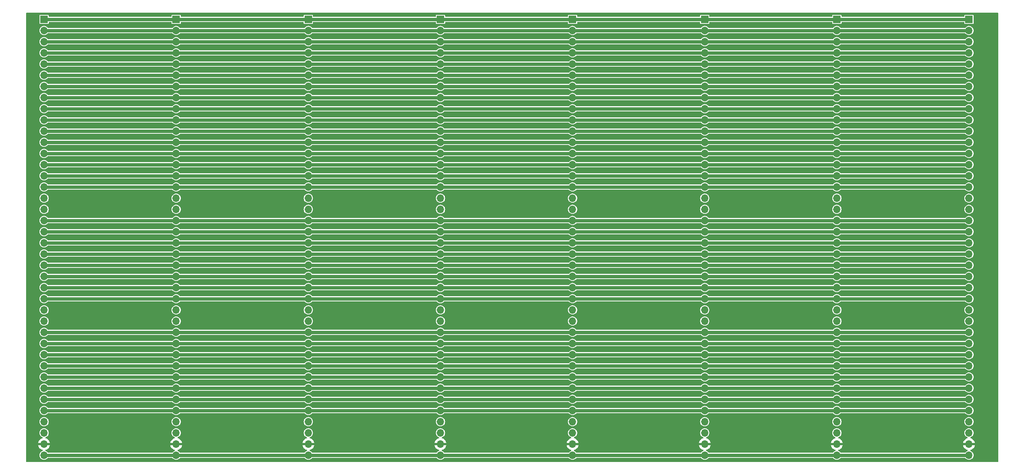
<source format=gtl>
%TF.GenerationSoftware,KiCad,Pcbnew,7.0.1*%
%TF.CreationDate,2024-02-11T09:16:21+00:00*%
%TF.ProjectId,Sys09Backplane,53797330-3942-4616-936b-706c616e652e,rev?*%
%TF.SameCoordinates,Original*%
%TF.FileFunction,Copper,L1,Top*%
%TF.FilePolarity,Positive*%
%FSLAX46Y46*%
G04 Gerber Fmt 4.6, Leading zero omitted, Abs format (unit mm)*
G04 Created by KiCad (PCBNEW 7.0.1) date 2024-02-11 09:16:21*
%MOMM*%
%LPD*%
G01*
G04 APERTURE LIST*
%TA.AperFunction,ComponentPad*%
%ADD10R,1.700000X1.700000*%
%TD*%
%TA.AperFunction,ComponentPad*%
%ADD11O,1.700000X1.700000*%
%TD*%
%TA.AperFunction,Conductor*%
%ADD12C,0.750000*%
%TD*%
G04 APERTURE END LIST*
D10*
%TO.P,J3,1,Pin_1*%
%TO.N,/A15*%
X90000000Y-31475000D03*
D11*
%TO.P,J3,2,Pin_2*%
%TO.N,/A14*%
X90000000Y-34015000D03*
%TO.P,J3,3,Pin_3*%
%TO.N,/A13*%
X90000000Y-36555000D03*
%TO.P,J3,4,Pin_4*%
%TO.N,/A12*%
X90000000Y-39095000D03*
%TO.P,J3,5,Pin_5*%
%TO.N,/A11*%
X90000000Y-41635000D03*
%TO.P,J3,6,Pin_6*%
%TO.N,/A10*%
X90000000Y-44175000D03*
%TO.P,J3,7,Pin_7*%
%TO.N,/A9*%
X90000000Y-46715000D03*
%TO.P,J3,8,Pin_8*%
%TO.N,/A8*%
X90000000Y-49255000D03*
%TO.P,J3,9,Pin_9*%
%TO.N,/A7*%
X90000000Y-51795000D03*
%TO.P,J3,10,Pin_10*%
%TO.N,/A6*%
X90000000Y-54335000D03*
%TO.P,J3,11,Pin_11*%
%TO.N,/A5*%
X90000000Y-56875000D03*
%TO.P,J3,12,Pin_12*%
%TO.N,/A4*%
X90000000Y-59415000D03*
%TO.P,J3,13,Pin_13*%
%TO.N,/A3*%
X90000000Y-61955000D03*
%TO.P,J3,14,Pin_14*%
%TO.N,/A2*%
X90000000Y-64495000D03*
%TO.P,J3,15,Pin_15*%
%TO.N,/A1*%
X90000000Y-67035000D03*
%TO.P,J3,16,Pin_16*%
%TO.N,/A0*%
X90000000Y-69575000D03*
%TO.P,J3,17,Pin_17*%
%TO.N,unconnected-(J3-Pin_17-Pad17)*%
X90000000Y-72115000D03*
%TO.P,J3,18,Pin_18*%
%TO.N,unconnected-(J3-Pin_18-Pad18)*%
X90000000Y-74655000D03*
%TO.P,J3,19,Pin_19*%
%TO.N,/~{RST}*%
X90000000Y-77195000D03*
%TO.P,J3,20,Pin_20*%
%TO.N,/E*%
X90000000Y-79735000D03*
%TO.P,J3,21,Pin_21*%
%TO.N,/RW*%
X90000000Y-82275000D03*
%TO.P,J3,22,Pin_22*%
%TO.N,/~{IOEN}*%
X90000000Y-84815000D03*
%TO.P,J3,23,Pin_23*%
%TO.N,/~{RMEM}*%
X90000000Y-87355000D03*
%TO.P,J3,24,Pin_24*%
%TO.N,/~{ROMEN}*%
X90000000Y-89895000D03*
%TO.P,J3,25,Pin_25*%
%TO.N,/~{WMEM}*%
X90000000Y-92435000D03*
%TO.P,J3,26,Pin_26*%
%TO.N,/~{IRQ}*%
X90000000Y-94975000D03*
%TO.P,J3,27,Pin_27*%
%TO.N,unconnected-(J3-Pin_27-Pad27)*%
X90000000Y-97515000D03*
%TO.P,J3,28,Pin_28*%
%TO.N,unconnected-(J3-Pin_28-Pad28)*%
X90000000Y-100055000D03*
%TO.P,J3,29,Pin_29*%
%TO.N,/DA7*%
X90000000Y-102595000D03*
%TO.P,J3,30,Pin_30*%
%TO.N,/DA6*%
X90000000Y-105135000D03*
%TO.P,J3,31,Pin_31*%
%TO.N,/DA5*%
X90000000Y-107675000D03*
%TO.P,J3,32,Pin_32*%
%TO.N,/DA4*%
X90000000Y-110215000D03*
%TO.P,J3,33,Pin_33*%
%TO.N,/DA3*%
X90000000Y-112755000D03*
%TO.P,J3,34,Pin_34*%
%TO.N,/DA2*%
X90000000Y-115295000D03*
%TO.P,J3,35,Pin_35*%
%TO.N,/DA1*%
X90000000Y-117835000D03*
%TO.P,J3,36,Pin_36*%
%TO.N,/DA0*%
X90000000Y-120375000D03*
%TO.P,J3,37,Pin_37*%
%TO.N,unconnected-(J3-Pin_37-Pad37)*%
X90000000Y-122915000D03*
%TO.P,J3,38,Pin_38*%
%TO.N,unconnected-(J3-Pin_38-Pad38)*%
X90000000Y-125455000D03*
%TO.P,J3,39,Pin_39*%
%TO.N,GND*%
X90000000Y-127995000D03*
%TO.P,J3,40,Pin_40*%
%TO.N,+5V*%
X90000000Y-130535000D03*
%TD*%
D10*
%TO.P,J7,1,Pin_1*%
%TO.N,/A15*%
X210000000Y-31475000D03*
D11*
%TO.P,J7,2,Pin_2*%
%TO.N,/A14*%
X210000000Y-34015000D03*
%TO.P,J7,3,Pin_3*%
%TO.N,/A13*%
X210000000Y-36555000D03*
%TO.P,J7,4,Pin_4*%
%TO.N,/A12*%
X210000000Y-39095000D03*
%TO.P,J7,5,Pin_5*%
%TO.N,/A11*%
X210000000Y-41635000D03*
%TO.P,J7,6,Pin_6*%
%TO.N,/A10*%
X210000000Y-44175000D03*
%TO.P,J7,7,Pin_7*%
%TO.N,/A9*%
X210000000Y-46715000D03*
%TO.P,J7,8,Pin_8*%
%TO.N,/A8*%
X210000000Y-49255000D03*
%TO.P,J7,9,Pin_9*%
%TO.N,/A7*%
X210000000Y-51795000D03*
%TO.P,J7,10,Pin_10*%
%TO.N,/A6*%
X210000000Y-54335000D03*
%TO.P,J7,11,Pin_11*%
%TO.N,/A5*%
X210000000Y-56875000D03*
%TO.P,J7,12,Pin_12*%
%TO.N,/A4*%
X210000000Y-59415000D03*
%TO.P,J7,13,Pin_13*%
%TO.N,/A3*%
X210000000Y-61955000D03*
%TO.P,J7,14,Pin_14*%
%TO.N,/A2*%
X210000000Y-64495000D03*
%TO.P,J7,15,Pin_15*%
%TO.N,/A1*%
X210000000Y-67035000D03*
%TO.P,J7,16,Pin_16*%
%TO.N,/A0*%
X210000000Y-69575000D03*
%TO.P,J7,17,Pin_17*%
%TO.N,unconnected-(J7-Pin_17-Pad17)*%
X210000000Y-72115000D03*
%TO.P,J7,18,Pin_18*%
%TO.N,unconnected-(J7-Pin_18-Pad18)*%
X210000000Y-74655000D03*
%TO.P,J7,19,Pin_19*%
%TO.N,/~{RST}*%
X210000000Y-77195000D03*
%TO.P,J7,20,Pin_20*%
%TO.N,/E*%
X210000000Y-79735000D03*
%TO.P,J7,21,Pin_21*%
%TO.N,/RW*%
X210000000Y-82275000D03*
%TO.P,J7,22,Pin_22*%
%TO.N,/~{IOEN}*%
X210000000Y-84815000D03*
%TO.P,J7,23,Pin_23*%
%TO.N,/~{RMEM}*%
X210000000Y-87355000D03*
%TO.P,J7,24,Pin_24*%
%TO.N,/~{ROMEN}*%
X210000000Y-89895000D03*
%TO.P,J7,25,Pin_25*%
%TO.N,/~{WMEM}*%
X210000000Y-92435000D03*
%TO.P,J7,26,Pin_26*%
%TO.N,/~{IRQ}*%
X210000000Y-94975000D03*
%TO.P,J7,27,Pin_27*%
%TO.N,unconnected-(J7-Pin_27-Pad27)*%
X210000000Y-97515000D03*
%TO.P,J7,28,Pin_28*%
%TO.N,unconnected-(J7-Pin_28-Pad28)*%
X210000000Y-100055000D03*
%TO.P,J7,29,Pin_29*%
%TO.N,/DA7*%
X210000000Y-102595000D03*
%TO.P,J7,30,Pin_30*%
%TO.N,/DA6*%
X210000000Y-105135000D03*
%TO.P,J7,31,Pin_31*%
%TO.N,/DA5*%
X210000000Y-107675000D03*
%TO.P,J7,32,Pin_32*%
%TO.N,/DA4*%
X210000000Y-110215000D03*
%TO.P,J7,33,Pin_33*%
%TO.N,/DA3*%
X210000000Y-112755000D03*
%TO.P,J7,34,Pin_34*%
%TO.N,/DA2*%
X210000000Y-115295000D03*
%TO.P,J7,35,Pin_35*%
%TO.N,/DA1*%
X210000000Y-117835000D03*
%TO.P,J7,36,Pin_36*%
%TO.N,/DA0*%
X210000000Y-120375000D03*
%TO.P,J7,37,Pin_37*%
%TO.N,unconnected-(J7-Pin_37-Pad37)*%
X210000000Y-122915000D03*
%TO.P,J7,38,Pin_38*%
%TO.N,unconnected-(J7-Pin_38-Pad38)*%
X210000000Y-125455000D03*
%TO.P,J7,39,Pin_39*%
%TO.N,GND*%
X210000000Y-127995000D03*
%TO.P,J7,40,Pin_40*%
%TO.N,+5V*%
X210000000Y-130535000D03*
%TD*%
D10*
%TO.P,J2,1,Pin_1*%
%TO.N,/A15*%
X60000000Y-31475000D03*
D11*
%TO.P,J2,2,Pin_2*%
%TO.N,/A14*%
X60000000Y-34015000D03*
%TO.P,J2,3,Pin_3*%
%TO.N,/A13*%
X60000000Y-36555000D03*
%TO.P,J2,4,Pin_4*%
%TO.N,/A12*%
X60000000Y-39095000D03*
%TO.P,J2,5,Pin_5*%
%TO.N,/A11*%
X60000000Y-41635000D03*
%TO.P,J2,6,Pin_6*%
%TO.N,/A10*%
X60000000Y-44175000D03*
%TO.P,J2,7,Pin_7*%
%TO.N,/A9*%
X60000000Y-46715000D03*
%TO.P,J2,8,Pin_8*%
%TO.N,/A8*%
X60000000Y-49255000D03*
%TO.P,J2,9,Pin_9*%
%TO.N,/A7*%
X60000000Y-51795000D03*
%TO.P,J2,10,Pin_10*%
%TO.N,/A6*%
X60000000Y-54335000D03*
%TO.P,J2,11,Pin_11*%
%TO.N,/A5*%
X60000000Y-56875000D03*
%TO.P,J2,12,Pin_12*%
%TO.N,/A4*%
X60000000Y-59415000D03*
%TO.P,J2,13,Pin_13*%
%TO.N,/A3*%
X60000000Y-61955000D03*
%TO.P,J2,14,Pin_14*%
%TO.N,/A2*%
X60000000Y-64495000D03*
%TO.P,J2,15,Pin_15*%
%TO.N,/A1*%
X60000000Y-67035000D03*
%TO.P,J2,16,Pin_16*%
%TO.N,/A0*%
X60000000Y-69575000D03*
%TO.P,J2,17,Pin_17*%
%TO.N,unconnected-(J2-Pin_17-Pad17)*%
X60000000Y-72115000D03*
%TO.P,J2,18,Pin_18*%
%TO.N,unconnected-(J2-Pin_18-Pad18)*%
X60000000Y-74655000D03*
%TO.P,J2,19,Pin_19*%
%TO.N,/~{RST}*%
X60000000Y-77195000D03*
%TO.P,J2,20,Pin_20*%
%TO.N,/E*%
X60000000Y-79735000D03*
%TO.P,J2,21,Pin_21*%
%TO.N,/RW*%
X60000000Y-82275000D03*
%TO.P,J2,22,Pin_22*%
%TO.N,/~{IOEN}*%
X60000000Y-84815000D03*
%TO.P,J2,23,Pin_23*%
%TO.N,/~{RMEM}*%
X60000000Y-87355000D03*
%TO.P,J2,24,Pin_24*%
%TO.N,/~{ROMEN}*%
X60000000Y-89895000D03*
%TO.P,J2,25,Pin_25*%
%TO.N,/~{WMEM}*%
X60000000Y-92435000D03*
%TO.P,J2,26,Pin_26*%
%TO.N,/~{IRQ}*%
X60000000Y-94975000D03*
%TO.P,J2,27,Pin_27*%
%TO.N,unconnected-(J2-Pin_27-Pad27)*%
X60000000Y-97515000D03*
%TO.P,J2,28,Pin_28*%
%TO.N,unconnected-(J2-Pin_28-Pad28)*%
X60000000Y-100055000D03*
%TO.P,J2,29,Pin_29*%
%TO.N,/DA7*%
X60000000Y-102595000D03*
%TO.P,J2,30,Pin_30*%
%TO.N,/DA6*%
X60000000Y-105135000D03*
%TO.P,J2,31,Pin_31*%
%TO.N,/DA5*%
X60000000Y-107675000D03*
%TO.P,J2,32,Pin_32*%
%TO.N,/DA4*%
X60000000Y-110215000D03*
%TO.P,J2,33,Pin_33*%
%TO.N,/DA3*%
X60000000Y-112755000D03*
%TO.P,J2,34,Pin_34*%
%TO.N,/DA2*%
X60000000Y-115295000D03*
%TO.P,J2,35,Pin_35*%
%TO.N,/DA1*%
X60000000Y-117835000D03*
%TO.P,J2,36,Pin_36*%
%TO.N,/DA0*%
X60000000Y-120375000D03*
%TO.P,J2,37,Pin_37*%
%TO.N,unconnected-(J2-Pin_37-Pad37)*%
X60000000Y-122915000D03*
%TO.P,J2,38,Pin_38*%
%TO.N,unconnected-(J2-Pin_38-Pad38)*%
X60000000Y-125455000D03*
%TO.P,J2,39,Pin_39*%
%TO.N,GND*%
X60000000Y-127995000D03*
%TO.P,J2,40,Pin_40*%
%TO.N,+5V*%
X60000000Y-130535000D03*
%TD*%
D10*
%TO.P,J4,1,Pin_1*%
%TO.N,/A15*%
X120000000Y-31475000D03*
D11*
%TO.P,J4,2,Pin_2*%
%TO.N,/A14*%
X120000000Y-34015000D03*
%TO.P,J4,3,Pin_3*%
%TO.N,/A13*%
X120000000Y-36555000D03*
%TO.P,J4,4,Pin_4*%
%TO.N,/A12*%
X120000000Y-39095000D03*
%TO.P,J4,5,Pin_5*%
%TO.N,/A11*%
X120000000Y-41635000D03*
%TO.P,J4,6,Pin_6*%
%TO.N,/A10*%
X120000000Y-44175000D03*
%TO.P,J4,7,Pin_7*%
%TO.N,/A9*%
X120000000Y-46715000D03*
%TO.P,J4,8,Pin_8*%
%TO.N,/A8*%
X120000000Y-49255000D03*
%TO.P,J4,9,Pin_9*%
%TO.N,/A7*%
X120000000Y-51795000D03*
%TO.P,J4,10,Pin_10*%
%TO.N,/A6*%
X120000000Y-54335000D03*
%TO.P,J4,11,Pin_11*%
%TO.N,/A5*%
X120000000Y-56875000D03*
%TO.P,J4,12,Pin_12*%
%TO.N,/A4*%
X120000000Y-59415000D03*
%TO.P,J4,13,Pin_13*%
%TO.N,/A3*%
X120000000Y-61955000D03*
%TO.P,J4,14,Pin_14*%
%TO.N,/A2*%
X120000000Y-64495000D03*
%TO.P,J4,15,Pin_15*%
%TO.N,/A1*%
X120000000Y-67035000D03*
%TO.P,J4,16,Pin_16*%
%TO.N,/A0*%
X120000000Y-69575000D03*
%TO.P,J4,17,Pin_17*%
%TO.N,unconnected-(J4-Pin_17-Pad17)*%
X120000000Y-72115000D03*
%TO.P,J4,18,Pin_18*%
%TO.N,unconnected-(J4-Pin_18-Pad18)*%
X120000000Y-74655000D03*
%TO.P,J4,19,Pin_19*%
%TO.N,/~{RST}*%
X120000000Y-77195000D03*
%TO.P,J4,20,Pin_20*%
%TO.N,/E*%
X120000000Y-79735000D03*
%TO.P,J4,21,Pin_21*%
%TO.N,/RW*%
X120000000Y-82275000D03*
%TO.P,J4,22,Pin_22*%
%TO.N,/~{IOEN}*%
X120000000Y-84815000D03*
%TO.P,J4,23,Pin_23*%
%TO.N,/~{RMEM}*%
X120000000Y-87355000D03*
%TO.P,J4,24,Pin_24*%
%TO.N,/~{ROMEN}*%
X120000000Y-89895000D03*
%TO.P,J4,25,Pin_25*%
%TO.N,/~{WMEM}*%
X120000000Y-92435000D03*
%TO.P,J4,26,Pin_26*%
%TO.N,/~{IRQ}*%
X120000000Y-94975000D03*
%TO.P,J4,27,Pin_27*%
%TO.N,unconnected-(J4-Pin_27-Pad27)*%
X120000000Y-97515000D03*
%TO.P,J4,28,Pin_28*%
%TO.N,unconnected-(J4-Pin_28-Pad28)*%
X120000000Y-100055000D03*
%TO.P,J4,29,Pin_29*%
%TO.N,/DA7*%
X120000000Y-102595000D03*
%TO.P,J4,30,Pin_30*%
%TO.N,/DA6*%
X120000000Y-105135000D03*
%TO.P,J4,31,Pin_31*%
%TO.N,/DA5*%
X120000000Y-107675000D03*
%TO.P,J4,32,Pin_32*%
%TO.N,/DA4*%
X120000000Y-110215000D03*
%TO.P,J4,33,Pin_33*%
%TO.N,/DA3*%
X120000000Y-112755000D03*
%TO.P,J4,34,Pin_34*%
%TO.N,/DA2*%
X120000000Y-115295000D03*
%TO.P,J4,35,Pin_35*%
%TO.N,/DA1*%
X120000000Y-117835000D03*
%TO.P,J4,36,Pin_36*%
%TO.N,/DA0*%
X120000000Y-120375000D03*
%TO.P,J4,37,Pin_37*%
%TO.N,unconnected-(J4-Pin_37-Pad37)*%
X120000000Y-122915000D03*
%TO.P,J4,38,Pin_38*%
%TO.N,unconnected-(J4-Pin_38-Pad38)*%
X120000000Y-125455000D03*
%TO.P,J4,39,Pin_39*%
%TO.N,GND*%
X120000000Y-127995000D03*
%TO.P,J4,40,Pin_40*%
%TO.N,+5V*%
X120000000Y-130535000D03*
%TD*%
D10*
%TO.P,J5,1,Pin_1*%
%TO.N,/A15*%
X150000000Y-31475000D03*
D11*
%TO.P,J5,2,Pin_2*%
%TO.N,/A14*%
X150000000Y-34015000D03*
%TO.P,J5,3,Pin_3*%
%TO.N,/A13*%
X150000000Y-36555000D03*
%TO.P,J5,4,Pin_4*%
%TO.N,/A12*%
X150000000Y-39095000D03*
%TO.P,J5,5,Pin_5*%
%TO.N,/A11*%
X150000000Y-41635000D03*
%TO.P,J5,6,Pin_6*%
%TO.N,/A10*%
X150000000Y-44175000D03*
%TO.P,J5,7,Pin_7*%
%TO.N,/A9*%
X150000000Y-46715000D03*
%TO.P,J5,8,Pin_8*%
%TO.N,/A8*%
X150000000Y-49255000D03*
%TO.P,J5,9,Pin_9*%
%TO.N,/A7*%
X150000000Y-51795000D03*
%TO.P,J5,10,Pin_10*%
%TO.N,/A6*%
X150000000Y-54335000D03*
%TO.P,J5,11,Pin_11*%
%TO.N,/A5*%
X150000000Y-56875000D03*
%TO.P,J5,12,Pin_12*%
%TO.N,/A4*%
X150000000Y-59415000D03*
%TO.P,J5,13,Pin_13*%
%TO.N,/A3*%
X150000000Y-61955000D03*
%TO.P,J5,14,Pin_14*%
%TO.N,/A2*%
X150000000Y-64495000D03*
%TO.P,J5,15,Pin_15*%
%TO.N,/A1*%
X150000000Y-67035000D03*
%TO.P,J5,16,Pin_16*%
%TO.N,/A0*%
X150000000Y-69575000D03*
%TO.P,J5,17,Pin_17*%
%TO.N,unconnected-(J5-Pin_17-Pad17)*%
X150000000Y-72115000D03*
%TO.P,J5,18,Pin_18*%
%TO.N,unconnected-(J5-Pin_18-Pad18)*%
X150000000Y-74655000D03*
%TO.P,J5,19,Pin_19*%
%TO.N,/~{RST}*%
X150000000Y-77195000D03*
%TO.P,J5,20,Pin_20*%
%TO.N,/E*%
X150000000Y-79735000D03*
%TO.P,J5,21,Pin_21*%
%TO.N,/RW*%
X150000000Y-82275000D03*
%TO.P,J5,22,Pin_22*%
%TO.N,/~{IOEN}*%
X150000000Y-84815000D03*
%TO.P,J5,23,Pin_23*%
%TO.N,/~{RMEM}*%
X150000000Y-87355000D03*
%TO.P,J5,24,Pin_24*%
%TO.N,/~{ROMEN}*%
X150000000Y-89895000D03*
%TO.P,J5,25,Pin_25*%
%TO.N,/~{WMEM}*%
X150000000Y-92435000D03*
%TO.P,J5,26,Pin_26*%
%TO.N,/~{IRQ}*%
X150000000Y-94975000D03*
%TO.P,J5,27,Pin_27*%
%TO.N,unconnected-(J5-Pin_27-Pad27)*%
X150000000Y-97515000D03*
%TO.P,J5,28,Pin_28*%
%TO.N,unconnected-(J5-Pin_28-Pad28)*%
X150000000Y-100055000D03*
%TO.P,J5,29,Pin_29*%
%TO.N,/DA7*%
X150000000Y-102595000D03*
%TO.P,J5,30,Pin_30*%
%TO.N,/DA6*%
X150000000Y-105135000D03*
%TO.P,J5,31,Pin_31*%
%TO.N,/DA5*%
X150000000Y-107675000D03*
%TO.P,J5,32,Pin_32*%
%TO.N,/DA4*%
X150000000Y-110215000D03*
%TO.P,J5,33,Pin_33*%
%TO.N,/DA3*%
X150000000Y-112755000D03*
%TO.P,J5,34,Pin_34*%
%TO.N,/DA2*%
X150000000Y-115295000D03*
%TO.P,J5,35,Pin_35*%
%TO.N,/DA1*%
X150000000Y-117835000D03*
%TO.P,J5,36,Pin_36*%
%TO.N,/DA0*%
X150000000Y-120375000D03*
%TO.P,J5,37,Pin_37*%
%TO.N,unconnected-(J5-Pin_37-Pad37)*%
X150000000Y-122915000D03*
%TO.P,J5,38,Pin_38*%
%TO.N,unconnected-(J5-Pin_38-Pad38)*%
X150000000Y-125455000D03*
%TO.P,J5,39,Pin_39*%
%TO.N,GND*%
X150000000Y-127995000D03*
%TO.P,J5,40,Pin_40*%
%TO.N,+5V*%
X150000000Y-130535000D03*
%TD*%
D10*
%TO.P,J1,1,Pin_1*%
%TO.N,/A15*%
X30000000Y-31475000D03*
D11*
%TO.P,J1,2,Pin_2*%
%TO.N,/A14*%
X30000000Y-34015000D03*
%TO.P,J1,3,Pin_3*%
%TO.N,/A13*%
X30000000Y-36555000D03*
%TO.P,J1,4,Pin_4*%
%TO.N,/A12*%
X30000000Y-39095000D03*
%TO.P,J1,5,Pin_5*%
%TO.N,/A11*%
X30000000Y-41635000D03*
%TO.P,J1,6,Pin_6*%
%TO.N,/A10*%
X30000000Y-44175000D03*
%TO.P,J1,7,Pin_7*%
%TO.N,/A9*%
X30000000Y-46715000D03*
%TO.P,J1,8,Pin_8*%
%TO.N,/A8*%
X30000000Y-49255000D03*
%TO.P,J1,9,Pin_9*%
%TO.N,/A7*%
X30000000Y-51795000D03*
%TO.P,J1,10,Pin_10*%
%TO.N,/A6*%
X30000000Y-54335000D03*
%TO.P,J1,11,Pin_11*%
%TO.N,/A5*%
X30000000Y-56875000D03*
%TO.P,J1,12,Pin_12*%
%TO.N,/A4*%
X30000000Y-59415000D03*
%TO.P,J1,13,Pin_13*%
%TO.N,/A3*%
X30000000Y-61955000D03*
%TO.P,J1,14,Pin_14*%
%TO.N,/A2*%
X30000000Y-64495000D03*
%TO.P,J1,15,Pin_15*%
%TO.N,/A1*%
X30000000Y-67035000D03*
%TO.P,J1,16,Pin_16*%
%TO.N,/A0*%
X30000000Y-69575000D03*
%TO.P,J1,17,Pin_17*%
%TO.N,unconnected-(J1-Pin_17-Pad17)*%
X30000000Y-72115000D03*
%TO.P,J1,18,Pin_18*%
%TO.N,unconnected-(J1-Pin_18-Pad18)*%
X30000000Y-74655000D03*
%TO.P,J1,19,Pin_19*%
%TO.N,/~{RST}*%
X30000000Y-77195000D03*
%TO.P,J1,20,Pin_20*%
%TO.N,/E*%
X30000000Y-79735000D03*
%TO.P,J1,21,Pin_21*%
%TO.N,/RW*%
X30000000Y-82275000D03*
%TO.P,J1,22,Pin_22*%
%TO.N,/~{IOEN}*%
X30000000Y-84815000D03*
%TO.P,J1,23,Pin_23*%
%TO.N,/~{RMEM}*%
X30000000Y-87355000D03*
%TO.P,J1,24,Pin_24*%
%TO.N,/~{ROMEN}*%
X30000000Y-89895000D03*
%TO.P,J1,25,Pin_25*%
%TO.N,/~{WMEM}*%
X30000000Y-92435000D03*
%TO.P,J1,26,Pin_26*%
%TO.N,/~{IRQ}*%
X30000000Y-94975000D03*
%TO.P,J1,27,Pin_27*%
%TO.N,unconnected-(J1-Pin_27-Pad27)*%
X30000000Y-97515000D03*
%TO.P,J1,28,Pin_28*%
%TO.N,unconnected-(J1-Pin_28-Pad28)*%
X30000000Y-100055000D03*
%TO.P,J1,29,Pin_29*%
%TO.N,/DA7*%
X30000000Y-102595000D03*
%TO.P,J1,30,Pin_30*%
%TO.N,/DA6*%
X30000000Y-105135000D03*
%TO.P,J1,31,Pin_31*%
%TO.N,/DA5*%
X30000000Y-107675000D03*
%TO.P,J1,32,Pin_32*%
%TO.N,/DA4*%
X30000000Y-110215000D03*
%TO.P,J1,33,Pin_33*%
%TO.N,/DA3*%
X30000000Y-112755000D03*
%TO.P,J1,34,Pin_34*%
%TO.N,/DA2*%
X30000000Y-115295000D03*
%TO.P,J1,35,Pin_35*%
%TO.N,/DA1*%
X30000000Y-117835000D03*
%TO.P,J1,36,Pin_36*%
%TO.N,/DA0*%
X30000000Y-120375000D03*
%TO.P,J1,37,Pin_37*%
%TO.N,unconnected-(J1-Pin_37-Pad37)*%
X30000000Y-122915000D03*
%TO.P,J1,38,Pin_38*%
%TO.N,unconnected-(J1-Pin_38-Pad38)*%
X30000000Y-125455000D03*
%TO.P,J1,39,Pin_39*%
%TO.N,GND*%
X30000000Y-127995000D03*
%TO.P,J1,40,Pin_40*%
%TO.N,+5V*%
X30000000Y-130535000D03*
%TD*%
D10*
%TO.P,J8,1,Pin_1*%
%TO.N,/A15*%
X240000000Y-31475000D03*
D11*
%TO.P,J8,2,Pin_2*%
%TO.N,/A14*%
X240000000Y-34015000D03*
%TO.P,J8,3,Pin_3*%
%TO.N,/A13*%
X240000000Y-36555000D03*
%TO.P,J8,4,Pin_4*%
%TO.N,/A12*%
X240000000Y-39095000D03*
%TO.P,J8,5,Pin_5*%
%TO.N,/A11*%
X240000000Y-41635000D03*
%TO.P,J8,6,Pin_6*%
%TO.N,/A10*%
X240000000Y-44175000D03*
%TO.P,J8,7,Pin_7*%
%TO.N,/A9*%
X240000000Y-46715000D03*
%TO.P,J8,8,Pin_8*%
%TO.N,/A8*%
X240000000Y-49255000D03*
%TO.P,J8,9,Pin_9*%
%TO.N,/A7*%
X240000000Y-51795000D03*
%TO.P,J8,10,Pin_10*%
%TO.N,/A6*%
X240000000Y-54335000D03*
%TO.P,J8,11,Pin_11*%
%TO.N,/A5*%
X240000000Y-56875000D03*
%TO.P,J8,12,Pin_12*%
%TO.N,/A4*%
X240000000Y-59415000D03*
%TO.P,J8,13,Pin_13*%
%TO.N,/A3*%
X240000000Y-61955000D03*
%TO.P,J8,14,Pin_14*%
%TO.N,/A2*%
X240000000Y-64495000D03*
%TO.P,J8,15,Pin_15*%
%TO.N,/A1*%
X240000000Y-67035000D03*
%TO.P,J8,16,Pin_16*%
%TO.N,/A0*%
X240000000Y-69575000D03*
%TO.P,J8,17,Pin_17*%
%TO.N,unconnected-(J8-Pin_17-Pad17)*%
X240000000Y-72115000D03*
%TO.P,J8,18,Pin_18*%
%TO.N,unconnected-(J8-Pin_18-Pad18)*%
X240000000Y-74655000D03*
%TO.P,J8,19,Pin_19*%
%TO.N,/~{RST}*%
X240000000Y-77195000D03*
%TO.P,J8,20,Pin_20*%
%TO.N,/E*%
X240000000Y-79735000D03*
%TO.P,J8,21,Pin_21*%
%TO.N,/RW*%
X240000000Y-82275000D03*
%TO.P,J8,22,Pin_22*%
%TO.N,/~{IOEN}*%
X240000000Y-84815000D03*
%TO.P,J8,23,Pin_23*%
%TO.N,/~{RMEM}*%
X240000000Y-87355000D03*
%TO.P,J8,24,Pin_24*%
%TO.N,/~{ROMEN}*%
X240000000Y-89895000D03*
%TO.P,J8,25,Pin_25*%
%TO.N,/~{WMEM}*%
X240000000Y-92435000D03*
%TO.P,J8,26,Pin_26*%
%TO.N,/~{IRQ}*%
X240000000Y-94975000D03*
%TO.P,J8,27,Pin_27*%
%TO.N,unconnected-(J8-Pin_27-Pad27)*%
X240000000Y-97515000D03*
%TO.P,J8,28,Pin_28*%
%TO.N,unconnected-(J8-Pin_28-Pad28)*%
X240000000Y-100055000D03*
%TO.P,J8,29,Pin_29*%
%TO.N,/DA7*%
X240000000Y-102595000D03*
%TO.P,J8,30,Pin_30*%
%TO.N,/DA6*%
X240000000Y-105135000D03*
%TO.P,J8,31,Pin_31*%
%TO.N,/DA5*%
X240000000Y-107675000D03*
%TO.P,J8,32,Pin_32*%
%TO.N,/DA4*%
X240000000Y-110215000D03*
%TO.P,J8,33,Pin_33*%
%TO.N,/DA3*%
X240000000Y-112755000D03*
%TO.P,J8,34,Pin_34*%
%TO.N,/DA2*%
X240000000Y-115295000D03*
%TO.P,J8,35,Pin_35*%
%TO.N,/DA1*%
X240000000Y-117835000D03*
%TO.P,J8,36,Pin_36*%
%TO.N,/DA0*%
X240000000Y-120375000D03*
%TO.P,J8,37,Pin_37*%
%TO.N,unconnected-(J8-Pin_37-Pad37)*%
X240000000Y-122915000D03*
%TO.P,J8,38,Pin_38*%
%TO.N,unconnected-(J8-Pin_38-Pad38)*%
X240000000Y-125455000D03*
%TO.P,J8,39,Pin_39*%
%TO.N,GND*%
X240000000Y-127995000D03*
%TO.P,J8,40,Pin_40*%
%TO.N,+5V*%
X240000000Y-130535000D03*
%TD*%
D10*
%TO.P,J6,1,Pin_1*%
%TO.N,/A15*%
X180000000Y-31475000D03*
D11*
%TO.P,J6,2,Pin_2*%
%TO.N,/A14*%
X180000000Y-34015000D03*
%TO.P,J6,3,Pin_3*%
%TO.N,/A13*%
X180000000Y-36555000D03*
%TO.P,J6,4,Pin_4*%
%TO.N,/A12*%
X180000000Y-39095000D03*
%TO.P,J6,5,Pin_5*%
%TO.N,/A11*%
X180000000Y-41635000D03*
%TO.P,J6,6,Pin_6*%
%TO.N,/A10*%
X180000000Y-44175000D03*
%TO.P,J6,7,Pin_7*%
%TO.N,/A9*%
X180000000Y-46715000D03*
%TO.P,J6,8,Pin_8*%
%TO.N,/A8*%
X180000000Y-49255000D03*
%TO.P,J6,9,Pin_9*%
%TO.N,/A7*%
X180000000Y-51795000D03*
%TO.P,J6,10,Pin_10*%
%TO.N,/A6*%
X180000000Y-54335000D03*
%TO.P,J6,11,Pin_11*%
%TO.N,/A5*%
X180000000Y-56875000D03*
%TO.P,J6,12,Pin_12*%
%TO.N,/A4*%
X180000000Y-59415000D03*
%TO.P,J6,13,Pin_13*%
%TO.N,/A3*%
X180000000Y-61955000D03*
%TO.P,J6,14,Pin_14*%
%TO.N,/A2*%
X180000000Y-64495000D03*
%TO.P,J6,15,Pin_15*%
%TO.N,/A1*%
X180000000Y-67035000D03*
%TO.P,J6,16,Pin_16*%
%TO.N,/A0*%
X180000000Y-69575000D03*
%TO.P,J6,17,Pin_17*%
%TO.N,unconnected-(J6-Pin_17-Pad17)*%
X180000000Y-72115000D03*
%TO.P,J6,18,Pin_18*%
%TO.N,unconnected-(J6-Pin_18-Pad18)*%
X180000000Y-74655000D03*
%TO.P,J6,19,Pin_19*%
%TO.N,/~{RST}*%
X180000000Y-77195000D03*
%TO.P,J6,20,Pin_20*%
%TO.N,/E*%
X180000000Y-79735000D03*
%TO.P,J6,21,Pin_21*%
%TO.N,/RW*%
X180000000Y-82275000D03*
%TO.P,J6,22,Pin_22*%
%TO.N,/~{IOEN}*%
X180000000Y-84815000D03*
%TO.P,J6,23,Pin_23*%
%TO.N,/~{RMEM}*%
X180000000Y-87355000D03*
%TO.P,J6,24,Pin_24*%
%TO.N,/~{ROMEN}*%
X180000000Y-89895000D03*
%TO.P,J6,25,Pin_25*%
%TO.N,/~{WMEM}*%
X180000000Y-92435000D03*
%TO.P,J6,26,Pin_26*%
%TO.N,/~{IRQ}*%
X180000000Y-94975000D03*
%TO.P,J6,27,Pin_27*%
%TO.N,unconnected-(J6-Pin_27-Pad27)*%
X180000000Y-97515000D03*
%TO.P,J6,28,Pin_28*%
%TO.N,unconnected-(J6-Pin_28-Pad28)*%
X180000000Y-100055000D03*
%TO.P,J6,29,Pin_29*%
%TO.N,/DA7*%
X180000000Y-102595000D03*
%TO.P,J6,30,Pin_30*%
%TO.N,/DA6*%
X180000000Y-105135000D03*
%TO.P,J6,31,Pin_31*%
%TO.N,/DA5*%
X180000000Y-107675000D03*
%TO.P,J6,32,Pin_32*%
%TO.N,/DA4*%
X180000000Y-110215000D03*
%TO.P,J6,33,Pin_33*%
%TO.N,/DA3*%
X180000000Y-112755000D03*
%TO.P,J6,34,Pin_34*%
%TO.N,/DA2*%
X180000000Y-115295000D03*
%TO.P,J6,35,Pin_35*%
%TO.N,/DA1*%
X180000000Y-117835000D03*
%TO.P,J6,36,Pin_36*%
%TO.N,/DA0*%
X180000000Y-120375000D03*
%TO.P,J6,37,Pin_37*%
%TO.N,unconnected-(J6-Pin_37-Pad37)*%
X180000000Y-122915000D03*
%TO.P,J6,38,Pin_38*%
%TO.N,unconnected-(J6-Pin_38-Pad38)*%
X180000000Y-125455000D03*
%TO.P,J6,39,Pin_39*%
%TO.N,GND*%
X180000000Y-127995000D03*
%TO.P,J6,40,Pin_40*%
%TO.N,+5V*%
X180000000Y-130535000D03*
%TD*%
D12*
%TO.N,/A15*%
X90000000Y-31475000D02*
X240000000Y-31475000D01*
X90000000Y-31475000D02*
X60000000Y-31475000D01*
X30000000Y-31475000D02*
X60000000Y-31475000D01*
%TO.N,/A14*%
X240000000Y-34015000D02*
X30000000Y-34015000D01*
%TO.N,/A13*%
X30000000Y-36555000D02*
X240000000Y-36555000D01*
%TO.N,/A12*%
X240000000Y-39095000D02*
X30000000Y-39095000D01*
%TO.N,/A11*%
X30000000Y-41635000D02*
X240000000Y-41635000D01*
%TO.N,/A10*%
X240000000Y-44175000D02*
X30000000Y-44175000D01*
%TO.N,/A9*%
X30000000Y-46715000D02*
X240000000Y-46715000D01*
%TO.N,/A8*%
X240000000Y-49255000D02*
X30000000Y-49255000D01*
%TO.N,/A7*%
X30000000Y-51795000D02*
X240000000Y-51795000D01*
%TO.N,/A6*%
X240000000Y-54335000D02*
X30000000Y-54335000D01*
%TO.N,/A5*%
X30000000Y-56875000D02*
X240000000Y-56875000D01*
%TO.N,/A4*%
X240000000Y-59415000D02*
X30000000Y-59415000D01*
%TO.N,/A3*%
X30000000Y-61955000D02*
X240000000Y-61955000D01*
%TO.N,/A2*%
X240000000Y-64495000D02*
X30000000Y-64495000D01*
%TO.N,/A1*%
X30000000Y-67035000D02*
X240000000Y-67035000D01*
%TO.N,/A0*%
X240000000Y-69575000D02*
X30000000Y-69575000D01*
%TO.N,/~{RST}*%
X30000000Y-77195000D02*
X240000000Y-77195000D01*
%TO.N,/E*%
X240000000Y-79735000D02*
X30000000Y-79735000D01*
%TO.N,/RW*%
X30000000Y-82275000D02*
X240000000Y-82275000D01*
%TO.N,/~{IOEN}*%
X240000000Y-84815000D02*
X30000000Y-84815000D01*
%TO.N,/~{RMEM}*%
X30000000Y-87355000D02*
X240000000Y-87355000D01*
%TO.N,/~{ROMEN}*%
X240000000Y-89895000D02*
X30000000Y-89895000D01*
%TO.N,/~{WMEM}*%
X30000000Y-92435000D02*
X240000000Y-92435000D01*
%TO.N,/~{IRQ}*%
X240000000Y-94975000D02*
X30000000Y-94975000D01*
%TO.N,/DA7*%
X30000000Y-102595000D02*
X240000000Y-102595000D01*
%TO.N,/DA6*%
X240000000Y-105135000D02*
X30000000Y-105135000D01*
%TO.N,/DA5*%
X30000000Y-107675000D02*
X240000000Y-107675000D01*
%TO.N,/DA4*%
X240000000Y-110215000D02*
X30000000Y-110215000D01*
%TO.N,/DA3*%
X30000000Y-112755000D02*
X240000000Y-112755000D01*
%TO.N,/DA2*%
X240000000Y-115295000D02*
X30000000Y-115295000D01*
%TO.N,/DA1*%
X30000000Y-117835000D02*
X240000000Y-117835000D01*
%TO.N,/DA0*%
X240000000Y-120375000D02*
X30000000Y-120375000D01*
%TO.N,+5V*%
X30000000Y-130535000D02*
X240000000Y-130535000D01*
%TD*%
%TA.AperFunction,Conductor*%
%TO.N,GND*%
G36*
X246571000Y-29988881D02*
G01*
X246617119Y-30035000D01*
X246634000Y-30098000D01*
X246634000Y-131954000D01*
X246617119Y-132017000D01*
X246571000Y-132063119D01*
X246508000Y-132080000D01*
X26034000Y-132080000D01*
X25971000Y-132063119D01*
X25924881Y-132017000D01*
X25908000Y-131954000D01*
X25908000Y-128249000D01*
X28663455Y-128249000D01*
X28711177Y-128437451D01*
X28801580Y-128643548D01*
X28924678Y-128831962D01*
X29077096Y-128997533D01*
X29254697Y-129135766D01*
X29452631Y-129242883D01*
X29641230Y-129307629D01*
X29693634Y-129342137D01*
X29722897Y-129397641D01*
X29721763Y-129460376D01*
X29690512Y-129514785D01*
X29636895Y-129547376D01*
X29596047Y-129559767D01*
X29413550Y-129657314D01*
X29253589Y-129788589D01*
X29122314Y-129948550D01*
X29024769Y-130131043D01*
X28964699Y-130329070D01*
X28944416Y-130535000D01*
X28964699Y-130740929D01*
X28964699Y-130740931D01*
X28964700Y-130740934D01*
X29024768Y-130938954D01*
X29024769Y-130938956D01*
X29122314Y-131121449D01*
X29253589Y-131281410D01*
X29413550Y-131412685D01*
X29596046Y-131510232D01*
X29794066Y-131570300D01*
X30000000Y-131590583D01*
X30205934Y-131570300D01*
X30403954Y-131510232D01*
X30586450Y-131412685D01*
X30746410Y-131281410D01*
X30746409Y-131281410D01*
X30848866Y-131156567D01*
X30892394Y-131122597D01*
X30946266Y-131110500D01*
X59053734Y-131110500D01*
X59107606Y-131122597D01*
X59151134Y-131156567D01*
X59253589Y-131281410D01*
X59413550Y-131412685D01*
X59596046Y-131510232D01*
X59794066Y-131570300D01*
X60000000Y-131590583D01*
X60205934Y-131570300D01*
X60403954Y-131510232D01*
X60586450Y-131412685D01*
X60746410Y-131281410D01*
X60746409Y-131281410D01*
X60848866Y-131156567D01*
X60892394Y-131122597D01*
X60946266Y-131110500D01*
X89053734Y-131110500D01*
X89107606Y-131122597D01*
X89151134Y-131156567D01*
X89253589Y-131281410D01*
X89413550Y-131412685D01*
X89596046Y-131510232D01*
X89794066Y-131570300D01*
X90000000Y-131590583D01*
X90205934Y-131570300D01*
X90403954Y-131510232D01*
X90586450Y-131412685D01*
X90746410Y-131281410D01*
X90746409Y-131281410D01*
X90848866Y-131156567D01*
X90892394Y-131122597D01*
X90946266Y-131110500D01*
X119053734Y-131110500D01*
X119107606Y-131122597D01*
X119151134Y-131156567D01*
X119253589Y-131281410D01*
X119413550Y-131412685D01*
X119596046Y-131510232D01*
X119794066Y-131570300D01*
X120000000Y-131590583D01*
X120205934Y-131570300D01*
X120403954Y-131510232D01*
X120586450Y-131412685D01*
X120746410Y-131281410D01*
X120746409Y-131281410D01*
X120848866Y-131156567D01*
X120892394Y-131122597D01*
X120946266Y-131110500D01*
X149053734Y-131110500D01*
X149107606Y-131122597D01*
X149151134Y-131156567D01*
X149253589Y-131281410D01*
X149413550Y-131412685D01*
X149596046Y-131510232D01*
X149794066Y-131570300D01*
X150000000Y-131590583D01*
X150205934Y-131570300D01*
X150403954Y-131510232D01*
X150586450Y-131412685D01*
X150746410Y-131281410D01*
X150746409Y-131281410D01*
X150848866Y-131156567D01*
X150892394Y-131122597D01*
X150946266Y-131110500D01*
X179053734Y-131110500D01*
X179107606Y-131122597D01*
X179151134Y-131156567D01*
X179253589Y-131281410D01*
X179413550Y-131412685D01*
X179596046Y-131510232D01*
X179794066Y-131570300D01*
X180000000Y-131590583D01*
X180205934Y-131570300D01*
X180403954Y-131510232D01*
X180586450Y-131412685D01*
X180746410Y-131281410D01*
X180746410Y-131281409D01*
X180848866Y-131156567D01*
X180892394Y-131122597D01*
X180946266Y-131110500D01*
X209053734Y-131110500D01*
X209107606Y-131122597D01*
X209151134Y-131156567D01*
X209253589Y-131281410D01*
X209413550Y-131412685D01*
X209596046Y-131510232D01*
X209794066Y-131570300D01*
X210000000Y-131590583D01*
X210205934Y-131570300D01*
X210403954Y-131510232D01*
X210586450Y-131412685D01*
X210746410Y-131281410D01*
X210746410Y-131281409D01*
X210848866Y-131156567D01*
X210892394Y-131122597D01*
X210946266Y-131110500D01*
X239053734Y-131110500D01*
X239107606Y-131122597D01*
X239151134Y-131156567D01*
X239253589Y-131281410D01*
X239413550Y-131412685D01*
X239596046Y-131510232D01*
X239794066Y-131570300D01*
X240000000Y-131590583D01*
X240205934Y-131570300D01*
X240403954Y-131510232D01*
X240586450Y-131412685D01*
X240746410Y-131281410D01*
X240877685Y-131121450D01*
X240975232Y-130938954D01*
X241035300Y-130740934D01*
X241055583Y-130535000D01*
X241035300Y-130329066D01*
X240975232Y-130131046D01*
X240877685Y-129948550D01*
X240876744Y-129947403D01*
X240746410Y-129788589D01*
X240586449Y-129657314D01*
X240403952Y-129559767D01*
X240363104Y-129547376D01*
X240309487Y-129514785D01*
X240278236Y-129460376D01*
X240277102Y-129397641D01*
X240306365Y-129342137D01*
X240358769Y-129307629D01*
X240547368Y-129242883D01*
X240745302Y-129135766D01*
X240922903Y-128997533D01*
X241075321Y-128831962D01*
X241198419Y-128643548D01*
X241288822Y-128437451D01*
X241336544Y-128249000D01*
X238663455Y-128249000D01*
X238711177Y-128437451D01*
X238801580Y-128643548D01*
X238924678Y-128831962D01*
X239077096Y-128997533D01*
X239254697Y-129135766D01*
X239452631Y-129242883D01*
X239641230Y-129307629D01*
X239693634Y-129342137D01*
X239722897Y-129397641D01*
X239721763Y-129460376D01*
X239690512Y-129514785D01*
X239636895Y-129547376D01*
X239596047Y-129559767D01*
X239413550Y-129657314D01*
X239253589Y-129788589D01*
X239151134Y-129913433D01*
X239107606Y-129947403D01*
X239053734Y-129959500D01*
X210946266Y-129959500D01*
X210892394Y-129947403D01*
X210848866Y-129913433D01*
X210746410Y-129788589D01*
X210586449Y-129657314D01*
X210403952Y-129559767D01*
X210363104Y-129547376D01*
X210309487Y-129514785D01*
X210278236Y-129460376D01*
X210277102Y-129397641D01*
X210306365Y-129342137D01*
X210358769Y-129307629D01*
X210547368Y-129242883D01*
X210745302Y-129135766D01*
X210922903Y-128997533D01*
X211075321Y-128831962D01*
X211198419Y-128643548D01*
X211288822Y-128437451D01*
X211336544Y-128249000D01*
X208663455Y-128249000D01*
X208711177Y-128437451D01*
X208801580Y-128643548D01*
X208924678Y-128831962D01*
X209077096Y-128997533D01*
X209254697Y-129135766D01*
X209452631Y-129242883D01*
X209641230Y-129307629D01*
X209693634Y-129342137D01*
X209722897Y-129397641D01*
X209721763Y-129460376D01*
X209690512Y-129514785D01*
X209636895Y-129547376D01*
X209596047Y-129559767D01*
X209413550Y-129657314D01*
X209253589Y-129788589D01*
X209151134Y-129913433D01*
X209107606Y-129947403D01*
X209053734Y-129959500D01*
X180946266Y-129959500D01*
X180892394Y-129947403D01*
X180848866Y-129913433D01*
X180746410Y-129788589D01*
X180586449Y-129657314D01*
X180403952Y-129559767D01*
X180363104Y-129547376D01*
X180309487Y-129514785D01*
X180278236Y-129460376D01*
X180277102Y-129397641D01*
X180306365Y-129342137D01*
X180358769Y-129307629D01*
X180547368Y-129242883D01*
X180745302Y-129135766D01*
X180922903Y-128997533D01*
X181075321Y-128831962D01*
X181198419Y-128643548D01*
X181288822Y-128437451D01*
X181336544Y-128249000D01*
X178663455Y-128249000D01*
X178711177Y-128437451D01*
X178801580Y-128643548D01*
X178924678Y-128831962D01*
X179077096Y-128997533D01*
X179254697Y-129135766D01*
X179452631Y-129242883D01*
X179641230Y-129307629D01*
X179693634Y-129342137D01*
X179722897Y-129397641D01*
X179721763Y-129460376D01*
X179690512Y-129514785D01*
X179636895Y-129547376D01*
X179596047Y-129559767D01*
X179413550Y-129657314D01*
X179253589Y-129788589D01*
X179151134Y-129913433D01*
X179107606Y-129947403D01*
X179053734Y-129959500D01*
X150946266Y-129959500D01*
X150892394Y-129947403D01*
X150848866Y-129913433D01*
X150746410Y-129788589D01*
X150586449Y-129657314D01*
X150403952Y-129559767D01*
X150363104Y-129547376D01*
X150309487Y-129514785D01*
X150278236Y-129460376D01*
X150277102Y-129397641D01*
X150306365Y-129342137D01*
X150358769Y-129307629D01*
X150547368Y-129242883D01*
X150745302Y-129135766D01*
X150922903Y-128997533D01*
X151075321Y-128831962D01*
X151198419Y-128643548D01*
X151288822Y-128437451D01*
X151336544Y-128249000D01*
X148663455Y-128249000D01*
X148711177Y-128437451D01*
X148801580Y-128643548D01*
X148924678Y-128831962D01*
X149077096Y-128997533D01*
X149254697Y-129135766D01*
X149452631Y-129242883D01*
X149641230Y-129307629D01*
X149693634Y-129342137D01*
X149722897Y-129397641D01*
X149721763Y-129460376D01*
X149690512Y-129514785D01*
X149636895Y-129547376D01*
X149596047Y-129559767D01*
X149413550Y-129657314D01*
X149253589Y-129788589D01*
X149151134Y-129913433D01*
X149107606Y-129947403D01*
X149053734Y-129959500D01*
X120946266Y-129959500D01*
X120892394Y-129947403D01*
X120848866Y-129913433D01*
X120746410Y-129788589D01*
X120586449Y-129657314D01*
X120403952Y-129559767D01*
X120363104Y-129547376D01*
X120309487Y-129514785D01*
X120278236Y-129460376D01*
X120277102Y-129397641D01*
X120306365Y-129342137D01*
X120358769Y-129307629D01*
X120547368Y-129242883D01*
X120745302Y-129135766D01*
X120922903Y-128997533D01*
X121075321Y-128831962D01*
X121198419Y-128643548D01*
X121288822Y-128437451D01*
X121336544Y-128249000D01*
X118663455Y-128249000D01*
X118711177Y-128437451D01*
X118801580Y-128643548D01*
X118924678Y-128831962D01*
X119077096Y-128997533D01*
X119254697Y-129135766D01*
X119452631Y-129242883D01*
X119641230Y-129307629D01*
X119693634Y-129342137D01*
X119722897Y-129397641D01*
X119721763Y-129460376D01*
X119690512Y-129514785D01*
X119636895Y-129547376D01*
X119596047Y-129559767D01*
X119413550Y-129657314D01*
X119253589Y-129788589D01*
X119151134Y-129913433D01*
X119107606Y-129947403D01*
X119053734Y-129959500D01*
X90946266Y-129959500D01*
X90892394Y-129947403D01*
X90848866Y-129913433D01*
X90746410Y-129788589D01*
X90586449Y-129657314D01*
X90403952Y-129559767D01*
X90363104Y-129547376D01*
X90309487Y-129514785D01*
X90278236Y-129460376D01*
X90277102Y-129397641D01*
X90306365Y-129342137D01*
X90358769Y-129307629D01*
X90547368Y-129242883D01*
X90745302Y-129135766D01*
X90922903Y-128997533D01*
X91075321Y-128831962D01*
X91198419Y-128643548D01*
X91288822Y-128437451D01*
X91336544Y-128249000D01*
X88663455Y-128249000D01*
X88711177Y-128437451D01*
X88801580Y-128643548D01*
X88924678Y-128831962D01*
X89077096Y-128997533D01*
X89254697Y-129135766D01*
X89452631Y-129242883D01*
X89641230Y-129307629D01*
X89693634Y-129342137D01*
X89722897Y-129397641D01*
X89721763Y-129460376D01*
X89690512Y-129514785D01*
X89636895Y-129547376D01*
X89596047Y-129559767D01*
X89413550Y-129657314D01*
X89253589Y-129788589D01*
X89151134Y-129913433D01*
X89107606Y-129947403D01*
X89053734Y-129959500D01*
X60946266Y-129959500D01*
X60892394Y-129947403D01*
X60848866Y-129913433D01*
X60746410Y-129788589D01*
X60586449Y-129657314D01*
X60403952Y-129559767D01*
X60363104Y-129547376D01*
X60309487Y-129514785D01*
X60278236Y-129460376D01*
X60277102Y-129397641D01*
X60306365Y-129342137D01*
X60358769Y-129307629D01*
X60547368Y-129242883D01*
X60745302Y-129135766D01*
X60922903Y-128997533D01*
X61075321Y-128831962D01*
X61198419Y-128643548D01*
X61288822Y-128437451D01*
X61336544Y-128249000D01*
X58663455Y-128249000D01*
X58711177Y-128437451D01*
X58801580Y-128643548D01*
X58924678Y-128831962D01*
X59077096Y-128997533D01*
X59254697Y-129135766D01*
X59452631Y-129242883D01*
X59641230Y-129307629D01*
X59693634Y-129342137D01*
X59722897Y-129397641D01*
X59721763Y-129460376D01*
X59690512Y-129514785D01*
X59636895Y-129547376D01*
X59596047Y-129559767D01*
X59413550Y-129657314D01*
X59253589Y-129788589D01*
X59151134Y-129913433D01*
X59107606Y-129947403D01*
X59053734Y-129959500D01*
X30946266Y-129959500D01*
X30892394Y-129947403D01*
X30848866Y-129913433D01*
X30746410Y-129788589D01*
X30586449Y-129657314D01*
X30403952Y-129559767D01*
X30363104Y-129547376D01*
X30309487Y-129514785D01*
X30278236Y-129460376D01*
X30277102Y-129397641D01*
X30306365Y-129342137D01*
X30358769Y-129307629D01*
X30547368Y-129242883D01*
X30745302Y-129135766D01*
X30922903Y-128997533D01*
X31075321Y-128831962D01*
X31198419Y-128643548D01*
X31288822Y-128437451D01*
X31336544Y-128249000D01*
X28663455Y-128249000D01*
X25908000Y-128249000D01*
X25908000Y-127740999D01*
X28663455Y-127740999D01*
X28663456Y-127741000D01*
X31336544Y-127741000D01*
X31336544Y-127740999D01*
X58663455Y-127740999D01*
X58663456Y-127741000D01*
X61336544Y-127741000D01*
X61336544Y-127740999D01*
X88663455Y-127740999D01*
X88663456Y-127741000D01*
X91336544Y-127741000D01*
X91336544Y-127740999D01*
X118663455Y-127740999D01*
X118663456Y-127741000D01*
X121336544Y-127741000D01*
X121336544Y-127740999D01*
X148663455Y-127740999D01*
X148663456Y-127741000D01*
X151336544Y-127741000D01*
X151336544Y-127740999D01*
X178663455Y-127740999D01*
X178663456Y-127741000D01*
X181336544Y-127741000D01*
X181336544Y-127740999D01*
X208663455Y-127740999D01*
X208663456Y-127741000D01*
X211336544Y-127741000D01*
X211336544Y-127740999D01*
X238663455Y-127740999D01*
X238663456Y-127741000D01*
X241336544Y-127741000D01*
X241336544Y-127740999D01*
X241288822Y-127552548D01*
X241198419Y-127346451D01*
X241075321Y-127158037D01*
X240922903Y-126992466D01*
X240745302Y-126854233D01*
X240547368Y-126747116D01*
X240358769Y-126682370D01*
X240306365Y-126647861D01*
X240277102Y-126592357D01*
X240278237Y-126529622D01*
X240309488Y-126475212D01*
X240363102Y-126442623D01*
X240403954Y-126430232D01*
X240586450Y-126332685D01*
X240746410Y-126201410D01*
X240877685Y-126041450D01*
X240975232Y-125858954D01*
X241035300Y-125660934D01*
X241055583Y-125455000D01*
X241035300Y-125249066D01*
X240975232Y-125051046D01*
X240877685Y-124868550D01*
X240746410Y-124708589D01*
X240586449Y-124577314D01*
X240403956Y-124479769D01*
X240403955Y-124479768D01*
X240403954Y-124479768D01*
X240205934Y-124419700D01*
X240205931Y-124419699D01*
X240205929Y-124419699D01*
X240000000Y-124399416D01*
X239794070Y-124419699D01*
X239794067Y-124419699D01*
X239794066Y-124419700D01*
X239596046Y-124479768D01*
X239596043Y-124479769D01*
X239413550Y-124577314D01*
X239253589Y-124708589D01*
X239122314Y-124868550D01*
X239024769Y-125051043D01*
X238964699Y-125249070D01*
X238944416Y-125454999D01*
X238964699Y-125660929D01*
X238964699Y-125660931D01*
X238964700Y-125660934D01*
X239024768Y-125858954D01*
X239024769Y-125858956D01*
X239122314Y-126041449D01*
X239253589Y-126201410D01*
X239413550Y-126332685D01*
X239596046Y-126430232D01*
X239636895Y-126442623D01*
X239690511Y-126475213D01*
X239721762Y-126529622D01*
X239722897Y-126592357D01*
X239693634Y-126647861D01*
X239641231Y-126682370D01*
X239452630Y-126747117D01*
X239254697Y-126854233D01*
X239077096Y-126992466D01*
X238924678Y-127158037D01*
X238801580Y-127346451D01*
X238711177Y-127552548D01*
X238663455Y-127740999D01*
X211336544Y-127740999D01*
X211288822Y-127552548D01*
X211198419Y-127346451D01*
X211075321Y-127158037D01*
X210922903Y-126992466D01*
X210745302Y-126854233D01*
X210547368Y-126747116D01*
X210358769Y-126682370D01*
X210306365Y-126647861D01*
X210277102Y-126592357D01*
X210278237Y-126529622D01*
X210309488Y-126475212D01*
X210363102Y-126442623D01*
X210403954Y-126430232D01*
X210586450Y-126332685D01*
X210746410Y-126201410D01*
X210877685Y-126041450D01*
X210975232Y-125858954D01*
X211035300Y-125660934D01*
X211055583Y-125455000D01*
X211035300Y-125249066D01*
X210975232Y-125051046D01*
X210877685Y-124868550D01*
X210746410Y-124708589D01*
X210586449Y-124577314D01*
X210403956Y-124479769D01*
X210403955Y-124479768D01*
X210403954Y-124479768D01*
X210205934Y-124419700D01*
X210205931Y-124419699D01*
X210205929Y-124419699D01*
X210000000Y-124399416D01*
X209794070Y-124419699D01*
X209794067Y-124419699D01*
X209794066Y-124419700D01*
X209596046Y-124479768D01*
X209596043Y-124479769D01*
X209413550Y-124577314D01*
X209253589Y-124708589D01*
X209122314Y-124868550D01*
X209024769Y-125051043D01*
X208964699Y-125249070D01*
X208944416Y-125454999D01*
X208964699Y-125660929D01*
X208964699Y-125660931D01*
X208964700Y-125660934D01*
X209024768Y-125858954D01*
X209024769Y-125858956D01*
X209122314Y-126041449D01*
X209253589Y-126201410D01*
X209413550Y-126332685D01*
X209596046Y-126430232D01*
X209636895Y-126442623D01*
X209690511Y-126475213D01*
X209721762Y-126529622D01*
X209722897Y-126592357D01*
X209693634Y-126647861D01*
X209641231Y-126682370D01*
X209452630Y-126747117D01*
X209254697Y-126854233D01*
X209077096Y-126992466D01*
X208924678Y-127158037D01*
X208801580Y-127346451D01*
X208711177Y-127552548D01*
X208663455Y-127740999D01*
X181336544Y-127740999D01*
X181288822Y-127552548D01*
X181198419Y-127346451D01*
X181075321Y-127158037D01*
X180922903Y-126992466D01*
X180745302Y-126854233D01*
X180547368Y-126747116D01*
X180358769Y-126682370D01*
X180306365Y-126647861D01*
X180277102Y-126592357D01*
X180278237Y-126529622D01*
X180309488Y-126475212D01*
X180363102Y-126442623D01*
X180403954Y-126430232D01*
X180586450Y-126332685D01*
X180746410Y-126201410D01*
X180877685Y-126041450D01*
X180975232Y-125858954D01*
X181035300Y-125660934D01*
X181055583Y-125455000D01*
X181035300Y-125249066D01*
X180975232Y-125051046D01*
X180877685Y-124868550D01*
X180746410Y-124708589D01*
X180586449Y-124577314D01*
X180403956Y-124479769D01*
X180403955Y-124479768D01*
X180403954Y-124479768D01*
X180205934Y-124419700D01*
X180205931Y-124419699D01*
X180205929Y-124419699D01*
X180000000Y-124399416D01*
X179794070Y-124419699D01*
X179794067Y-124419699D01*
X179794066Y-124419700D01*
X179596046Y-124479768D01*
X179596043Y-124479769D01*
X179413550Y-124577314D01*
X179253589Y-124708589D01*
X179122314Y-124868550D01*
X179024769Y-125051043D01*
X178964699Y-125249070D01*
X178944416Y-125454999D01*
X178964699Y-125660929D01*
X178964699Y-125660931D01*
X178964700Y-125660934D01*
X179024768Y-125858954D01*
X179024769Y-125858956D01*
X179122314Y-126041449D01*
X179253589Y-126201410D01*
X179413550Y-126332685D01*
X179596046Y-126430232D01*
X179636895Y-126442623D01*
X179690511Y-126475213D01*
X179721762Y-126529622D01*
X179722897Y-126592357D01*
X179693634Y-126647861D01*
X179641231Y-126682370D01*
X179452630Y-126747117D01*
X179254697Y-126854233D01*
X179077096Y-126992466D01*
X178924678Y-127158037D01*
X178801580Y-127346451D01*
X178711177Y-127552548D01*
X178663455Y-127740999D01*
X151336544Y-127740999D01*
X151288822Y-127552548D01*
X151198419Y-127346451D01*
X151075321Y-127158037D01*
X150922903Y-126992466D01*
X150745302Y-126854233D01*
X150547368Y-126747116D01*
X150358769Y-126682370D01*
X150306365Y-126647861D01*
X150277102Y-126592357D01*
X150278237Y-126529622D01*
X150309488Y-126475212D01*
X150363102Y-126442623D01*
X150403954Y-126430232D01*
X150586450Y-126332685D01*
X150746410Y-126201410D01*
X150877685Y-126041450D01*
X150975232Y-125858954D01*
X151035300Y-125660934D01*
X151055583Y-125455000D01*
X151035300Y-125249066D01*
X150975232Y-125051046D01*
X150877685Y-124868550D01*
X150746410Y-124708589D01*
X150586449Y-124577314D01*
X150403956Y-124479769D01*
X150403955Y-124479768D01*
X150403954Y-124479768D01*
X150205934Y-124419700D01*
X150205931Y-124419699D01*
X150205929Y-124419699D01*
X150000000Y-124399416D01*
X149794070Y-124419699D01*
X149794067Y-124419699D01*
X149794066Y-124419700D01*
X149596046Y-124479768D01*
X149596043Y-124479769D01*
X149413550Y-124577314D01*
X149253589Y-124708589D01*
X149122314Y-124868550D01*
X149024769Y-125051043D01*
X148964699Y-125249070D01*
X148944416Y-125454999D01*
X148964699Y-125660929D01*
X148964699Y-125660931D01*
X148964700Y-125660934D01*
X149024768Y-125858954D01*
X149024769Y-125858956D01*
X149122314Y-126041449D01*
X149253589Y-126201410D01*
X149413550Y-126332685D01*
X149596046Y-126430232D01*
X149636895Y-126442623D01*
X149690511Y-126475213D01*
X149721762Y-126529622D01*
X149722897Y-126592357D01*
X149693634Y-126647861D01*
X149641231Y-126682370D01*
X149452630Y-126747117D01*
X149254697Y-126854233D01*
X149077096Y-126992466D01*
X148924678Y-127158037D01*
X148801580Y-127346451D01*
X148711177Y-127552548D01*
X148663455Y-127740999D01*
X121336544Y-127740999D01*
X121288822Y-127552548D01*
X121198419Y-127346451D01*
X121075321Y-127158037D01*
X120922903Y-126992466D01*
X120745302Y-126854233D01*
X120547368Y-126747116D01*
X120358769Y-126682370D01*
X120306365Y-126647861D01*
X120277102Y-126592357D01*
X120278237Y-126529622D01*
X120309488Y-126475212D01*
X120363102Y-126442623D01*
X120403954Y-126430232D01*
X120586450Y-126332685D01*
X120746410Y-126201410D01*
X120877685Y-126041450D01*
X120975232Y-125858954D01*
X121035300Y-125660934D01*
X121055583Y-125455000D01*
X121035300Y-125249066D01*
X120975232Y-125051046D01*
X120877685Y-124868550D01*
X120746410Y-124708589D01*
X120586449Y-124577314D01*
X120403956Y-124479769D01*
X120403955Y-124479768D01*
X120403954Y-124479768D01*
X120205934Y-124419700D01*
X120205931Y-124419699D01*
X120205929Y-124419699D01*
X120000000Y-124399416D01*
X119794070Y-124419699D01*
X119794067Y-124419699D01*
X119794066Y-124419700D01*
X119596046Y-124479768D01*
X119596043Y-124479769D01*
X119413550Y-124577314D01*
X119253589Y-124708589D01*
X119122314Y-124868550D01*
X119024769Y-125051043D01*
X118964699Y-125249070D01*
X118944416Y-125455000D01*
X118964699Y-125660929D01*
X118964699Y-125660931D01*
X118964700Y-125660934D01*
X119024768Y-125858954D01*
X119024769Y-125858956D01*
X119122314Y-126041449D01*
X119253589Y-126201410D01*
X119413550Y-126332685D01*
X119596046Y-126430232D01*
X119636895Y-126442623D01*
X119690511Y-126475213D01*
X119721762Y-126529622D01*
X119722897Y-126592357D01*
X119693634Y-126647861D01*
X119641231Y-126682370D01*
X119452630Y-126747117D01*
X119254697Y-126854233D01*
X119077096Y-126992466D01*
X118924678Y-127158037D01*
X118801580Y-127346451D01*
X118711177Y-127552548D01*
X118663455Y-127740999D01*
X91336544Y-127740999D01*
X91288822Y-127552548D01*
X91198419Y-127346451D01*
X91075321Y-127158037D01*
X90922903Y-126992466D01*
X90745302Y-126854233D01*
X90547368Y-126747116D01*
X90358769Y-126682370D01*
X90306365Y-126647861D01*
X90277102Y-126592357D01*
X90278237Y-126529622D01*
X90309488Y-126475212D01*
X90363102Y-126442623D01*
X90403954Y-126430232D01*
X90586450Y-126332685D01*
X90746410Y-126201410D01*
X90877685Y-126041450D01*
X90975232Y-125858954D01*
X91035300Y-125660934D01*
X91055583Y-125455000D01*
X91035300Y-125249066D01*
X90975232Y-125051046D01*
X90877685Y-124868550D01*
X90746410Y-124708589D01*
X90586449Y-124577314D01*
X90403956Y-124479769D01*
X90403955Y-124479768D01*
X90403954Y-124479768D01*
X90205934Y-124419700D01*
X90205931Y-124419699D01*
X90205929Y-124419699D01*
X90000000Y-124399416D01*
X89794070Y-124419699D01*
X89794067Y-124419699D01*
X89794066Y-124419700D01*
X89596046Y-124479768D01*
X89596043Y-124479769D01*
X89413550Y-124577314D01*
X89253589Y-124708589D01*
X89122314Y-124868550D01*
X89024769Y-125051043D01*
X88964699Y-125249070D01*
X88944416Y-125455000D01*
X88964699Y-125660929D01*
X88964699Y-125660931D01*
X88964700Y-125660934D01*
X89024768Y-125858954D01*
X89024769Y-125858956D01*
X89122314Y-126041449D01*
X89253589Y-126201410D01*
X89413550Y-126332685D01*
X89596046Y-126430232D01*
X89636895Y-126442623D01*
X89690511Y-126475213D01*
X89721762Y-126529622D01*
X89722897Y-126592357D01*
X89693634Y-126647861D01*
X89641231Y-126682370D01*
X89452630Y-126747117D01*
X89254697Y-126854233D01*
X89077096Y-126992466D01*
X88924678Y-127158037D01*
X88801580Y-127346451D01*
X88711177Y-127552548D01*
X88663455Y-127740999D01*
X61336544Y-127740999D01*
X61288822Y-127552548D01*
X61198419Y-127346451D01*
X61075321Y-127158037D01*
X60922903Y-126992466D01*
X60745302Y-126854233D01*
X60547368Y-126747116D01*
X60358769Y-126682370D01*
X60306365Y-126647861D01*
X60277102Y-126592357D01*
X60278237Y-126529622D01*
X60309488Y-126475212D01*
X60363102Y-126442623D01*
X60403954Y-126430232D01*
X60586450Y-126332685D01*
X60746410Y-126201410D01*
X60877685Y-126041450D01*
X60975232Y-125858954D01*
X61035300Y-125660934D01*
X61055583Y-125455000D01*
X61035300Y-125249066D01*
X60975232Y-125051046D01*
X60877685Y-124868550D01*
X60746410Y-124708589D01*
X60586449Y-124577314D01*
X60403956Y-124479769D01*
X60403955Y-124479768D01*
X60403954Y-124479768D01*
X60205934Y-124419700D01*
X60205931Y-124419699D01*
X60205929Y-124419699D01*
X60000000Y-124399416D01*
X59794070Y-124419699D01*
X59794067Y-124419699D01*
X59794066Y-124419700D01*
X59596046Y-124479768D01*
X59596043Y-124479769D01*
X59413550Y-124577314D01*
X59253589Y-124708589D01*
X59122314Y-124868550D01*
X59024769Y-125051043D01*
X58964699Y-125249070D01*
X58944416Y-125455000D01*
X58964699Y-125660929D01*
X58964699Y-125660931D01*
X58964700Y-125660934D01*
X59024768Y-125858954D01*
X59024769Y-125858956D01*
X59122314Y-126041449D01*
X59253589Y-126201410D01*
X59413550Y-126332685D01*
X59596046Y-126430232D01*
X59636895Y-126442623D01*
X59690511Y-126475213D01*
X59721762Y-126529622D01*
X59722897Y-126592357D01*
X59693634Y-126647861D01*
X59641231Y-126682370D01*
X59452630Y-126747117D01*
X59254697Y-126854233D01*
X59077096Y-126992466D01*
X58924678Y-127158037D01*
X58801580Y-127346451D01*
X58711177Y-127552548D01*
X58663455Y-127740999D01*
X31336544Y-127740999D01*
X31288822Y-127552548D01*
X31198419Y-127346451D01*
X31075321Y-127158037D01*
X30922903Y-126992466D01*
X30745302Y-126854233D01*
X30547368Y-126747116D01*
X30358769Y-126682370D01*
X30306365Y-126647861D01*
X30277102Y-126592357D01*
X30278237Y-126529622D01*
X30309488Y-126475212D01*
X30363102Y-126442623D01*
X30403954Y-126430232D01*
X30586450Y-126332685D01*
X30746410Y-126201410D01*
X30877685Y-126041450D01*
X30975232Y-125858954D01*
X31035300Y-125660934D01*
X31055583Y-125455000D01*
X31035300Y-125249066D01*
X30975232Y-125051046D01*
X30877685Y-124868550D01*
X30746410Y-124708589D01*
X30586449Y-124577314D01*
X30403956Y-124479769D01*
X30403955Y-124479768D01*
X30403954Y-124479768D01*
X30205934Y-124419700D01*
X30205931Y-124419699D01*
X30205929Y-124419699D01*
X30000000Y-124399416D01*
X29794070Y-124419699D01*
X29794067Y-124419699D01*
X29794066Y-124419700D01*
X29596046Y-124479768D01*
X29596043Y-124479769D01*
X29413550Y-124577314D01*
X29253589Y-124708589D01*
X29122314Y-124868550D01*
X29024769Y-125051043D01*
X28964699Y-125249070D01*
X28944416Y-125455000D01*
X28964699Y-125660929D01*
X28964699Y-125660931D01*
X28964700Y-125660934D01*
X29024768Y-125858954D01*
X29024769Y-125858956D01*
X29122314Y-126041449D01*
X29253589Y-126201410D01*
X29413550Y-126332685D01*
X29596046Y-126430232D01*
X29636895Y-126442623D01*
X29690511Y-126475213D01*
X29721762Y-126529622D01*
X29722897Y-126592357D01*
X29693634Y-126647861D01*
X29641231Y-126682370D01*
X29452630Y-126747117D01*
X29254697Y-126854233D01*
X29077096Y-126992466D01*
X28924678Y-127158037D01*
X28801580Y-127346451D01*
X28711177Y-127552548D01*
X28663455Y-127740999D01*
X25908000Y-127740999D01*
X25908000Y-122914999D01*
X28944416Y-122914999D01*
X28964699Y-123120929D01*
X28964699Y-123120931D01*
X28964700Y-123120934D01*
X29024768Y-123318954D01*
X29024769Y-123318956D01*
X29122314Y-123501449D01*
X29253589Y-123661410D01*
X29413550Y-123792685D01*
X29596046Y-123890232D01*
X29794066Y-123950300D01*
X30000000Y-123970583D01*
X30205934Y-123950300D01*
X30403954Y-123890232D01*
X30586450Y-123792685D01*
X30746410Y-123661410D01*
X30877685Y-123501450D01*
X30975232Y-123318954D01*
X31035300Y-123120934D01*
X31055583Y-122915000D01*
X31055583Y-122914999D01*
X58944416Y-122914999D01*
X58964699Y-123120929D01*
X58964699Y-123120931D01*
X58964700Y-123120934D01*
X59024768Y-123318954D01*
X59024769Y-123318956D01*
X59122314Y-123501449D01*
X59253589Y-123661410D01*
X59413550Y-123792685D01*
X59596046Y-123890232D01*
X59794066Y-123950300D01*
X60000000Y-123970583D01*
X60205934Y-123950300D01*
X60403954Y-123890232D01*
X60586450Y-123792685D01*
X60746410Y-123661410D01*
X60877685Y-123501450D01*
X60975232Y-123318954D01*
X61035300Y-123120934D01*
X61055583Y-122915000D01*
X61055583Y-122914999D01*
X88944416Y-122914999D01*
X88964699Y-123120929D01*
X88964699Y-123120931D01*
X88964700Y-123120934D01*
X89024768Y-123318954D01*
X89024769Y-123318956D01*
X89122314Y-123501449D01*
X89253589Y-123661410D01*
X89413550Y-123792685D01*
X89596046Y-123890232D01*
X89794066Y-123950300D01*
X90000000Y-123970583D01*
X90205934Y-123950300D01*
X90403954Y-123890232D01*
X90586450Y-123792685D01*
X90746410Y-123661410D01*
X90877685Y-123501450D01*
X90975232Y-123318954D01*
X91035300Y-123120934D01*
X91055583Y-122915000D01*
X91055583Y-122914999D01*
X118944416Y-122914999D01*
X118964699Y-123120929D01*
X118964699Y-123120931D01*
X118964700Y-123120934D01*
X119024768Y-123318954D01*
X119024769Y-123318956D01*
X119122314Y-123501449D01*
X119253589Y-123661410D01*
X119413550Y-123792685D01*
X119596046Y-123890232D01*
X119794066Y-123950300D01*
X120000000Y-123970583D01*
X120205934Y-123950300D01*
X120403954Y-123890232D01*
X120586450Y-123792685D01*
X120746410Y-123661410D01*
X120877685Y-123501450D01*
X120975232Y-123318954D01*
X121035300Y-123120934D01*
X121055583Y-122915000D01*
X148944416Y-122915000D01*
X148964699Y-123120929D01*
X148964699Y-123120931D01*
X148964700Y-123120934D01*
X149024768Y-123318954D01*
X149024769Y-123318956D01*
X149122314Y-123501449D01*
X149253589Y-123661410D01*
X149413550Y-123792685D01*
X149596046Y-123890232D01*
X149794066Y-123950300D01*
X150000000Y-123970583D01*
X150205934Y-123950300D01*
X150403954Y-123890232D01*
X150586450Y-123792685D01*
X150746410Y-123661410D01*
X150877685Y-123501450D01*
X150975232Y-123318954D01*
X151035300Y-123120934D01*
X151055583Y-122915000D01*
X178944416Y-122915000D01*
X178964699Y-123120929D01*
X178964699Y-123120931D01*
X178964700Y-123120934D01*
X179024768Y-123318954D01*
X179024769Y-123318956D01*
X179122314Y-123501449D01*
X179253589Y-123661410D01*
X179413550Y-123792685D01*
X179596046Y-123890232D01*
X179794066Y-123950300D01*
X180000000Y-123970583D01*
X180205934Y-123950300D01*
X180403954Y-123890232D01*
X180586450Y-123792685D01*
X180746410Y-123661410D01*
X180877685Y-123501450D01*
X180975232Y-123318954D01*
X181035300Y-123120934D01*
X181055583Y-122915000D01*
X208944416Y-122915000D01*
X208964699Y-123120929D01*
X208964699Y-123120931D01*
X208964700Y-123120934D01*
X209024768Y-123318954D01*
X209024769Y-123318956D01*
X209122314Y-123501449D01*
X209253589Y-123661410D01*
X209413550Y-123792685D01*
X209596046Y-123890232D01*
X209794066Y-123950300D01*
X210000000Y-123970583D01*
X210205934Y-123950300D01*
X210403954Y-123890232D01*
X210586450Y-123792685D01*
X210746410Y-123661410D01*
X210877685Y-123501450D01*
X210975232Y-123318954D01*
X211035300Y-123120934D01*
X211055583Y-122915000D01*
X238944416Y-122915000D01*
X238964699Y-123120929D01*
X238964699Y-123120931D01*
X238964700Y-123120934D01*
X239024768Y-123318954D01*
X239024769Y-123318956D01*
X239122314Y-123501449D01*
X239253589Y-123661410D01*
X239413550Y-123792685D01*
X239596046Y-123890232D01*
X239794066Y-123950300D01*
X240000000Y-123970583D01*
X240205934Y-123950300D01*
X240403954Y-123890232D01*
X240586450Y-123792685D01*
X240746410Y-123661410D01*
X240877685Y-123501450D01*
X240975232Y-123318954D01*
X241035300Y-123120934D01*
X241055583Y-122915000D01*
X241035300Y-122709066D01*
X240975232Y-122511046D01*
X240877685Y-122328550D01*
X240877684Y-122328549D01*
X240746410Y-122168589D01*
X240586449Y-122037314D01*
X240403956Y-121939769D01*
X240403955Y-121939768D01*
X240403954Y-121939768D01*
X240205934Y-121879700D01*
X240205931Y-121879699D01*
X240205929Y-121879699D01*
X240000000Y-121859416D01*
X239794070Y-121879699D01*
X239794067Y-121879699D01*
X239794066Y-121879700D01*
X239596046Y-121939768D01*
X239596043Y-121939769D01*
X239413550Y-122037314D01*
X239253589Y-122168589D01*
X239122314Y-122328550D01*
X239024769Y-122511043D01*
X238964699Y-122709070D01*
X238944416Y-122915000D01*
X211055583Y-122915000D01*
X211035300Y-122709066D01*
X210975232Y-122511046D01*
X210877685Y-122328550D01*
X210746410Y-122168589D01*
X210586449Y-122037314D01*
X210403956Y-121939769D01*
X210403955Y-121939768D01*
X210403954Y-121939768D01*
X210205934Y-121879700D01*
X210205931Y-121879699D01*
X210205929Y-121879699D01*
X210000000Y-121859416D01*
X209794070Y-121879699D01*
X209794067Y-121879699D01*
X209794066Y-121879700D01*
X209596046Y-121939768D01*
X209596043Y-121939769D01*
X209413550Y-122037314D01*
X209253589Y-122168589D01*
X209122314Y-122328550D01*
X209024769Y-122511043D01*
X208964699Y-122709070D01*
X208944416Y-122915000D01*
X181055583Y-122915000D01*
X181035300Y-122709066D01*
X180975232Y-122511046D01*
X180877685Y-122328550D01*
X180746410Y-122168589D01*
X180586449Y-122037314D01*
X180403956Y-121939769D01*
X180403955Y-121939768D01*
X180403954Y-121939768D01*
X180205934Y-121879700D01*
X180205931Y-121879699D01*
X180205929Y-121879699D01*
X180000000Y-121859416D01*
X179794070Y-121879699D01*
X179794067Y-121879699D01*
X179794066Y-121879700D01*
X179596046Y-121939768D01*
X179596043Y-121939769D01*
X179413550Y-122037314D01*
X179253589Y-122168589D01*
X179122314Y-122328550D01*
X179024769Y-122511043D01*
X178964699Y-122709070D01*
X178944416Y-122915000D01*
X151055583Y-122915000D01*
X151035300Y-122709066D01*
X150975232Y-122511046D01*
X150877685Y-122328550D01*
X150746410Y-122168589D01*
X150586449Y-122037314D01*
X150403956Y-121939769D01*
X150403955Y-121939768D01*
X150403954Y-121939768D01*
X150205934Y-121879700D01*
X150205931Y-121879699D01*
X150205929Y-121879699D01*
X150000000Y-121859416D01*
X149794070Y-121879699D01*
X149794067Y-121879699D01*
X149794066Y-121879700D01*
X149596046Y-121939768D01*
X149596043Y-121939769D01*
X149413550Y-122037314D01*
X149253589Y-122168589D01*
X149122314Y-122328550D01*
X149024769Y-122511043D01*
X148964699Y-122709070D01*
X148944416Y-122915000D01*
X121055583Y-122915000D01*
X121035300Y-122709066D01*
X120975232Y-122511046D01*
X120877685Y-122328550D01*
X120746410Y-122168589D01*
X120586449Y-122037314D01*
X120403956Y-121939769D01*
X120403955Y-121939768D01*
X120403954Y-121939768D01*
X120205934Y-121879700D01*
X120205931Y-121879699D01*
X120205929Y-121879699D01*
X120000000Y-121859416D01*
X119794070Y-121879699D01*
X119794067Y-121879699D01*
X119794066Y-121879700D01*
X119596046Y-121939768D01*
X119596043Y-121939769D01*
X119413550Y-122037314D01*
X119253589Y-122168589D01*
X119122314Y-122328550D01*
X119024769Y-122511043D01*
X118964699Y-122709070D01*
X118944416Y-122914999D01*
X91055583Y-122914999D01*
X91035300Y-122709066D01*
X90975232Y-122511046D01*
X90877685Y-122328550D01*
X90746410Y-122168589D01*
X90586449Y-122037314D01*
X90403956Y-121939769D01*
X90403955Y-121939768D01*
X90403954Y-121939768D01*
X90205934Y-121879700D01*
X90205931Y-121879699D01*
X90205929Y-121879699D01*
X90000000Y-121859416D01*
X89794070Y-121879699D01*
X89794067Y-121879699D01*
X89794066Y-121879700D01*
X89596046Y-121939768D01*
X89596043Y-121939769D01*
X89413550Y-122037314D01*
X89253589Y-122168589D01*
X89122314Y-122328550D01*
X89024769Y-122511043D01*
X88964699Y-122709070D01*
X88944416Y-122914999D01*
X61055583Y-122914999D01*
X61035300Y-122709066D01*
X60975232Y-122511046D01*
X60877685Y-122328550D01*
X60746410Y-122168589D01*
X60586449Y-122037314D01*
X60403956Y-121939769D01*
X60403955Y-121939768D01*
X60403954Y-121939768D01*
X60205934Y-121879700D01*
X60205931Y-121879699D01*
X60205929Y-121879699D01*
X60000000Y-121859416D01*
X59794070Y-121879699D01*
X59794067Y-121879699D01*
X59794066Y-121879700D01*
X59596046Y-121939768D01*
X59596043Y-121939769D01*
X59413550Y-122037314D01*
X59253589Y-122168589D01*
X59122314Y-122328550D01*
X59024769Y-122511043D01*
X58964699Y-122709070D01*
X58944416Y-122914999D01*
X31055583Y-122914999D01*
X31035300Y-122709066D01*
X30975232Y-122511046D01*
X30877685Y-122328550D01*
X30746410Y-122168589D01*
X30586449Y-122037314D01*
X30403956Y-121939769D01*
X30403955Y-121939768D01*
X30403954Y-121939768D01*
X30205934Y-121879700D01*
X30205931Y-121879699D01*
X30205929Y-121879699D01*
X30000000Y-121859416D01*
X29794070Y-121879699D01*
X29794067Y-121879699D01*
X29794066Y-121879700D01*
X29596046Y-121939768D01*
X29596043Y-121939769D01*
X29413550Y-122037314D01*
X29253589Y-122168589D01*
X29122314Y-122328550D01*
X29024769Y-122511043D01*
X28964699Y-122709070D01*
X28944416Y-122914999D01*
X25908000Y-122914999D01*
X25908000Y-120375000D01*
X28944416Y-120375000D01*
X28964699Y-120580929D01*
X28964699Y-120580931D01*
X28964700Y-120580934D01*
X29024768Y-120778954D01*
X29024769Y-120778956D01*
X29122314Y-120961449D01*
X29253589Y-121121410D01*
X29413549Y-121252684D01*
X29413550Y-121252685D01*
X29596046Y-121350232D01*
X29794066Y-121410300D01*
X30000000Y-121430583D01*
X30205934Y-121410300D01*
X30403954Y-121350232D01*
X30586450Y-121252685D01*
X30746410Y-121121410D01*
X30746409Y-121121410D01*
X30848866Y-120996567D01*
X30892394Y-120962597D01*
X30946266Y-120950500D01*
X59053734Y-120950500D01*
X59107606Y-120962597D01*
X59151134Y-120996567D01*
X59253589Y-121121410D01*
X59413549Y-121252684D01*
X59413550Y-121252685D01*
X59596046Y-121350232D01*
X59794066Y-121410300D01*
X60000000Y-121430583D01*
X60205934Y-121410300D01*
X60403954Y-121350232D01*
X60586450Y-121252685D01*
X60746410Y-121121410D01*
X60746409Y-121121410D01*
X60848866Y-120996567D01*
X60892394Y-120962597D01*
X60946266Y-120950500D01*
X89053734Y-120950500D01*
X89107606Y-120962597D01*
X89151134Y-120996567D01*
X89253589Y-121121410D01*
X89413549Y-121252684D01*
X89413550Y-121252685D01*
X89596046Y-121350232D01*
X89794066Y-121410300D01*
X90000000Y-121430583D01*
X90205934Y-121410300D01*
X90403954Y-121350232D01*
X90586450Y-121252685D01*
X90746410Y-121121410D01*
X90746409Y-121121410D01*
X90848866Y-120996567D01*
X90892394Y-120962597D01*
X90946266Y-120950500D01*
X119053734Y-120950500D01*
X119107606Y-120962597D01*
X119151134Y-120996567D01*
X119253589Y-121121410D01*
X119413549Y-121252684D01*
X119413550Y-121252685D01*
X119596046Y-121350232D01*
X119794066Y-121410300D01*
X120000000Y-121430583D01*
X120205934Y-121410300D01*
X120403954Y-121350232D01*
X120586450Y-121252685D01*
X120746410Y-121121410D01*
X120746409Y-121121410D01*
X120848866Y-120996567D01*
X120892394Y-120962597D01*
X120946266Y-120950500D01*
X149053734Y-120950500D01*
X149107606Y-120962597D01*
X149151134Y-120996567D01*
X149253589Y-121121410D01*
X149413549Y-121252684D01*
X149413550Y-121252685D01*
X149596046Y-121350232D01*
X149794066Y-121410300D01*
X150000000Y-121430583D01*
X150205934Y-121410300D01*
X150403954Y-121350232D01*
X150586450Y-121252685D01*
X150746410Y-121121410D01*
X150746409Y-121121410D01*
X150848866Y-120996567D01*
X150892394Y-120962597D01*
X150946266Y-120950500D01*
X179053734Y-120950500D01*
X179107606Y-120962597D01*
X179151134Y-120996567D01*
X179253589Y-121121410D01*
X179413549Y-121252684D01*
X179413550Y-121252685D01*
X179596046Y-121350232D01*
X179794066Y-121410300D01*
X180000000Y-121430583D01*
X180205934Y-121410300D01*
X180403954Y-121350232D01*
X180586450Y-121252685D01*
X180746410Y-121121410D01*
X180746409Y-121121410D01*
X180848866Y-120996567D01*
X180892394Y-120962597D01*
X180946266Y-120950500D01*
X209053734Y-120950500D01*
X209107606Y-120962597D01*
X209151134Y-120996567D01*
X209253589Y-121121410D01*
X209413549Y-121252684D01*
X209413550Y-121252685D01*
X209596046Y-121350232D01*
X209794066Y-121410300D01*
X210000000Y-121430583D01*
X210205934Y-121410300D01*
X210403954Y-121350232D01*
X210586450Y-121252685D01*
X210746410Y-121121410D01*
X210746409Y-121121410D01*
X210848866Y-120996567D01*
X210892394Y-120962597D01*
X210946266Y-120950500D01*
X239053734Y-120950500D01*
X239107606Y-120962597D01*
X239151134Y-120996567D01*
X239253589Y-121121410D01*
X239413549Y-121252684D01*
X239413550Y-121252685D01*
X239596046Y-121350232D01*
X239794066Y-121410300D01*
X240000000Y-121430583D01*
X240205934Y-121410300D01*
X240403954Y-121350232D01*
X240586450Y-121252685D01*
X240746410Y-121121410D01*
X240877685Y-120961450D01*
X240975232Y-120778954D01*
X241035300Y-120580934D01*
X241055583Y-120375000D01*
X241035300Y-120169066D01*
X240975232Y-119971046D01*
X240877685Y-119788550D01*
X240876744Y-119787403D01*
X240746410Y-119628589D01*
X240586449Y-119497314D01*
X240403956Y-119399769D01*
X240403955Y-119399768D01*
X240403954Y-119399768D01*
X240205934Y-119339700D01*
X240205931Y-119339699D01*
X240205929Y-119339699D01*
X240000000Y-119319416D01*
X239794070Y-119339699D01*
X239794067Y-119339699D01*
X239794066Y-119339700D01*
X239596046Y-119399768D01*
X239596043Y-119399769D01*
X239413550Y-119497314D01*
X239253589Y-119628589D01*
X239151134Y-119753433D01*
X239107606Y-119787403D01*
X239053734Y-119799500D01*
X210946266Y-119799500D01*
X210892394Y-119787403D01*
X210848866Y-119753433D01*
X210746410Y-119628589D01*
X210586449Y-119497314D01*
X210403956Y-119399769D01*
X210403955Y-119399768D01*
X210403954Y-119399768D01*
X210205934Y-119339700D01*
X210205931Y-119339699D01*
X210205929Y-119339699D01*
X210000000Y-119319416D01*
X209794070Y-119339699D01*
X209794067Y-119339699D01*
X209794066Y-119339700D01*
X209596046Y-119399768D01*
X209596043Y-119399769D01*
X209413550Y-119497314D01*
X209253589Y-119628589D01*
X209151134Y-119753433D01*
X209107606Y-119787403D01*
X209053734Y-119799500D01*
X180946266Y-119799500D01*
X180892394Y-119787403D01*
X180848866Y-119753433D01*
X180746410Y-119628589D01*
X180586449Y-119497314D01*
X180403956Y-119399769D01*
X180403955Y-119399768D01*
X180403954Y-119399768D01*
X180205934Y-119339700D01*
X180205931Y-119339699D01*
X180205929Y-119339699D01*
X180000000Y-119319416D01*
X179794070Y-119339699D01*
X179794067Y-119339699D01*
X179794066Y-119339700D01*
X179596046Y-119399768D01*
X179596043Y-119399769D01*
X179413550Y-119497314D01*
X179253589Y-119628589D01*
X179151134Y-119753433D01*
X179107606Y-119787403D01*
X179053734Y-119799500D01*
X150946266Y-119799500D01*
X150892394Y-119787403D01*
X150848866Y-119753433D01*
X150746410Y-119628589D01*
X150586449Y-119497314D01*
X150403956Y-119399769D01*
X150403955Y-119399768D01*
X150403954Y-119399768D01*
X150205934Y-119339700D01*
X150205931Y-119339699D01*
X150205929Y-119339699D01*
X150000000Y-119319416D01*
X149794070Y-119339699D01*
X149794067Y-119339699D01*
X149794066Y-119339700D01*
X149596046Y-119399768D01*
X149596043Y-119399769D01*
X149413550Y-119497314D01*
X149253589Y-119628589D01*
X149151134Y-119753433D01*
X149107606Y-119787403D01*
X149053734Y-119799500D01*
X120946266Y-119799500D01*
X120892394Y-119787403D01*
X120848866Y-119753433D01*
X120746410Y-119628589D01*
X120586449Y-119497314D01*
X120403956Y-119399769D01*
X120403955Y-119399768D01*
X120403954Y-119399768D01*
X120205934Y-119339700D01*
X120205931Y-119339699D01*
X120205929Y-119339699D01*
X120000000Y-119319416D01*
X119794070Y-119339699D01*
X119794067Y-119339699D01*
X119794066Y-119339700D01*
X119596046Y-119399768D01*
X119596043Y-119399769D01*
X119413550Y-119497314D01*
X119253589Y-119628589D01*
X119151134Y-119753433D01*
X119107606Y-119787403D01*
X119053734Y-119799500D01*
X90946266Y-119799500D01*
X90892394Y-119787403D01*
X90848866Y-119753433D01*
X90746410Y-119628589D01*
X90586449Y-119497314D01*
X90403956Y-119399769D01*
X90403955Y-119399768D01*
X90403954Y-119399768D01*
X90205934Y-119339700D01*
X90205931Y-119339699D01*
X90205929Y-119339699D01*
X90000000Y-119319416D01*
X89794070Y-119339699D01*
X89794067Y-119339699D01*
X89794066Y-119339700D01*
X89596046Y-119399768D01*
X89596043Y-119399769D01*
X89413550Y-119497314D01*
X89253589Y-119628589D01*
X89151134Y-119753433D01*
X89107606Y-119787403D01*
X89053734Y-119799500D01*
X60946266Y-119799500D01*
X60892394Y-119787403D01*
X60848866Y-119753433D01*
X60746410Y-119628589D01*
X60586449Y-119497314D01*
X60403956Y-119399769D01*
X60403955Y-119399768D01*
X60403954Y-119399768D01*
X60205934Y-119339700D01*
X60205931Y-119339699D01*
X60205929Y-119339699D01*
X60000000Y-119319416D01*
X59794070Y-119339699D01*
X59794067Y-119339699D01*
X59794066Y-119339700D01*
X59596046Y-119399768D01*
X59596043Y-119399769D01*
X59413550Y-119497314D01*
X59253589Y-119628589D01*
X59151134Y-119753433D01*
X59107606Y-119787403D01*
X59053734Y-119799500D01*
X30946266Y-119799500D01*
X30892394Y-119787403D01*
X30848866Y-119753433D01*
X30746410Y-119628589D01*
X30586449Y-119497314D01*
X30403956Y-119399769D01*
X30403955Y-119399768D01*
X30403954Y-119399768D01*
X30205934Y-119339700D01*
X30205931Y-119339699D01*
X30205929Y-119339699D01*
X30000000Y-119319416D01*
X29794070Y-119339699D01*
X29794067Y-119339699D01*
X29794066Y-119339700D01*
X29596046Y-119399768D01*
X29596043Y-119399769D01*
X29413550Y-119497314D01*
X29253589Y-119628589D01*
X29122314Y-119788550D01*
X29024769Y-119971043D01*
X28964699Y-120169070D01*
X28944416Y-120375000D01*
X25908000Y-120375000D01*
X25908000Y-117835000D01*
X28944416Y-117835000D01*
X28964699Y-118040929D01*
X28964699Y-118040931D01*
X28964700Y-118040934D01*
X29024768Y-118238954D01*
X29024769Y-118238956D01*
X29122314Y-118421449D01*
X29253589Y-118581410D01*
X29413550Y-118712685D01*
X29596046Y-118810232D01*
X29794066Y-118870300D01*
X30000000Y-118890583D01*
X30205934Y-118870300D01*
X30403954Y-118810232D01*
X30586450Y-118712685D01*
X30746410Y-118581410D01*
X30746410Y-118581409D01*
X30848866Y-118456567D01*
X30892394Y-118422597D01*
X30946266Y-118410500D01*
X59053734Y-118410500D01*
X59107606Y-118422597D01*
X59151134Y-118456567D01*
X59253589Y-118581410D01*
X59413550Y-118712685D01*
X59596046Y-118810232D01*
X59794066Y-118870300D01*
X60000000Y-118890583D01*
X60205934Y-118870300D01*
X60403954Y-118810232D01*
X60586450Y-118712685D01*
X60746410Y-118581410D01*
X60746410Y-118581409D01*
X60848866Y-118456567D01*
X60892394Y-118422597D01*
X60946266Y-118410500D01*
X89053734Y-118410500D01*
X89107606Y-118422597D01*
X89151134Y-118456567D01*
X89253589Y-118581410D01*
X89413550Y-118712685D01*
X89596046Y-118810232D01*
X89794066Y-118870300D01*
X90000000Y-118890583D01*
X90205934Y-118870300D01*
X90403954Y-118810232D01*
X90586450Y-118712685D01*
X90746410Y-118581410D01*
X90746410Y-118581409D01*
X90848866Y-118456567D01*
X90892394Y-118422597D01*
X90946266Y-118410500D01*
X119053734Y-118410500D01*
X119107606Y-118422597D01*
X119151134Y-118456567D01*
X119253589Y-118581410D01*
X119413550Y-118712685D01*
X119596046Y-118810232D01*
X119794066Y-118870300D01*
X120000000Y-118890583D01*
X120205934Y-118870300D01*
X120403954Y-118810232D01*
X120586450Y-118712685D01*
X120746410Y-118581410D01*
X120746410Y-118581409D01*
X120848866Y-118456567D01*
X120892394Y-118422597D01*
X120946266Y-118410500D01*
X149053734Y-118410500D01*
X149107606Y-118422597D01*
X149151134Y-118456567D01*
X149253589Y-118581410D01*
X149413550Y-118712685D01*
X149596046Y-118810232D01*
X149794066Y-118870300D01*
X150000000Y-118890583D01*
X150205934Y-118870300D01*
X150403954Y-118810232D01*
X150586450Y-118712685D01*
X150746410Y-118581410D01*
X150746410Y-118581409D01*
X150848866Y-118456567D01*
X150892394Y-118422597D01*
X150946266Y-118410500D01*
X179053734Y-118410500D01*
X179107606Y-118422597D01*
X179151134Y-118456567D01*
X179253589Y-118581410D01*
X179413550Y-118712685D01*
X179596046Y-118810232D01*
X179794066Y-118870300D01*
X180000000Y-118890583D01*
X180205934Y-118870300D01*
X180403954Y-118810232D01*
X180586450Y-118712685D01*
X180746410Y-118581410D01*
X180746410Y-118581409D01*
X180848866Y-118456567D01*
X180892394Y-118422597D01*
X180946266Y-118410500D01*
X209053734Y-118410500D01*
X209107606Y-118422597D01*
X209151134Y-118456567D01*
X209253589Y-118581410D01*
X209413550Y-118712685D01*
X209596046Y-118810232D01*
X209794066Y-118870300D01*
X210000000Y-118890583D01*
X210205934Y-118870300D01*
X210403954Y-118810232D01*
X210586450Y-118712685D01*
X210746410Y-118581410D01*
X210746410Y-118581409D01*
X210848866Y-118456567D01*
X210892394Y-118422597D01*
X210946266Y-118410500D01*
X239053734Y-118410500D01*
X239107606Y-118422597D01*
X239151134Y-118456567D01*
X239253589Y-118581410D01*
X239413550Y-118712685D01*
X239596046Y-118810232D01*
X239794066Y-118870300D01*
X240000000Y-118890583D01*
X240205934Y-118870300D01*
X240403954Y-118810232D01*
X240586450Y-118712685D01*
X240746410Y-118581410D01*
X240877685Y-118421450D01*
X240975232Y-118238954D01*
X241035300Y-118040934D01*
X241055583Y-117835000D01*
X241035300Y-117629066D01*
X240975232Y-117431046D01*
X240877685Y-117248550D01*
X240876744Y-117247403D01*
X240746410Y-117088589D01*
X240586449Y-116957314D01*
X240403956Y-116859769D01*
X240403955Y-116859768D01*
X240403954Y-116859768D01*
X240205934Y-116799700D01*
X240205931Y-116799699D01*
X240205929Y-116799699D01*
X240000000Y-116779416D01*
X239794070Y-116799699D01*
X239794067Y-116799699D01*
X239794066Y-116799700D01*
X239596046Y-116859768D01*
X239596043Y-116859769D01*
X239413550Y-116957314D01*
X239253589Y-117088589D01*
X239151134Y-117213433D01*
X239107606Y-117247403D01*
X239053734Y-117259500D01*
X210946266Y-117259500D01*
X210892394Y-117247403D01*
X210848866Y-117213433D01*
X210746410Y-117088589D01*
X210586449Y-116957314D01*
X210403956Y-116859769D01*
X210403955Y-116859768D01*
X210403954Y-116859768D01*
X210205934Y-116799700D01*
X210205931Y-116799699D01*
X210205929Y-116799699D01*
X210000000Y-116779416D01*
X209794070Y-116799699D01*
X209794067Y-116799699D01*
X209794066Y-116799700D01*
X209596046Y-116859768D01*
X209596043Y-116859769D01*
X209413550Y-116957314D01*
X209253589Y-117088589D01*
X209151134Y-117213433D01*
X209107606Y-117247403D01*
X209053734Y-117259500D01*
X180946266Y-117259500D01*
X180892394Y-117247403D01*
X180848866Y-117213433D01*
X180746410Y-117088589D01*
X180586449Y-116957314D01*
X180403956Y-116859769D01*
X180403955Y-116859768D01*
X180403954Y-116859768D01*
X180205934Y-116799700D01*
X180205931Y-116799699D01*
X180205929Y-116799699D01*
X180000000Y-116779416D01*
X179794070Y-116799699D01*
X179794067Y-116799699D01*
X179794066Y-116799700D01*
X179596046Y-116859768D01*
X179596043Y-116859769D01*
X179413550Y-116957314D01*
X179253589Y-117088589D01*
X179151134Y-117213433D01*
X179107606Y-117247403D01*
X179053734Y-117259500D01*
X150946266Y-117259500D01*
X150892394Y-117247403D01*
X150848866Y-117213433D01*
X150746410Y-117088589D01*
X150586449Y-116957314D01*
X150403956Y-116859769D01*
X150403955Y-116859768D01*
X150403954Y-116859768D01*
X150205934Y-116799700D01*
X150205931Y-116799699D01*
X150205929Y-116799699D01*
X150000000Y-116779416D01*
X149794070Y-116799699D01*
X149794067Y-116799699D01*
X149794066Y-116799700D01*
X149596046Y-116859768D01*
X149596043Y-116859769D01*
X149413550Y-116957314D01*
X149253589Y-117088589D01*
X149151134Y-117213433D01*
X149107606Y-117247403D01*
X149053734Y-117259500D01*
X120946266Y-117259500D01*
X120892394Y-117247403D01*
X120848866Y-117213433D01*
X120746410Y-117088589D01*
X120586449Y-116957314D01*
X120403956Y-116859769D01*
X120403955Y-116859768D01*
X120403954Y-116859768D01*
X120205934Y-116799700D01*
X120205931Y-116799699D01*
X120205929Y-116799699D01*
X120000000Y-116779416D01*
X119794070Y-116799699D01*
X119794067Y-116799699D01*
X119794066Y-116799700D01*
X119596046Y-116859768D01*
X119596043Y-116859769D01*
X119413550Y-116957314D01*
X119253589Y-117088589D01*
X119151134Y-117213433D01*
X119107606Y-117247403D01*
X119053734Y-117259500D01*
X90946266Y-117259500D01*
X90892394Y-117247403D01*
X90848866Y-117213433D01*
X90746410Y-117088589D01*
X90586449Y-116957314D01*
X90403956Y-116859769D01*
X90403955Y-116859768D01*
X90403954Y-116859768D01*
X90205934Y-116799700D01*
X90205931Y-116799699D01*
X90205929Y-116799699D01*
X90000000Y-116779416D01*
X89794070Y-116799699D01*
X89794067Y-116799699D01*
X89794066Y-116799700D01*
X89596046Y-116859768D01*
X89596043Y-116859769D01*
X89413550Y-116957314D01*
X89253589Y-117088589D01*
X89151134Y-117213433D01*
X89107606Y-117247403D01*
X89053734Y-117259500D01*
X60946266Y-117259500D01*
X60892394Y-117247403D01*
X60848866Y-117213433D01*
X60746410Y-117088589D01*
X60586449Y-116957314D01*
X60403956Y-116859769D01*
X60403955Y-116859768D01*
X60403954Y-116859768D01*
X60205934Y-116799700D01*
X60205931Y-116799699D01*
X60205929Y-116799699D01*
X60000000Y-116779416D01*
X59794070Y-116799699D01*
X59794067Y-116799699D01*
X59794066Y-116799700D01*
X59596046Y-116859768D01*
X59596043Y-116859769D01*
X59413550Y-116957314D01*
X59253589Y-117088589D01*
X59151134Y-117213433D01*
X59107606Y-117247403D01*
X59053734Y-117259500D01*
X30946266Y-117259500D01*
X30892394Y-117247403D01*
X30848866Y-117213433D01*
X30746410Y-117088589D01*
X30586449Y-116957314D01*
X30403956Y-116859769D01*
X30403955Y-116859768D01*
X30403954Y-116859768D01*
X30205934Y-116799700D01*
X30205931Y-116799699D01*
X30205929Y-116799699D01*
X30000000Y-116779416D01*
X29794070Y-116799699D01*
X29794067Y-116799699D01*
X29794066Y-116799700D01*
X29596046Y-116859768D01*
X29596043Y-116859769D01*
X29413550Y-116957314D01*
X29253589Y-117088589D01*
X29122314Y-117248550D01*
X29024769Y-117431043D01*
X28964699Y-117629070D01*
X28944416Y-117835000D01*
X25908000Y-117835000D01*
X25908000Y-115295000D01*
X28944416Y-115295000D01*
X28964699Y-115500929D01*
X28964699Y-115500931D01*
X28964700Y-115500934D01*
X29024768Y-115698954D01*
X29024769Y-115698956D01*
X29122314Y-115881449D01*
X29253589Y-116041410D01*
X29413550Y-116172685D01*
X29596046Y-116270232D01*
X29794066Y-116330300D01*
X30000000Y-116350583D01*
X30205934Y-116330300D01*
X30403954Y-116270232D01*
X30586450Y-116172685D01*
X30746410Y-116041410D01*
X30746409Y-116041410D01*
X30848866Y-115916567D01*
X30892394Y-115882597D01*
X30946266Y-115870500D01*
X59053734Y-115870500D01*
X59107606Y-115882597D01*
X59151134Y-115916567D01*
X59253589Y-116041410D01*
X59413550Y-116172685D01*
X59596046Y-116270232D01*
X59794066Y-116330300D01*
X60000000Y-116350583D01*
X60205934Y-116330300D01*
X60403954Y-116270232D01*
X60586450Y-116172685D01*
X60746410Y-116041410D01*
X60746409Y-116041410D01*
X60848866Y-115916567D01*
X60892394Y-115882597D01*
X60946266Y-115870500D01*
X89053734Y-115870500D01*
X89107606Y-115882597D01*
X89151134Y-115916567D01*
X89253589Y-116041410D01*
X89413550Y-116172685D01*
X89596046Y-116270232D01*
X89794066Y-116330300D01*
X90000000Y-116350583D01*
X90205934Y-116330300D01*
X90403954Y-116270232D01*
X90586450Y-116172685D01*
X90746410Y-116041410D01*
X90746409Y-116041410D01*
X90848866Y-115916567D01*
X90892394Y-115882597D01*
X90946266Y-115870500D01*
X119053734Y-115870500D01*
X119107606Y-115882597D01*
X119151134Y-115916567D01*
X119253589Y-116041410D01*
X119413550Y-116172685D01*
X119596046Y-116270232D01*
X119794066Y-116330300D01*
X120000000Y-116350583D01*
X120205934Y-116330300D01*
X120403954Y-116270232D01*
X120586450Y-116172685D01*
X120746410Y-116041410D01*
X120746409Y-116041410D01*
X120848866Y-115916567D01*
X120892394Y-115882597D01*
X120946266Y-115870500D01*
X149053734Y-115870500D01*
X149107606Y-115882597D01*
X149151134Y-115916567D01*
X149253589Y-116041410D01*
X149413550Y-116172685D01*
X149596046Y-116270232D01*
X149794066Y-116330300D01*
X150000000Y-116350583D01*
X150205934Y-116330300D01*
X150403954Y-116270232D01*
X150586450Y-116172685D01*
X150746410Y-116041410D01*
X150746409Y-116041410D01*
X150848866Y-115916567D01*
X150892394Y-115882597D01*
X150946266Y-115870500D01*
X179053734Y-115870500D01*
X179107606Y-115882597D01*
X179151134Y-115916567D01*
X179253589Y-116041410D01*
X179413550Y-116172685D01*
X179596046Y-116270232D01*
X179794066Y-116330300D01*
X180000000Y-116350583D01*
X180205934Y-116330300D01*
X180403954Y-116270232D01*
X180586450Y-116172685D01*
X180746410Y-116041410D01*
X180746409Y-116041410D01*
X180848866Y-115916567D01*
X180892394Y-115882597D01*
X180946266Y-115870500D01*
X209053734Y-115870500D01*
X209107606Y-115882597D01*
X209151134Y-115916567D01*
X209253589Y-116041410D01*
X209413550Y-116172685D01*
X209596046Y-116270232D01*
X209794066Y-116330300D01*
X210000000Y-116350583D01*
X210205934Y-116330300D01*
X210403954Y-116270232D01*
X210586450Y-116172685D01*
X210746410Y-116041410D01*
X210746409Y-116041410D01*
X210848866Y-115916567D01*
X210892394Y-115882597D01*
X210946266Y-115870500D01*
X239053734Y-115870500D01*
X239107606Y-115882597D01*
X239151134Y-115916567D01*
X239253589Y-116041410D01*
X239413550Y-116172685D01*
X239596046Y-116270232D01*
X239794066Y-116330300D01*
X240000000Y-116350583D01*
X240205934Y-116330300D01*
X240403954Y-116270232D01*
X240586450Y-116172685D01*
X240746410Y-116041410D01*
X240877685Y-115881450D01*
X240975232Y-115698954D01*
X241035300Y-115500934D01*
X241055583Y-115295000D01*
X241035300Y-115089066D01*
X240975232Y-114891046D01*
X240877685Y-114708550D01*
X240876744Y-114707403D01*
X240746410Y-114548589D01*
X240586449Y-114417314D01*
X240403956Y-114319769D01*
X240403955Y-114319768D01*
X240403954Y-114319768D01*
X240205934Y-114259700D01*
X240205931Y-114259699D01*
X240205929Y-114259699D01*
X240000000Y-114239416D01*
X239794070Y-114259699D01*
X239794067Y-114259699D01*
X239794066Y-114259700D01*
X239596046Y-114319768D01*
X239596043Y-114319769D01*
X239413550Y-114417314D01*
X239253589Y-114548589D01*
X239151134Y-114673433D01*
X239107606Y-114707403D01*
X239053734Y-114719500D01*
X210946266Y-114719500D01*
X210892394Y-114707403D01*
X210848866Y-114673433D01*
X210746410Y-114548589D01*
X210586449Y-114417314D01*
X210403956Y-114319769D01*
X210403955Y-114319768D01*
X210403954Y-114319768D01*
X210205934Y-114259700D01*
X210205931Y-114259699D01*
X210205929Y-114259699D01*
X210000000Y-114239416D01*
X209794070Y-114259699D01*
X209794067Y-114259699D01*
X209794066Y-114259700D01*
X209596046Y-114319768D01*
X209596043Y-114319769D01*
X209413550Y-114417314D01*
X209253589Y-114548589D01*
X209151134Y-114673433D01*
X209107606Y-114707403D01*
X209053734Y-114719500D01*
X180946266Y-114719500D01*
X180892394Y-114707403D01*
X180848866Y-114673433D01*
X180746410Y-114548589D01*
X180586449Y-114417314D01*
X180403956Y-114319769D01*
X180403955Y-114319768D01*
X180403954Y-114319768D01*
X180205934Y-114259700D01*
X180205931Y-114259699D01*
X180205929Y-114259699D01*
X180000000Y-114239416D01*
X179794070Y-114259699D01*
X179794067Y-114259699D01*
X179794066Y-114259700D01*
X179596046Y-114319768D01*
X179596043Y-114319769D01*
X179413550Y-114417314D01*
X179253589Y-114548589D01*
X179151134Y-114673433D01*
X179107606Y-114707403D01*
X179053734Y-114719500D01*
X150946266Y-114719500D01*
X150892394Y-114707403D01*
X150848866Y-114673433D01*
X150746410Y-114548589D01*
X150586449Y-114417314D01*
X150403956Y-114319769D01*
X150403955Y-114319768D01*
X150403954Y-114319768D01*
X150205934Y-114259700D01*
X150205931Y-114259699D01*
X150205929Y-114259699D01*
X150000000Y-114239416D01*
X149794070Y-114259699D01*
X149794067Y-114259699D01*
X149794066Y-114259700D01*
X149596046Y-114319768D01*
X149596043Y-114319769D01*
X149413550Y-114417314D01*
X149253589Y-114548589D01*
X149151134Y-114673433D01*
X149107606Y-114707403D01*
X149053734Y-114719500D01*
X120946266Y-114719500D01*
X120892394Y-114707403D01*
X120848866Y-114673433D01*
X120746410Y-114548589D01*
X120586449Y-114417314D01*
X120403956Y-114319769D01*
X120403955Y-114319768D01*
X120403954Y-114319768D01*
X120205934Y-114259700D01*
X120205931Y-114259699D01*
X120205929Y-114259699D01*
X120000000Y-114239416D01*
X119794070Y-114259699D01*
X119794067Y-114259699D01*
X119794066Y-114259700D01*
X119596046Y-114319768D01*
X119596043Y-114319769D01*
X119413550Y-114417314D01*
X119253589Y-114548589D01*
X119151134Y-114673433D01*
X119107606Y-114707403D01*
X119053734Y-114719500D01*
X90946266Y-114719500D01*
X90892394Y-114707403D01*
X90848866Y-114673433D01*
X90746410Y-114548589D01*
X90586449Y-114417314D01*
X90403956Y-114319769D01*
X90403955Y-114319768D01*
X90403954Y-114319768D01*
X90205934Y-114259700D01*
X90205931Y-114259699D01*
X90205929Y-114259699D01*
X90000000Y-114239416D01*
X89794070Y-114259699D01*
X89794067Y-114259699D01*
X89794066Y-114259700D01*
X89596046Y-114319768D01*
X89596043Y-114319769D01*
X89413550Y-114417314D01*
X89253589Y-114548589D01*
X89151134Y-114673433D01*
X89107606Y-114707403D01*
X89053734Y-114719500D01*
X60946266Y-114719500D01*
X60892394Y-114707403D01*
X60848866Y-114673433D01*
X60746410Y-114548589D01*
X60586449Y-114417314D01*
X60403956Y-114319769D01*
X60403955Y-114319768D01*
X60403954Y-114319768D01*
X60205934Y-114259700D01*
X60205931Y-114259699D01*
X60205929Y-114259699D01*
X60000000Y-114239416D01*
X59794070Y-114259699D01*
X59794067Y-114259699D01*
X59794066Y-114259700D01*
X59596046Y-114319768D01*
X59596043Y-114319769D01*
X59413550Y-114417314D01*
X59253589Y-114548589D01*
X59151134Y-114673433D01*
X59107606Y-114707403D01*
X59053734Y-114719500D01*
X30946266Y-114719500D01*
X30892394Y-114707403D01*
X30848866Y-114673433D01*
X30746410Y-114548589D01*
X30586449Y-114417314D01*
X30403956Y-114319769D01*
X30403955Y-114319768D01*
X30403954Y-114319768D01*
X30205934Y-114259700D01*
X30205931Y-114259699D01*
X30205929Y-114259699D01*
X30000000Y-114239416D01*
X29794070Y-114259699D01*
X29794067Y-114259699D01*
X29794066Y-114259700D01*
X29596046Y-114319768D01*
X29596043Y-114319769D01*
X29413550Y-114417314D01*
X29253589Y-114548589D01*
X29122314Y-114708550D01*
X29024769Y-114891043D01*
X28964699Y-115089070D01*
X28944416Y-115295000D01*
X25908000Y-115295000D01*
X25908000Y-112755000D01*
X28944416Y-112755000D01*
X28964699Y-112960929D01*
X28964699Y-112960931D01*
X28964700Y-112960934D01*
X29024768Y-113158954D01*
X29024769Y-113158956D01*
X29122314Y-113341449D01*
X29253589Y-113501410D01*
X29413550Y-113632685D01*
X29596046Y-113730232D01*
X29794066Y-113790300D01*
X30000000Y-113810583D01*
X30205934Y-113790300D01*
X30403954Y-113730232D01*
X30586450Y-113632685D01*
X30746410Y-113501410D01*
X30746409Y-113501410D01*
X30848866Y-113376567D01*
X30892394Y-113342597D01*
X30946266Y-113330500D01*
X59053734Y-113330500D01*
X59107606Y-113342597D01*
X59151134Y-113376567D01*
X59253589Y-113501410D01*
X59413550Y-113632685D01*
X59596046Y-113730232D01*
X59794066Y-113790300D01*
X60000000Y-113810583D01*
X60205934Y-113790300D01*
X60403954Y-113730232D01*
X60586450Y-113632685D01*
X60746410Y-113501410D01*
X60746410Y-113501409D01*
X60848866Y-113376567D01*
X60892394Y-113342597D01*
X60946266Y-113330500D01*
X89053734Y-113330500D01*
X89107606Y-113342597D01*
X89151134Y-113376567D01*
X89253589Y-113501410D01*
X89413550Y-113632685D01*
X89596046Y-113730232D01*
X89794066Y-113790300D01*
X90000000Y-113810583D01*
X90205934Y-113790300D01*
X90403954Y-113730232D01*
X90586450Y-113632685D01*
X90746410Y-113501410D01*
X90746410Y-113501409D01*
X90848866Y-113376567D01*
X90892394Y-113342597D01*
X90946266Y-113330500D01*
X119053734Y-113330500D01*
X119107606Y-113342597D01*
X119151134Y-113376567D01*
X119253589Y-113501410D01*
X119413550Y-113632685D01*
X119596046Y-113730232D01*
X119794066Y-113790300D01*
X120000000Y-113810583D01*
X120205934Y-113790300D01*
X120403954Y-113730232D01*
X120586450Y-113632685D01*
X120746410Y-113501410D01*
X120746410Y-113501409D01*
X120848866Y-113376567D01*
X120892394Y-113342597D01*
X120946266Y-113330500D01*
X149053734Y-113330500D01*
X149107606Y-113342597D01*
X149151134Y-113376567D01*
X149253589Y-113501410D01*
X149413550Y-113632685D01*
X149596046Y-113730232D01*
X149794066Y-113790300D01*
X150000000Y-113810583D01*
X150205934Y-113790300D01*
X150403954Y-113730232D01*
X150586450Y-113632685D01*
X150746410Y-113501410D01*
X150746410Y-113501409D01*
X150848866Y-113376567D01*
X150892394Y-113342597D01*
X150946266Y-113330500D01*
X179053734Y-113330500D01*
X179107606Y-113342597D01*
X179151134Y-113376567D01*
X179253589Y-113501410D01*
X179413550Y-113632685D01*
X179596046Y-113730232D01*
X179794066Y-113790300D01*
X180000000Y-113810583D01*
X180205934Y-113790300D01*
X180403954Y-113730232D01*
X180586450Y-113632685D01*
X180746410Y-113501410D01*
X180746409Y-113501410D01*
X180848866Y-113376567D01*
X180892394Y-113342597D01*
X180946266Y-113330500D01*
X209053734Y-113330500D01*
X209107606Y-113342597D01*
X209151134Y-113376567D01*
X209253589Y-113501410D01*
X209413550Y-113632685D01*
X209596046Y-113730232D01*
X209794066Y-113790300D01*
X210000000Y-113810583D01*
X210205934Y-113790300D01*
X210403954Y-113730232D01*
X210586450Y-113632685D01*
X210746410Y-113501410D01*
X210746409Y-113501410D01*
X210848866Y-113376567D01*
X210892394Y-113342597D01*
X210946266Y-113330500D01*
X239053734Y-113330500D01*
X239107606Y-113342597D01*
X239151134Y-113376567D01*
X239253589Y-113501410D01*
X239413550Y-113632685D01*
X239596046Y-113730232D01*
X239794066Y-113790300D01*
X240000000Y-113810583D01*
X240205934Y-113790300D01*
X240403954Y-113730232D01*
X240586450Y-113632685D01*
X240746410Y-113501410D01*
X240877685Y-113341450D01*
X240975232Y-113158954D01*
X241035300Y-112960934D01*
X241055583Y-112755000D01*
X241035300Y-112549066D01*
X240975232Y-112351046D01*
X240877685Y-112168550D01*
X240876744Y-112167403D01*
X240746410Y-112008589D01*
X240586449Y-111877314D01*
X240403956Y-111779769D01*
X240403955Y-111779768D01*
X240403954Y-111779768D01*
X240205934Y-111719700D01*
X240205931Y-111719699D01*
X240205929Y-111719699D01*
X240000000Y-111699416D01*
X239794070Y-111719699D01*
X239794067Y-111719699D01*
X239794066Y-111719700D01*
X239596046Y-111779768D01*
X239596043Y-111779769D01*
X239413550Y-111877314D01*
X239253589Y-112008589D01*
X239151134Y-112133433D01*
X239107606Y-112167403D01*
X239053734Y-112179500D01*
X210946266Y-112179500D01*
X210892394Y-112167403D01*
X210848866Y-112133433D01*
X210746410Y-112008589D01*
X210586449Y-111877314D01*
X210403956Y-111779769D01*
X210403955Y-111779768D01*
X210403954Y-111779768D01*
X210205934Y-111719700D01*
X210205931Y-111719699D01*
X210205929Y-111719699D01*
X210000000Y-111699416D01*
X209794070Y-111719699D01*
X209794067Y-111719699D01*
X209794066Y-111719700D01*
X209596046Y-111779768D01*
X209596043Y-111779769D01*
X209413550Y-111877314D01*
X209253589Y-112008589D01*
X209151134Y-112133433D01*
X209107606Y-112167403D01*
X209053734Y-112179500D01*
X180946266Y-112179500D01*
X180892394Y-112167403D01*
X180848866Y-112133433D01*
X180746410Y-112008589D01*
X180586449Y-111877314D01*
X180403956Y-111779769D01*
X180403955Y-111779768D01*
X180403954Y-111779768D01*
X180205934Y-111719700D01*
X180205931Y-111719699D01*
X180205929Y-111719699D01*
X180000000Y-111699416D01*
X179794070Y-111719699D01*
X179794067Y-111719699D01*
X179794066Y-111719700D01*
X179596046Y-111779768D01*
X179596043Y-111779769D01*
X179413550Y-111877314D01*
X179253589Y-112008589D01*
X179151134Y-112133433D01*
X179107606Y-112167403D01*
X179053734Y-112179500D01*
X150946266Y-112179500D01*
X150892394Y-112167403D01*
X150848866Y-112133433D01*
X150746410Y-112008589D01*
X150586449Y-111877314D01*
X150403956Y-111779769D01*
X150403955Y-111779768D01*
X150403954Y-111779768D01*
X150205934Y-111719700D01*
X150205931Y-111719699D01*
X150205929Y-111719699D01*
X150000000Y-111699416D01*
X149794070Y-111719699D01*
X149794067Y-111719699D01*
X149794066Y-111719700D01*
X149596046Y-111779768D01*
X149596043Y-111779769D01*
X149413550Y-111877314D01*
X149253589Y-112008589D01*
X149151134Y-112133433D01*
X149107606Y-112167403D01*
X149053734Y-112179500D01*
X120946266Y-112179500D01*
X120892394Y-112167403D01*
X120848866Y-112133433D01*
X120746410Y-112008589D01*
X120586449Y-111877314D01*
X120403956Y-111779769D01*
X120403955Y-111779768D01*
X120403954Y-111779768D01*
X120205934Y-111719700D01*
X120205931Y-111719699D01*
X120205929Y-111719699D01*
X120000000Y-111699416D01*
X119794070Y-111719699D01*
X119794067Y-111719699D01*
X119794066Y-111719700D01*
X119596046Y-111779768D01*
X119596043Y-111779769D01*
X119413550Y-111877314D01*
X119253589Y-112008589D01*
X119151134Y-112133433D01*
X119107606Y-112167403D01*
X119053734Y-112179500D01*
X90946266Y-112179500D01*
X90892394Y-112167403D01*
X90848866Y-112133433D01*
X90746410Y-112008589D01*
X90586449Y-111877314D01*
X90403956Y-111779769D01*
X90403955Y-111779768D01*
X90403954Y-111779768D01*
X90205934Y-111719700D01*
X90205931Y-111719699D01*
X90205929Y-111719699D01*
X90000000Y-111699416D01*
X89794070Y-111719699D01*
X89794067Y-111719699D01*
X89794066Y-111719700D01*
X89596046Y-111779768D01*
X89596043Y-111779769D01*
X89413550Y-111877314D01*
X89253589Y-112008589D01*
X89151134Y-112133433D01*
X89107606Y-112167403D01*
X89053734Y-112179500D01*
X60946266Y-112179500D01*
X60892394Y-112167403D01*
X60848866Y-112133433D01*
X60746410Y-112008589D01*
X60586449Y-111877314D01*
X60403956Y-111779769D01*
X60403955Y-111779768D01*
X60403954Y-111779768D01*
X60205934Y-111719700D01*
X60205931Y-111719699D01*
X60205929Y-111719699D01*
X60000000Y-111699416D01*
X59794070Y-111719699D01*
X59794067Y-111719699D01*
X59794066Y-111719700D01*
X59596046Y-111779768D01*
X59596043Y-111779769D01*
X59413550Y-111877314D01*
X59253589Y-112008589D01*
X59151134Y-112133433D01*
X59107606Y-112167403D01*
X59053734Y-112179500D01*
X30946266Y-112179500D01*
X30892394Y-112167403D01*
X30848866Y-112133433D01*
X30746410Y-112008589D01*
X30586449Y-111877314D01*
X30403956Y-111779769D01*
X30403955Y-111779768D01*
X30403954Y-111779768D01*
X30205934Y-111719700D01*
X30205931Y-111719699D01*
X30205929Y-111719699D01*
X30000000Y-111699416D01*
X29794070Y-111719699D01*
X29794067Y-111719699D01*
X29794066Y-111719700D01*
X29596046Y-111779768D01*
X29596043Y-111779769D01*
X29413550Y-111877314D01*
X29253589Y-112008589D01*
X29122314Y-112168550D01*
X29024769Y-112351043D01*
X28964699Y-112549070D01*
X28944416Y-112755000D01*
X25908000Y-112755000D01*
X25908000Y-110214999D01*
X28944416Y-110214999D01*
X28964699Y-110420929D01*
X28964699Y-110420931D01*
X28964700Y-110420934D01*
X29024768Y-110618954D01*
X29024769Y-110618956D01*
X29122314Y-110801449D01*
X29253589Y-110961410D01*
X29413550Y-111092685D01*
X29596046Y-111190232D01*
X29794066Y-111250300D01*
X30000000Y-111270583D01*
X30205934Y-111250300D01*
X30403954Y-111190232D01*
X30586450Y-111092685D01*
X30746410Y-110961410D01*
X30746409Y-110961410D01*
X30848866Y-110836567D01*
X30892394Y-110802597D01*
X30946266Y-110790500D01*
X59053734Y-110790500D01*
X59107606Y-110802597D01*
X59151134Y-110836567D01*
X59253589Y-110961410D01*
X59413550Y-111092685D01*
X59596046Y-111190232D01*
X59794066Y-111250300D01*
X60000000Y-111270583D01*
X60205934Y-111250300D01*
X60403954Y-111190232D01*
X60586450Y-111092685D01*
X60746410Y-110961410D01*
X60746409Y-110961410D01*
X60848866Y-110836567D01*
X60892394Y-110802597D01*
X60946266Y-110790500D01*
X89053734Y-110790500D01*
X89107606Y-110802597D01*
X89151134Y-110836567D01*
X89253589Y-110961410D01*
X89413550Y-111092685D01*
X89596046Y-111190232D01*
X89794066Y-111250300D01*
X90000000Y-111270583D01*
X90205934Y-111250300D01*
X90403954Y-111190232D01*
X90586450Y-111092685D01*
X90746410Y-110961410D01*
X90746409Y-110961410D01*
X90848866Y-110836567D01*
X90892394Y-110802597D01*
X90946266Y-110790500D01*
X119053734Y-110790500D01*
X119107606Y-110802597D01*
X119151134Y-110836567D01*
X119253589Y-110961410D01*
X119413550Y-111092685D01*
X119596046Y-111190232D01*
X119794066Y-111250300D01*
X120000000Y-111270583D01*
X120205934Y-111250300D01*
X120403954Y-111190232D01*
X120586450Y-111092685D01*
X120746410Y-110961410D01*
X120746409Y-110961410D01*
X120848866Y-110836567D01*
X120892394Y-110802597D01*
X120946266Y-110790500D01*
X149053734Y-110790500D01*
X149107606Y-110802597D01*
X149151134Y-110836567D01*
X149253589Y-110961410D01*
X149413550Y-111092685D01*
X149596046Y-111190232D01*
X149794066Y-111250300D01*
X150000000Y-111270583D01*
X150205934Y-111250300D01*
X150403954Y-111190232D01*
X150586450Y-111092685D01*
X150746410Y-110961410D01*
X150746409Y-110961410D01*
X150848866Y-110836567D01*
X150892394Y-110802597D01*
X150946266Y-110790500D01*
X179053734Y-110790500D01*
X179107606Y-110802597D01*
X179151134Y-110836567D01*
X179253589Y-110961410D01*
X179413550Y-111092685D01*
X179596046Y-111190232D01*
X179794066Y-111250300D01*
X180000000Y-111270583D01*
X180205934Y-111250300D01*
X180403954Y-111190232D01*
X180586450Y-111092685D01*
X180746410Y-110961410D01*
X180746409Y-110961410D01*
X180848866Y-110836567D01*
X180892394Y-110802597D01*
X180946266Y-110790500D01*
X209053734Y-110790500D01*
X209107606Y-110802597D01*
X209151134Y-110836567D01*
X209253589Y-110961410D01*
X209413550Y-111092685D01*
X209596046Y-111190232D01*
X209794066Y-111250300D01*
X210000000Y-111270583D01*
X210205934Y-111250300D01*
X210403954Y-111190232D01*
X210586450Y-111092685D01*
X210746410Y-110961410D01*
X210746409Y-110961410D01*
X210848866Y-110836567D01*
X210892394Y-110802597D01*
X210946266Y-110790500D01*
X239053734Y-110790500D01*
X239107606Y-110802597D01*
X239151134Y-110836567D01*
X239253589Y-110961410D01*
X239413550Y-111092685D01*
X239596046Y-111190232D01*
X239794066Y-111250300D01*
X240000000Y-111270583D01*
X240205934Y-111250300D01*
X240403954Y-111190232D01*
X240586450Y-111092685D01*
X240746410Y-110961410D01*
X240877685Y-110801450D01*
X240975232Y-110618954D01*
X241035300Y-110420934D01*
X241055583Y-110215000D01*
X241035300Y-110009066D01*
X240975232Y-109811046D01*
X240877685Y-109628550D01*
X240876744Y-109627403D01*
X240746410Y-109468589D01*
X240586449Y-109337314D01*
X240403956Y-109239769D01*
X240403955Y-109239768D01*
X240403954Y-109239768D01*
X240205934Y-109179700D01*
X240205931Y-109179699D01*
X240205929Y-109179699D01*
X240000000Y-109159416D01*
X239794070Y-109179699D01*
X239794067Y-109179699D01*
X239794066Y-109179700D01*
X239596046Y-109239768D01*
X239596043Y-109239769D01*
X239413550Y-109337314D01*
X239253589Y-109468589D01*
X239151134Y-109593433D01*
X239107606Y-109627403D01*
X239053734Y-109639500D01*
X210946266Y-109639500D01*
X210892394Y-109627403D01*
X210848866Y-109593433D01*
X210746410Y-109468589D01*
X210586449Y-109337314D01*
X210403956Y-109239769D01*
X210403955Y-109239768D01*
X210403954Y-109239768D01*
X210205934Y-109179700D01*
X210205931Y-109179699D01*
X210205929Y-109179699D01*
X210000000Y-109159416D01*
X209794070Y-109179699D01*
X209794067Y-109179699D01*
X209794066Y-109179700D01*
X209596046Y-109239768D01*
X209596043Y-109239769D01*
X209413550Y-109337314D01*
X209253589Y-109468589D01*
X209151134Y-109593433D01*
X209107606Y-109627403D01*
X209053734Y-109639500D01*
X180946266Y-109639500D01*
X180892394Y-109627403D01*
X180848866Y-109593433D01*
X180746410Y-109468589D01*
X180586449Y-109337314D01*
X180403956Y-109239769D01*
X180403955Y-109239768D01*
X180403954Y-109239768D01*
X180205934Y-109179700D01*
X180205931Y-109179699D01*
X180205929Y-109179699D01*
X180000000Y-109159416D01*
X179794070Y-109179699D01*
X179794067Y-109179699D01*
X179794066Y-109179700D01*
X179596046Y-109239768D01*
X179596043Y-109239769D01*
X179413550Y-109337314D01*
X179253589Y-109468589D01*
X179151134Y-109593433D01*
X179107606Y-109627403D01*
X179053734Y-109639500D01*
X150946266Y-109639500D01*
X150892394Y-109627403D01*
X150848866Y-109593433D01*
X150746410Y-109468589D01*
X150586449Y-109337314D01*
X150403956Y-109239769D01*
X150403955Y-109239768D01*
X150403954Y-109239768D01*
X150205934Y-109179700D01*
X150205931Y-109179699D01*
X150205929Y-109179699D01*
X150000000Y-109159416D01*
X149794070Y-109179699D01*
X149794067Y-109179699D01*
X149794066Y-109179700D01*
X149596046Y-109239768D01*
X149596043Y-109239769D01*
X149413550Y-109337314D01*
X149253589Y-109468589D01*
X149151134Y-109593433D01*
X149107606Y-109627403D01*
X149053734Y-109639500D01*
X120946266Y-109639500D01*
X120892394Y-109627403D01*
X120848866Y-109593433D01*
X120746410Y-109468589D01*
X120586449Y-109337314D01*
X120403956Y-109239769D01*
X120403955Y-109239768D01*
X120403954Y-109239768D01*
X120205934Y-109179700D01*
X120205931Y-109179699D01*
X120205929Y-109179699D01*
X120000000Y-109159416D01*
X119794070Y-109179699D01*
X119794067Y-109179699D01*
X119794066Y-109179700D01*
X119596046Y-109239768D01*
X119596043Y-109239769D01*
X119413550Y-109337314D01*
X119253589Y-109468589D01*
X119151134Y-109593433D01*
X119107606Y-109627403D01*
X119053734Y-109639500D01*
X90946266Y-109639500D01*
X90892394Y-109627403D01*
X90848866Y-109593433D01*
X90746410Y-109468589D01*
X90586449Y-109337314D01*
X90403956Y-109239769D01*
X90403955Y-109239768D01*
X90403954Y-109239768D01*
X90205934Y-109179700D01*
X90205931Y-109179699D01*
X90205929Y-109179699D01*
X90000000Y-109159416D01*
X89794070Y-109179699D01*
X89794067Y-109179699D01*
X89794066Y-109179700D01*
X89596046Y-109239768D01*
X89596043Y-109239769D01*
X89413550Y-109337314D01*
X89253589Y-109468589D01*
X89151134Y-109593433D01*
X89107606Y-109627403D01*
X89053734Y-109639500D01*
X60946266Y-109639500D01*
X60892394Y-109627403D01*
X60848866Y-109593433D01*
X60746410Y-109468589D01*
X60586449Y-109337314D01*
X60403956Y-109239769D01*
X60403955Y-109239768D01*
X60403954Y-109239768D01*
X60205934Y-109179700D01*
X60205931Y-109179699D01*
X60205929Y-109179699D01*
X60000000Y-109159416D01*
X59794070Y-109179699D01*
X59794067Y-109179699D01*
X59794066Y-109179700D01*
X59596046Y-109239768D01*
X59596043Y-109239769D01*
X59413550Y-109337314D01*
X59253589Y-109468589D01*
X59151134Y-109593433D01*
X59107606Y-109627403D01*
X59053734Y-109639500D01*
X30946266Y-109639500D01*
X30892394Y-109627403D01*
X30848866Y-109593433D01*
X30746410Y-109468589D01*
X30586449Y-109337314D01*
X30403956Y-109239769D01*
X30403955Y-109239768D01*
X30403954Y-109239768D01*
X30205934Y-109179700D01*
X30205931Y-109179699D01*
X30205929Y-109179699D01*
X30000000Y-109159416D01*
X29794070Y-109179699D01*
X29794067Y-109179699D01*
X29794066Y-109179700D01*
X29596046Y-109239768D01*
X29596043Y-109239769D01*
X29413550Y-109337314D01*
X29253589Y-109468589D01*
X29122314Y-109628550D01*
X29024769Y-109811043D01*
X28964699Y-110009070D01*
X28944416Y-110214999D01*
X25908000Y-110214999D01*
X25908000Y-107675000D01*
X28944416Y-107675000D01*
X28964699Y-107880929D01*
X28964699Y-107880931D01*
X28964700Y-107880934D01*
X29024768Y-108078954D01*
X29024769Y-108078956D01*
X29122314Y-108261449D01*
X29253589Y-108421410D01*
X29413550Y-108552685D01*
X29596046Y-108650232D01*
X29794066Y-108710300D01*
X30000000Y-108730583D01*
X30205934Y-108710300D01*
X30403954Y-108650232D01*
X30586450Y-108552685D01*
X30746410Y-108421410D01*
X30746409Y-108421410D01*
X30848866Y-108296567D01*
X30892394Y-108262597D01*
X30946266Y-108250500D01*
X59053734Y-108250500D01*
X59107606Y-108262597D01*
X59151134Y-108296567D01*
X59253589Y-108421410D01*
X59413550Y-108552685D01*
X59596046Y-108650232D01*
X59794066Y-108710300D01*
X60000000Y-108730583D01*
X60205934Y-108710300D01*
X60403954Y-108650232D01*
X60586450Y-108552685D01*
X60746410Y-108421410D01*
X60746409Y-108421410D01*
X60848866Y-108296567D01*
X60892394Y-108262597D01*
X60946266Y-108250500D01*
X89053734Y-108250500D01*
X89107606Y-108262597D01*
X89151134Y-108296567D01*
X89253589Y-108421410D01*
X89413550Y-108552685D01*
X89596046Y-108650232D01*
X89794066Y-108710300D01*
X90000000Y-108730583D01*
X90205934Y-108710300D01*
X90403954Y-108650232D01*
X90586450Y-108552685D01*
X90746410Y-108421410D01*
X90746409Y-108421410D01*
X90848866Y-108296567D01*
X90892394Y-108262597D01*
X90946266Y-108250500D01*
X119053734Y-108250500D01*
X119107606Y-108262597D01*
X119151134Y-108296567D01*
X119253589Y-108421410D01*
X119413550Y-108552685D01*
X119596046Y-108650232D01*
X119794066Y-108710300D01*
X120000000Y-108730583D01*
X120205934Y-108710300D01*
X120403954Y-108650232D01*
X120586450Y-108552685D01*
X120746410Y-108421410D01*
X120746409Y-108421410D01*
X120848866Y-108296567D01*
X120892394Y-108262597D01*
X120946266Y-108250500D01*
X149053734Y-108250500D01*
X149107606Y-108262597D01*
X149151134Y-108296567D01*
X149253589Y-108421410D01*
X149413550Y-108552685D01*
X149596046Y-108650232D01*
X149794066Y-108710300D01*
X150000000Y-108730583D01*
X150205934Y-108710300D01*
X150403954Y-108650232D01*
X150586450Y-108552685D01*
X150746410Y-108421410D01*
X150746409Y-108421410D01*
X150848866Y-108296567D01*
X150892394Y-108262597D01*
X150946266Y-108250500D01*
X179053734Y-108250500D01*
X179107606Y-108262597D01*
X179151134Y-108296567D01*
X179253589Y-108421410D01*
X179413550Y-108552685D01*
X179596046Y-108650232D01*
X179794066Y-108710300D01*
X180000000Y-108730583D01*
X180205934Y-108710300D01*
X180403954Y-108650232D01*
X180586450Y-108552685D01*
X180746410Y-108421410D01*
X180746409Y-108421410D01*
X180848866Y-108296567D01*
X180892394Y-108262597D01*
X180946266Y-108250500D01*
X209053734Y-108250500D01*
X209107606Y-108262597D01*
X209151134Y-108296567D01*
X209253589Y-108421410D01*
X209413550Y-108552685D01*
X209596046Y-108650232D01*
X209794066Y-108710300D01*
X210000000Y-108730583D01*
X210205934Y-108710300D01*
X210403954Y-108650232D01*
X210586450Y-108552685D01*
X210746410Y-108421410D01*
X210746409Y-108421410D01*
X210848866Y-108296567D01*
X210892394Y-108262597D01*
X210946266Y-108250500D01*
X239053734Y-108250500D01*
X239107606Y-108262597D01*
X239151134Y-108296567D01*
X239253589Y-108421410D01*
X239413550Y-108552685D01*
X239596046Y-108650232D01*
X239794066Y-108710300D01*
X240000000Y-108730583D01*
X240205934Y-108710300D01*
X240403954Y-108650232D01*
X240586450Y-108552685D01*
X240746410Y-108421410D01*
X240877685Y-108261450D01*
X240975232Y-108078954D01*
X241035300Y-107880934D01*
X241055583Y-107675000D01*
X241035300Y-107469066D01*
X240975232Y-107271046D01*
X240877685Y-107088550D01*
X240876744Y-107087403D01*
X240746410Y-106928589D01*
X240586449Y-106797314D01*
X240403956Y-106699769D01*
X240403955Y-106699768D01*
X240403954Y-106699768D01*
X240205934Y-106639700D01*
X240205931Y-106639699D01*
X240205929Y-106639699D01*
X240000000Y-106619416D01*
X239794070Y-106639699D01*
X239794067Y-106639699D01*
X239794066Y-106639700D01*
X239596046Y-106699768D01*
X239596043Y-106699769D01*
X239413550Y-106797314D01*
X239253589Y-106928589D01*
X239151134Y-107053433D01*
X239107606Y-107087403D01*
X239053734Y-107099500D01*
X210946266Y-107099500D01*
X210892394Y-107087403D01*
X210848866Y-107053433D01*
X210746410Y-106928589D01*
X210586449Y-106797314D01*
X210403956Y-106699769D01*
X210403955Y-106699768D01*
X210403954Y-106699768D01*
X210205934Y-106639700D01*
X210205931Y-106639699D01*
X210205929Y-106639699D01*
X210000000Y-106619416D01*
X209794070Y-106639699D01*
X209794067Y-106639699D01*
X209794066Y-106639700D01*
X209596046Y-106699768D01*
X209596043Y-106699769D01*
X209413550Y-106797314D01*
X209253589Y-106928589D01*
X209151134Y-107053433D01*
X209107606Y-107087403D01*
X209053734Y-107099500D01*
X180946266Y-107099500D01*
X180892394Y-107087403D01*
X180848866Y-107053433D01*
X180746410Y-106928589D01*
X180586449Y-106797314D01*
X180403956Y-106699769D01*
X180403955Y-106699768D01*
X180403954Y-106699768D01*
X180205934Y-106639700D01*
X180205931Y-106639699D01*
X180205929Y-106639699D01*
X180000000Y-106619416D01*
X179794070Y-106639699D01*
X179794067Y-106639699D01*
X179794066Y-106639700D01*
X179596046Y-106699768D01*
X179596043Y-106699769D01*
X179413550Y-106797314D01*
X179253589Y-106928589D01*
X179151134Y-107053433D01*
X179107606Y-107087403D01*
X179053734Y-107099500D01*
X150946266Y-107099500D01*
X150892394Y-107087403D01*
X150848866Y-107053433D01*
X150746410Y-106928589D01*
X150586449Y-106797314D01*
X150403956Y-106699769D01*
X150403955Y-106699768D01*
X150403954Y-106699768D01*
X150205934Y-106639700D01*
X150205931Y-106639699D01*
X150205929Y-106639699D01*
X150000000Y-106619416D01*
X149794070Y-106639699D01*
X149794067Y-106639699D01*
X149794066Y-106639700D01*
X149596046Y-106699768D01*
X149596043Y-106699769D01*
X149413550Y-106797314D01*
X149253589Y-106928589D01*
X149151134Y-107053433D01*
X149107606Y-107087403D01*
X149053734Y-107099500D01*
X120946266Y-107099500D01*
X120892394Y-107087403D01*
X120848866Y-107053433D01*
X120746410Y-106928589D01*
X120586449Y-106797314D01*
X120403956Y-106699769D01*
X120403955Y-106699768D01*
X120403954Y-106699768D01*
X120205934Y-106639700D01*
X120205931Y-106639699D01*
X120205929Y-106639699D01*
X120000000Y-106619416D01*
X119794070Y-106639699D01*
X119794067Y-106639699D01*
X119794066Y-106639700D01*
X119596046Y-106699768D01*
X119596043Y-106699769D01*
X119413550Y-106797314D01*
X119253589Y-106928589D01*
X119151134Y-107053433D01*
X119107606Y-107087403D01*
X119053734Y-107099500D01*
X90946266Y-107099500D01*
X90892394Y-107087403D01*
X90848866Y-107053433D01*
X90746410Y-106928589D01*
X90586449Y-106797314D01*
X90403956Y-106699769D01*
X90403955Y-106699768D01*
X90403954Y-106699768D01*
X90205934Y-106639700D01*
X90205931Y-106639699D01*
X90205929Y-106639699D01*
X90000000Y-106619416D01*
X89794070Y-106639699D01*
X89794067Y-106639699D01*
X89794066Y-106639700D01*
X89596046Y-106699768D01*
X89596043Y-106699769D01*
X89413550Y-106797314D01*
X89253589Y-106928589D01*
X89151134Y-107053433D01*
X89107606Y-107087403D01*
X89053734Y-107099500D01*
X60946266Y-107099500D01*
X60892394Y-107087403D01*
X60848866Y-107053433D01*
X60746410Y-106928589D01*
X60586449Y-106797314D01*
X60403956Y-106699769D01*
X60403955Y-106699768D01*
X60403954Y-106699768D01*
X60205934Y-106639700D01*
X60205931Y-106639699D01*
X60205929Y-106639699D01*
X60000000Y-106619416D01*
X59794070Y-106639699D01*
X59794067Y-106639699D01*
X59794066Y-106639700D01*
X59596046Y-106699768D01*
X59596043Y-106699769D01*
X59413550Y-106797314D01*
X59253589Y-106928589D01*
X59151134Y-107053433D01*
X59107606Y-107087403D01*
X59053734Y-107099500D01*
X30946266Y-107099500D01*
X30892394Y-107087403D01*
X30848866Y-107053433D01*
X30746410Y-106928589D01*
X30586449Y-106797314D01*
X30403956Y-106699769D01*
X30403955Y-106699768D01*
X30403954Y-106699768D01*
X30205934Y-106639700D01*
X30205931Y-106639699D01*
X30205929Y-106639699D01*
X30000000Y-106619416D01*
X29794070Y-106639699D01*
X29794067Y-106639699D01*
X29794066Y-106639700D01*
X29596046Y-106699768D01*
X29596043Y-106699769D01*
X29413550Y-106797314D01*
X29253589Y-106928589D01*
X29122314Y-107088550D01*
X29024769Y-107271043D01*
X28964699Y-107469070D01*
X28944416Y-107675000D01*
X25908000Y-107675000D01*
X25908000Y-105135000D01*
X28944416Y-105135000D01*
X28964699Y-105340929D01*
X28964699Y-105340931D01*
X28964700Y-105340934D01*
X29024768Y-105538954D01*
X29024769Y-105538956D01*
X29122314Y-105721449D01*
X29253589Y-105881410D01*
X29413550Y-106012685D01*
X29596046Y-106110232D01*
X29794066Y-106170300D01*
X30000000Y-106190583D01*
X30205934Y-106170300D01*
X30403954Y-106110232D01*
X30586450Y-106012685D01*
X30746410Y-105881410D01*
X30746409Y-105881410D01*
X30848866Y-105756567D01*
X30892394Y-105722597D01*
X30946266Y-105710500D01*
X59053734Y-105710500D01*
X59107606Y-105722597D01*
X59151134Y-105756567D01*
X59253589Y-105881410D01*
X59413550Y-106012685D01*
X59596046Y-106110232D01*
X59794066Y-106170300D01*
X60000000Y-106190583D01*
X60205934Y-106170300D01*
X60403954Y-106110232D01*
X60586450Y-106012685D01*
X60746410Y-105881410D01*
X60746410Y-105881409D01*
X60848866Y-105756567D01*
X60892394Y-105722597D01*
X60946266Y-105710500D01*
X89053734Y-105710500D01*
X89107606Y-105722597D01*
X89151134Y-105756567D01*
X89253589Y-105881410D01*
X89413550Y-106012685D01*
X89596046Y-106110232D01*
X89794066Y-106170300D01*
X90000000Y-106190583D01*
X90205934Y-106170300D01*
X90403954Y-106110232D01*
X90586450Y-106012685D01*
X90746410Y-105881410D01*
X90746410Y-105881409D01*
X90848866Y-105756567D01*
X90892394Y-105722597D01*
X90946266Y-105710500D01*
X119053734Y-105710500D01*
X119107606Y-105722597D01*
X119151134Y-105756567D01*
X119253589Y-105881410D01*
X119413550Y-106012685D01*
X119596046Y-106110232D01*
X119794066Y-106170300D01*
X120000000Y-106190583D01*
X120205934Y-106170300D01*
X120403954Y-106110232D01*
X120586450Y-106012685D01*
X120746410Y-105881410D01*
X120746410Y-105881409D01*
X120848866Y-105756567D01*
X120892394Y-105722597D01*
X120946266Y-105710500D01*
X149053734Y-105710500D01*
X149107606Y-105722597D01*
X149151134Y-105756567D01*
X149253589Y-105881410D01*
X149413550Y-106012685D01*
X149596046Y-106110232D01*
X149794066Y-106170300D01*
X150000000Y-106190583D01*
X150205934Y-106170300D01*
X150403954Y-106110232D01*
X150586450Y-106012685D01*
X150746410Y-105881410D01*
X150746410Y-105881409D01*
X150848866Y-105756567D01*
X150892394Y-105722597D01*
X150946266Y-105710500D01*
X179053734Y-105710500D01*
X179107606Y-105722597D01*
X179151134Y-105756567D01*
X179253589Y-105881410D01*
X179413550Y-106012685D01*
X179596046Y-106110232D01*
X179794066Y-106170300D01*
X180000000Y-106190583D01*
X180205934Y-106170300D01*
X180403954Y-106110232D01*
X180586450Y-106012685D01*
X180746410Y-105881410D01*
X180746410Y-105881409D01*
X180848866Y-105756567D01*
X180892394Y-105722597D01*
X180946266Y-105710500D01*
X209053734Y-105710500D01*
X209107606Y-105722597D01*
X209151134Y-105756567D01*
X209253589Y-105881410D01*
X209413550Y-106012685D01*
X209596046Y-106110232D01*
X209794066Y-106170300D01*
X210000000Y-106190583D01*
X210205934Y-106170300D01*
X210403954Y-106110232D01*
X210586450Y-106012685D01*
X210746410Y-105881410D01*
X210746410Y-105881409D01*
X210848866Y-105756567D01*
X210892394Y-105722597D01*
X210946266Y-105710500D01*
X239053734Y-105710500D01*
X239107606Y-105722597D01*
X239151134Y-105756567D01*
X239253589Y-105881410D01*
X239413550Y-106012685D01*
X239596046Y-106110232D01*
X239794066Y-106170300D01*
X240000000Y-106190583D01*
X240205934Y-106170300D01*
X240403954Y-106110232D01*
X240586450Y-106012685D01*
X240746410Y-105881410D01*
X240877685Y-105721450D01*
X240975232Y-105538954D01*
X241035300Y-105340934D01*
X241055583Y-105135000D01*
X241035300Y-104929066D01*
X240975232Y-104731046D01*
X240877685Y-104548550D01*
X240876744Y-104547403D01*
X240746410Y-104388589D01*
X240586449Y-104257314D01*
X240403956Y-104159769D01*
X240403955Y-104159768D01*
X240403954Y-104159768D01*
X240205934Y-104099700D01*
X240205931Y-104099699D01*
X240205929Y-104099699D01*
X239999999Y-104079416D01*
X239794070Y-104099699D01*
X239794067Y-104099699D01*
X239794066Y-104099700D01*
X239596046Y-104159768D01*
X239596043Y-104159769D01*
X239413550Y-104257314D01*
X239253589Y-104388589D01*
X239151134Y-104513433D01*
X239107606Y-104547403D01*
X239053734Y-104559500D01*
X210946266Y-104559500D01*
X210892394Y-104547403D01*
X210848866Y-104513433D01*
X210746410Y-104388589D01*
X210586449Y-104257314D01*
X210403956Y-104159769D01*
X210403955Y-104159768D01*
X210403954Y-104159768D01*
X210205934Y-104099700D01*
X210205931Y-104099699D01*
X210205929Y-104099699D01*
X209999999Y-104079416D01*
X209794070Y-104099699D01*
X209794067Y-104099699D01*
X209794066Y-104099700D01*
X209596046Y-104159768D01*
X209596043Y-104159769D01*
X209413550Y-104257314D01*
X209253589Y-104388589D01*
X209151134Y-104513433D01*
X209107606Y-104547403D01*
X209053734Y-104559500D01*
X180946266Y-104559500D01*
X180892394Y-104547403D01*
X180848866Y-104513433D01*
X180746410Y-104388589D01*
X180586449Y-104257314D01*
X180403956Y-104159769D01*
X180403955Y-104159768D01*
X180403954Y-104159768D01*
X180205934Y-104099700D01*
X180205931Y-104099699D01*
X180205929Y-104099699D01*
X179999999Y-104079416D01*
X179794070Y-104099699D01*
X179794067Y-104099699D01*
X179794066Y-104099700D01*
X179596046Y-104159768D01*
X179596043Y-104159769D01*
X179413550Y-104257314D01*
X179253589Y-104388589D01*
X179151134Y-104513433D01*
X179107606Y-104547403D01*
X179053734Y-104559500D01*
X150946266Y-104559500D01*
X150892394Y-104547403D01*
X150848866Y-104513433D01*
X150746410Y-104388589D01*
X150586449Y-104257314D01*
X150403956Y-104159769D01*
X150403955Y-104159768D01*
X150403954Y-104159768D01*
X150205934Y-104099700D01*
X150205931Y-104099699D01*
X150205929Y-104099699D01*
X149999999Y-104079416D01*
X149794070Y-104099699D01*
X149794067Y-104099699D01*
X149794066Y-104099700D01*
X149596046Y-104159768D01*
X149596043Y-104159769D01*
X149413550Y-104257314D01*
X149253589Y-104388589D01*
X149151134Y-104513433D01*
X149107606Y-104547403D01*
X149053734Y-104559500D01*
X120946266Y-104559500D01*
X120892394Y-104547403D01*
X120848866Y-104513433D01*
X120746410Y-104388589D01*
X120586449Y-104257314D01*
X120403956Y-104159769D01*
X120403955Y-104159768D01*
X120403954Y-104159768D01*
X120205934Y-104099700D01*
X120205931Y-104099699D01*
X120205929Y-104099699D01*
X119999999Y-104079416D01*
X119794070Y-104099699D01*
X119794067Y-104099699D01*
X119794066Y-104099700D01*
X119596046Y-104159768D01*
X119596043Y-104159769D01*
X119413550Y-104257314D01*
X119253589Y-104388589D01*
X119151134Y-104513433D01*
X119107606Y-104547403D01*
X119053734Y-104559500D01*
X90946266Y-104559500D01*
X90892394Y-104547403D01*
X90848866Y-104513433D01*
X90746410Y-104388589D01*
X90586449Y-104257314D01*
X90403956Y-104159769D01*
X90403955Y-104159768D01*
X90403954Y-104159768D01*
X90205934Y-104099700D01*
X90205931Y-104099699D01*
X90205929Y-104099699D01*
X89999999Y-104079416D01*
X89794070Y-104099699D01*
X89794067Y-104099699D01*
X89794066Y-104099700D01*
X89596046Y-104159768D01*
X89596043Y-104159769D01*
X89413550Y-104257314D01*
X89253589Y-104388589D01*
X89151134Y-104513433D01*
X89107606Y-104547403D01*
X89053734Y-104559500D01*
X60946266Y-104559500D01*
X60892394Y-104547403D01*
X60848866Y-104513433D01*
X60746410Y-104388589D01*
X60586449Y-104257314D01*
X60403956Y-104159769D01*
X60403955Y-104159768D01*
X60403954Y-104159768D01*
X60205934Y-104099700D01*
X60205931Y-104099699D01*
X60205929Y-104099699D01*
X59999999Y-104079416D01*
X59794070Y-104099699D01*
X59794067Y-104099699D01*
X59794066Y-104099700D01*
X59596046Y-104159768D01*
X59596043Y-104159769D01*
X59413550Y-104257314D01*
X59253589Y-104388589D01*
X59151134Y-104513433D01*
X59107606Y-104547403D01*
X59053734Y-104559500D01*
X30946266Y-104559500D01*
X30892394Y-104547403D01*
X30848866Y-104513433D01*
X30746410Y-104388589D01*
X30586449Y-104257314D01*
X30403956Y-104159769D01*
X30403955Y-104159768D01*
X30403954Y-104159768D01*
X30205934Y-104099700D01*
X30205931Y-104099699D01*
X30205929Y-104099699D01*
X29999999Y-104079416D01*
X29794070Y-104099699D01*
X29794067Y-104099699D01*
X29794066Y-104099700D01*
X29596046Y-104159768D01*
X29596043Y-104159769D01*
X29413550Y-104257314D01*
X29253589Y-104388589D01*
X29122314Y-104548550D01*
X29024769Y-104731043D01*
X28964699Y-104929070D01*
X28944416Y-105135000D01*
X25908000Y-105135000D01*
X25908000Y-102595000D01*
X28944416Y-102595000D01*
X28964699Y-102800929D01*
X28964699Y-102800931D01*
X28964700Y-102800934D01*
X29024768Y-102998954D01*
X29024769Y-102998956D01*
X29122314Y-103181449D01*
X29253589Y-103341410D01*
X29413550Y-103472685D01*
X29596046Y-103570232D01*
X29794066Y-103630300D01*
X30000000Y-103650583D01*
X30205934Y-103630300D01*
X30403954Y-103570232D01*
X30586450Y-103472685D01*
X30746410Y-103341410D01*
X30746409Y-103341410D01*
X30848866Y-103216567D01*
X30892394Y-103182597D01*
X30946266Y-103170500D01*
X59053734Y-103170500D01*
X59107606Y-103182597D01*
X59151134Y-103216567D01*
X59253589Y-103341410D01*
X59413550Y-103472685D01*
X59596046Y-103570232D01*
X59794066Y-103630300D01*
X60000000Y-103650583D01*
X60205934Y-103630300D01*
X60403954Y-103570232D01*
X60586450Y-103472685D01*
X60746410Y-103341410D01*
X60746409Y-103341410D01*
X60848866Y-103216567D01*
X60892394Y-103182597D01*
X60946266Y-103170500D01*
X89053734Y-103170500D01*
X89107606Y-103182597D01*
X89151134Y-103216567D01*
X89253589Y-103341410D01*
X89413550Y-103472685D01*
X89596046Y-103570232D01*
X89794066Y-103630300D01*
X90000000Y-103650583D01*
X90205934Y-103630300D01*
X90403954Y-103570232D01*
X90586450Y-103472685D01*
X90746410Y-103341410D01*
X90746409Y-103341410D01*
X90848866Y-103216567D01*
X90892394Y-103182597D01*
X90946266Y-103170500D01*
X119053734Y-103170500D01*
X119107606Y-103182597D01*
X119151134Y-103216567D01*
X119253589Y-103341410D01*
X119413550Y-103472685D01*
X119596046Y-103570232D01*
X119794066Y-103630300D01*
X120000000Y-103650583D01*
X120205934Y-103630300D01*
X120403954Y-103570232D01*
X120586450Y-103472685D01*
X120746410Y-103341410D01*
X120746409Y-103341410D01*
X120848866Y-103216567D01*
X120892394Y-103182597D01*
X120946266Y-103170500D01*
X149053734Y-103170500D01*
X149107606Y-103182597D01*
X149151134Y-103216567D01*
X149253589Y-103341410D01*
X149413550Y-103472685D01*
X149596046Y-103570232D01*
X149794066Y-103630300D01*
X150000000Y-103650583D01*
X150205934Y-103630300D01*
X150403954Y-103570232D01*
X150586450Y-103472685D01*
X150746410Y-103341410D01*
X150746409Y-103341410D01*
X150848866Y-103216567D01*
X150892394Y-103182597D01*
X150946266Y-103170500D01*
X179053734Y-103170500D01*
X179107606Y-103182597D01*
X179151134Y-103216567D01*
X179253589Y-103341410D01*
X179413550Y-103472685D01*
X179596046Y-103570232D01*
X179794066Y-103630300D01*
X180000000Y-103650583D01*
X180205934Y-103630300D01*
X180403954Y-103570232D01*
X180586450Y-103472685D01*
X180746410Y-103341410D01*
X180746409Y-103341410D01*
X180848866Y-103216567D01*
X180892394Y-103182597D01*
X180946266Y-103170500D01*
X209053734Y-103170500D01*
X209107606Y-103182597D01*
X209151134Y-103216567D01*
X209253589Y-103341410D01*
X209413550Y-103472685D01*
X209596046Y-103570232D01*
X209794066Y-103630300D01*
X210000000Y-103650583D01*
X210205934Y-103630300D01*
X210403954Y-103570232D01*
X210586450Y-103472685D01*
X210746410Y-103341410D01*
X210746410Y-103341409D01*
X210848866Y-103216567D01*
X210892394Y-103182597D01*
X210946266Y-103170500D01*
X239053734Y-103170500D01*
X239107606Y-103182597D01*
X239151134Y-103216567D01*
X239253589Y-103341410D01*
X239413550Y-103472685D01*
X239596046Y-103570232D01*
X239794066Y-103630300D01*
X240000000Y-103650583D01*
X240205934Y-103630300D01*
X240403954Y-103570232D01*
X240586450Y-103472685D01*
X240746410Y-103341410D01*
X240877685Y-103181450D01*
X240975232Y-102998954D01*
X241035300Y-102800934D01*
X241055583Y-102595000D01*
X241035300Y-102389066D01*
X240975232Y-102191046D01*
X240877685Y-102008550D01*
X240876744Y-102007403D01*
X240746410Y-101848589D01*
X240586449Y-101717314D01*
X240403956Y-101619769D01*
X240403955Y-101619768D01*
X240403954Y-101619768D01*
X240205934Y-101559700D01*
X240205931Y-101559699D01*
X240205929Y-101559699D01*
X240000000Y-101539416D01*
X239794070Y-101559699D01*
X239794067Y-101559699D01*
X239794066Y-101559700D01*
X239596046Y-101619768D01*
X239596043Y-101619769D01*
X239413550Y-101717314D01*
X239253589Y-101848589D01*
X239151134Y-101973433D01*
X239107606Y-102007403D01*
X239053734Y-102019500D01*
X210946266Y-102019500D01*
X210892394Y-102007403D01*
X210848866Y-101973433D01*
X210746410Y-101848589D01*
X210586449Y-101717314D01*
X210403956Y-101619769D01*
X210403955Y-101619768D01*
X210403954Y-101619768D01*
X210205934Y-101559700D01*
X210205931Y-101559699D01*
X210205929Y-101559699D01*
X210000000Y-101539416D01*
X209794070Y-101559699D01*
X209794067Y-101559699D01*
X209794066Y-101559700D01*
X209596046Y-101619768D01*
X209596043Y-101619769D01*
X209413550Y-101717314D01*
X209253589Y-101848589D01*
X209151134Y-101973433D01*
X209107606Y-102007403D01*
X209053734Y-102019500D01*
X180946266Y-102019500D01*
X180892394Y-102007403D01*
X180848866Y-101973433D01*
X180746410Y-101848589D01*
X180586449Y-101717314D01*
X180403956Y-101619769D01*
X180403955Y-101619768D01*
X180403954Y-101619768D01*
X180205934Y-101559700D01*
X180205931Y-101559699D01*
X180205929Y-101559699D01*
X180000000Y-101539416D01*
X179794070Y-101559699D01*
X179794067Y-101559699D01*
X179794066Y-101559700D01*
X179596046Y-101619768D01*
X179596043Y-101619769D01*
X179413550Y-101717314D01*
X179253589Y-101848589D01*
X179151134Y-101973433D01*
X179107606Y-102007403D01*
X179053734Y-102019500D01*
X150946266Y-102019500D01*
X150892394Y-102007403D01*
X150848866Y-101973433D01*
X150746410Y-101848589D01*
X150586449Y-101717314D01*
X150403956Y-101619769D01*
X150403955Y-101619768D01*
X150403954Y-101619768D01*
X150205934Y-101559700D01*
X150205931Y-101559699D01*
X150205929Y-101559699D01*
X150000000Y-101539416D01*
X149794070Y-101559699D01*
X149794067Y-101559699D01*
X149794066Y-101559700D01*
X149596046Y-101619768D01*
X149596043Y-101619769D01*
X149413550Y-101717314D01*
X149253589Y-101848589D01*
X149151134Y-101973433D01*
X149107606Y-102007403D01*
X149053734Y-102019500D01*
X120946266Y-102019500D01*
X120892394Y-102007403D01*
X120848866Y-101973433D01*
X120746410Y-101848589D01*
X120586449Y-101717314D01*
X120403956Y-101619769D01*
X120403955Y-101619768D01*
X120403954Y-101619768D01*
X120205934Y-101559700D01*
X120205931Y-101559699D01*
X120205929Y-101559699D01*
X120000000Y-101539416D01*
X119794070Y-101559699D01*
X119794067Y-101559699D01*
X119794066Y-101559700D01*
X119596046Y-101619768D01*
X119596043Y-101619769D01*
X119413550Y-101717314D01*
X119253589Y-101848589D01*
X119151134Y-101973433D01*
X119107606Y-102007403D01*
X119053734Y-102019500D01*
X90946266Y-102019500D01*
X90892394Y-102007403D01*
X90848866Y-101973433D01*
X90746410Y-101848589D01*
X90586449Y-101717314D01*
X90403956Y-101619769D01*
X90403955Y-101619768D01*
X90403954Y-101619768D01*
X90205934Y-101559700D01*
X90205931Y-101559699D01*
X90205929Y-101559699D01*
X90000000Y-101539416D01*
X89794070Y-101559699D01*
X89794067Y-101559699D01*
X89794066Y-101559700D01*
X89596046Y-101619768D01*
X89596043Y-101619769D01*
X89413550Y-101717314D01*
X89253589Y-101848589D01*
X89151134Y-101973433D01*
X89107606Y-102007403D01*
X89053734Y-102019500D01*
X60946266Y-102019500D01*
X60892394Y-102007403D01*
X60848866Y-101973433D01*
X60746410Y-101848589D01*
X60586449Y-101717314D01*
X60403956Y-101619769D01*
X60403955Y-101619768D01*
X60403954Y-101619768D01*
X60205934Y-101559700D01*
X60205931Y-101559699D01*
X60205929Y-101559699D01*
X60000000Y-101539416D01*
X59794070Y-101559699D01*
X59794067Y-101559699D01*
X59794066Y-101559700D01*
X59596046Y-101619768D01*
X59596043Y-101619769D01*
X59413550Y-101717314D01*
X59253589Y-101848589D01*
X59151134Y-101973433D01*
X59107606Y-102007403D01*
X59053734Y-102019500D01*
X30946266Y-102019500D01*
X30892394Y-102007403D01*
X30848866Y-101973433D01*
X30746410Y-101848589D01*
X30586449Y-101717314D01*
X30403956Y-101619769D01*
X30403955Y-101619768D01*
X30403954Y-101619768D01*
X30205934Y-101559700D01*
X30205931Y-101559699D01*
X30205929Y-101559699D01*
X30000000Y-101539416D01*
X29794070Y-101559699D01*
X29794067Y-101559699D01*
X29794066Y-101559700D01*
X29596046Y-101619768D01*
X29596043Y-101619769D01*
X29413550Y-101717314D01*
X29253589Y-101848589D01*
X29122314Y-102008550D01*
X29024769Y-102191043D01*
X28964699Y-102389070D01*
X28944416Y-102595000D01*
X25908000Y-102595000D01*
X25908000Y-100055000D01*
X28944416Y-100055000D01*
X28964699Y-100260929D01*
X28964699Y-100260931D01*
X28964700Y-100260934D01*
X29024768Y-100458954D01*
X29024769Y-100458956D01*
X29122314Y-100641449D01*
X29253589Y-100801410D01*
X29413550Y-100932685D01*
X29596046Y-101030232D01*
X29794066Y-101090300D01*
X30000000Y-101110583D01*
X30205934Y-101090300D01*
X30403954Y-101030232D01*
X30586450Y-100932685D01*
X30746410Y-100801410D01*
X30877685Y-100641450D01*
X30975232Y-100458954D01*
X31035300Y-100260934D01*
X31055583Y-100055000D01*
X58944416Y-100055000D01*
X58964699Y-100260929D01*
X58964699Y-100260931D01*
X58964700Y-100260934D01*
X59024768Y-100458954D01*
X59024769Y-100458956D01*
X59122314Y-100641449D01*
X59253589Y-100801410D01*
X59413550Y-100932685D01*
X59596046Y-101030232D01*
X59794066Y-101090300D01*
X60000000Y-101110583D01*
X60205934Y-101090300D01*
X60403954Y-101030232D01*
X60586450Y-100932685D01*
X60746410Y-100801410D01*
X60877685Y-100641450D01*
X60975232Y-100458954D01*
X61035300Y-100260934D01*
X61055583Y-100055000D01*
X88944416Y-100055000D01*
X88964699Y-100260929D01*
X88964699Y-100260931D01*
X88964700Y-100260934D01*
X89024768Y-100458954D01*
X89024769Y-100458956D01*
X89122314Y-100641449D01*
X89253589Y-100801410D01*
X89413550Y-100932685D01*
X89596046Y-101030232D01*
X89794066Y-101090300D01*
X90000000Y-101110583D01*
X90205934Y-101090300D01*
X90403954Y-101030232D01*
X90586450Y-100932685D01*
X90746410Y-100801410D01*
X90877685Y-100641450D01*
X90975232Y-100458954D01*
X91035300Y-100260934D01*
X91055583Y-100055000D01*
X118944416Y-100055000D01*
X118964699Y-100260929D01*
X118964699Y-100260931D01*
X118964700Y-100260934D01*
X119024768Y-100458954D01*
X119024769Y-100458956D01*
X119122314Y-100641449D01*
X119253589Y-100801410D01*
X119413550Y-100932685D01*
X119596046Y-101030232D01*
X119794066Y-101090300D01*
X120000000Y-101110583D01*
X120205934Y-101090300D01*
X120403954Y-101030232D01*
X120586450Y-100932685D01*
X120746410Y-100801410D01*
X120877685Y-100641450D01*
X120975232Y-100458954D01*
X121035300Y-100260934D01*
X121055583Y-100055000D01*
X121055583Y-100054999D01*
X148944416Y-100054999D01*
X148964699Y-100260929D01*
X148964699Y-100260931D01*
X148964700Y-100260934D01*
X149024768Y-100458954D01*
X149024769Y-100458956D01*
X149122314Y-100641449D01*
X149253589Y-100801410D01*
X149413550Y-100932685D01*
X149596046Y-101030232D01*
X149794066Y-101090300D01*
X150000000Y-101110583D01*
X150205934Y-101090300D01*
X150403954Y-101030232D01*
X150586450Y-100932685D01*
X150746410Y-100801410D01*
X150877685Y-100641450D01*
X150975232Y-100458954D01*
X151035300Y-100260934D01*
X151055583Y-100055000D01*
X151055583Y-100054999D01*
X178944416Y-100054999D01*
X178964699Y-100260929D01*
X178964699Y-100260931D01*
X178964700Y-100260934D01*
X179024768Y-100458954D01*
X179024769Y-100458956D01*
X179122314Y-100641449D01*
X179253589Y-100801410D01*
X179413550Y-100932685D01*
X179596046Y-101030232D01*
X179794066Y-101090300D01*
X180000000Y-101110583D01*
X180205934Y-101090300D01*
X180403954Y-101030232D01*
X180586450Y-100932685D01*
X180746410Y-100801410D01*
X180877685Y-100641450D01*
X180975232Y-100458954D01*
X181035300Y-100260934D01*
X181055583Y-100055000D01*
X181055583Y-100054999D01*
X208944416Y-100054999D01*
X208964699Y-100260929D01*
X208964699Y-100260931D01*
X208964700Y-100260934D01*
X209024768Y-100458954D01*
X209024769Y-100458956D01*
X209122314Y-100641449D01*
X209253589Y-100801410D01*
X209413550Y-100932685D01*
X209596046Y-101030232D01*
X209794066Y-101090300D01*
X210000000Y-101110583D01*
X210205934Y-101090300D01*
X210403954Y-101030232D01*
X210586450Y-100932685D01*
X210746410Y-100801410D01*
X210877685Y-100641450D01*
X210975232Y-100458954D01*
X211035300Y-100260934D01*
X211055583Y-100055000D01*
X211055583Y-100054999D01*
X238944416Y-100054999D01*
X238964699Y-100260929D01*
X238964699Y-100260931D01*
X238964700Y-100260934D01*
X239024768Y-100458954D01*
X239024769Y-100458956D01*
X239122314Y-100641449D01*
X239253589Y-100801410D01*
X239413550Y-100932685D01*
X239596046Y-101030232D01*
X239794066Y-101090300D01*
X240000000Y-101110583D01*
X240205934Y-101090300D01*
X240403954Y-101030232D01*
X240586450Y-100932685D01*
X240746410Y-100801410D01*
X240877685Y-100641450D01*
X240975232Y-100458954D01*
X241035300Y-100260934D01*
X241055583Y-100055000D01*
X241035300Y-99849066D01*
X240975232Y-99651046D01*
X240877685Y-99468550D01*
X240746410Y-99308589D01*
X240586449Y-99177314D01*
X240403956Y-99079769D01*
X240403955Y-99079768D01*
X240403954Y-99079768D01*
X240205934Y-99019700D01*
X240205931Y-99019699D01*
X240205929Y-99019699D01*
X240000000Y-98999416D01*
X239794070Y-99019699D01*
X239794067Y-99019699D01*
X239794066Y-99019700D01*
X239596046Y-99079768D01*
X239596043Y-99079769D01*
X239413550Y-99177314D01*
X239253589Y-99308589D01*
X239122314Y-99468550D01*
X239024769Y-99651043D01*
X238964699Y-99849070D01*
X238944416Y-100054999D01*
X211055583Y-100054999D01*
X211035300Y-99849066D01*
X210975232Y-99651046D01*
X210877685Y-99468550D01*
X210746410Y-99308589D01*
X210586449Y-99177314D01*
X210403956Y-99079769D01*
X210403955Y-99079768D01*
X210403954Y-99079768D01*
X210205934Y-99019700D01*
X210205931Y-99019699D01*
X210205929Y-99019699D01*
X210000000Y-98999416D01*
X209794070Y-99019699D01*
X209794067Y-99019699D01*
X209794066Y-99019700D01*
X209596046Y-99079768D01*
X209596043Y-99079769D01*
X209413550Y-99177314D01*
X209253589Y-99308589D01*
X209122314Y-99468550D01*
X209024769Y-99651043D01*
X208964699Y-99849070D01*
X208944416Y-100054999D01*
X181055583Y-100054999D01*
X181035300Y-99849066D01*
X180975232Y-99651046D01*
X180877685Y-99468550D01*
X180746410Y-99308589D01*
X180586449Y-99177314D01*
X180403956Y-99079769D01*
X180403955Y-99079768D01*
X180403954Y-99079768D01*
X180205934Y-99019700D01*
X180205931Y-99019699D01*
X180205929Y-99019699D01*
X180000000Y-98999416D01*
X179794070Y-99019699D01*
X179794067Y-99019699D01*
X179794066Y-99019700D01*
X179596046Y-99079768D01*
X179596043Y-99079769D01*
X179413550Y-99177314D01*
X179253589Y-99308589D01*
X179122314Y-99468550D01*
X179024769Y-99651043D01*
X178964699Y-99849070D01*
X178944416Y-100054999D01*
X151055583Y-100054999D01*
X151035300Y-99849066D01*
X150975232Y-99651046D01*
X150877685Y-99468550D01*
X150746410Y-99308589D01*
X150586449Y-99177314D01*
X150403956Y-99079769D01*
X150403955Y-99079768D01*
X150403954Y-99079768D01*
X150205934Y-99019700D01*
X150205931Y-99019699D01*
X150205929Y-99019699D01*
X150000000Y-98999416D01*
X149794070Y-99019699D01*
X149794067Y-99019699D01*
X149794066Y-99019700D01*
X149596046Y-99079768D01*
X149596043Y-99079769D01*
X149413550Y-99177314D01*
X149253589Y-99308589D01*
X149122314Y-99468550D01*
X149024769Y-99651043D01*
X148964699Y-99849070D01*
X148944416Y-100054999D01*
X121055583Y-100054999D01*
X121035300Y-99849066D01*
X120975232Y-99651046D01*
X120877685Y-99468550D01*
X120746410Y-99308589D01*
X120586449Y-99177314D01*
X120403956Y-99079769D01*
X120403955Y-99079768D01*
X120403954Y-99079768D01*
X120205934Y-99019700D01*
X120205931Y-99019699D01*
X120205929Y-99019699D01*
X120000000Y-98999416D01*
X119794070Y-99019699D01*
X119794067Y-99019699D01*
X119794066Y-99019700D01*
X119596046Y-99079768D01*
X119596043Y-99079769D01*
X119413550Y-99177314D01*
X119253589Y-99308589D01*
X119122314Y-99468550D01*
X119024769Y-99651043D01*
X118964699Y-99849070D01*
X118944416Y-100055000D01*
X91055583Y-100055000D01*
X91035300Y-99849066D01*
X90975232Y-99651046D01*
X90877685Y-99468550D01*
X90746410Y-99308589D01*
X90586449Y-99177314D01*
X90403956Y-99079769D01*
X90403955Y-99079768D01*
X90403954Y-99079768D01*
X90205934Y-99019700D01*
X90205931Y-99019699D01*
X90205929Y-99019699D01*
X90000000Y-98999416D01*
X89794070Y-99019699D01*
X89794067Y-99019699D01*
X89794066Y-99019700D01*
X89596046Y-99079768D01*
X89596043Y-99079769D01*
X89413550Y-99177314D01*
X89253589Y-99308589D01*
X89122314Y-99468550D01*
X89024769Y-99651043D01*
X88964699Y-99849070D01*
X88944416Y-100055000D01*
X61055583Y-100055000D01*
X61035300Y-99849066D01*
X60975232Y-99651046D01*
X60877685Y-99468550D01*
X60746410Y-99308589D01*
X60586449Y-99177314D01*
X60403956Y-99079769D01*
X60403955Y-99079768D01*
X60403954Y-99079768D01*
X60205934Y-99019700D01*
X60205931Y-99019699D01*
X60205929Y-99019699D01*
X60000000Y-98999416D01*
X59794070Y-99019699D01*
X59794067Y-99019699D01*
X59794066Y-99019700D01*
X59596046Y-99079768D01*
X59596043Y-99079769D01*
X59413550Y-99177314D01*
X59253589Y-99308589D01*
X59122314Y-99468550D01*
X59024769Y-99651043D01*
X58964699Y-99849070D01*
X58944416Y-100055000D01*
X31055583Y-100055000D01*
X31035300Y-99849066D01*
X30975232Y-99651046D01*
X30877685Y-99468550D01*
X30746410Y-99308589D01*
X30586449Y-99177314D01*
X30403956Y-99079769D01*
X30403955Y-99079768D01*
X30403954Y-99079768D01*
X30205934Y-99019700D01*
X30205931Y-99019699D01*
X30205929Y-99019699D01*
X30000000Y-98999416D01*
X29794070Y-99019699D01*
X29794067Y-99019699D01*
X29794066Y-99019700D01*
X29596046Y-99079768D01*
X29596043Y-99079769D01*
X29413550Y-99177314D01*
X29253589Y-99308589D01*
X29122314Y-99468550D01*
X29024769Y-99651043D01*
X28964699Y-99849070D01*
X28944416Y-100055000D01*
X25908000Y-100055000D01*
X25908000Y-97514999D01*
X28944416Y-97514999D01*
X28964699Y-97720929D01*
X28964699Y-97720931D01*
X28964700Y-97720934D01*
X29024768Y-97918954D01*
X29024769Y-97918956D01*
X29122314Y-98101449D01*
X29253589Y-98261410D01*
X29413549Y-98392684D01*
X29413550Y-98392685D01*
X29596046Y-98490232D01*
X29794066Y-98550300D01*
X30000000Y-98570583D01*
X30205934Y-98550300D01*
X30403954Y-98490232D01*
X30586450Y-98392685D01*
X30746410Y-98261410D01*
X30877685Y-98101450D01*
X30975232Y-97918954D01*
X31035300Y-97720934D01*
X31055583Y-97515000D01*
X31055583Y-97514999D01*
X58944416Y-97514999D01*
X58964699Y-97720929D01*
X58964699Y-97720931D01*
X58964700Y-97720934D01*
X59024768Y-97918954D01*
X59024769Y-97918956D01*
X59122314Y-98101449D01*
X59253589Y-98261410D01*
X59413549Y-98392684D01*
X59413550Y-98392685D01*
X59596046Y-98490232D01*
X59794066Y-98550300D01*
X60000000Y-98570583D01*
X60205934Y-98550300D01*
X60403954Y-98490232D01*
X60586450Y-98392685D01*
X60746410Y-98261410D01*
X60877685Y-98101450D01*
X60975232Y-97918954D01*
X61035300Y-97720934D01*
X61055583Y-97515000D01*
X61055583Y-97514999D01*
X88944416Y-97514999D01*
X88964699Y-97720929D01*
X88964699Y-97720931D01*
X88964700Y-97720934D01*
X89024768Y-97918954D01*
X89024769Y-97918956D01*
X89122314Y-98101449D01*
X89253589Y-98261410D01*
X89413549Y-98392684D01*
X89413550Y-98392685D01*
X89596046Y-98490232D01*
X89794066Y-98550300D01*
X90000000Y-98570583D01*
X90205934Y-98550300D01*
X90403954Y-98490232D01*
X90586450Y-98392685D01*
X90746410Y-98261410D01*
X90877685Y-98101450D01*
X90975232Y-97918954D01*
X91035300Y-97720934D01*
X91055583Y-97515000D01*
X91055583Y-97514999D01*
X118944416Y-97514999D01*
X118964699Y-97720929D01*
X118964699Y-97720931D01*
X118964700Y-97720934D01*
X119024768Y-97918954D01*
X119024769Y-97918956D01*
X119122314Y-98101449D01*
X119253589Y-98261410D01*
X119413549Y-98392684D01*
X119413550Y-98392685D01*
X119596046Y-98490232D01*
X119794066Y-98550300D01*
X120000000Y-98570583D01*
X120205934Y-98550300D01*
X120403954Y-98490232D01*
X120586450Y-98392685D01*
X120746410Y-98261410D01*
X120877685Y-98101450D01*
X120975232Y-97918954D01*
X121035300Y-97720934D01*
X121055583Y-97515000D01*
X148944416Y-97515000D01*
X148964699Y-97720929D01*
X148964699Y-97720931D01*
X148964700Y-97720934D01*
X149024768Y-97918954D01*
X149024769Y-97918956D01*
X149122314Y-98101449D01*
X149253589Y-98261410D01*
X149413549Y-98392684D01*
X149413550Y-98392685D01*
X149596046Y-98490232D01*
X149794066Y-98550300D01*
X150000000Y-98570583D01*
X150205934Y-98550300D01*
X150403954Y-98490232D01*
X150586450Y-98392685D01*
X150746410Y-98261410D01*
X150877685Y-98101450D01*
X150975232Y-97918954D01*
X151035300Y-97720934D01*
X151055583Y-97515000D01*
X178944416Y-97515000D01*
X178964699Y-97720929D01*
X178964699Y-97720931D01*
X178964700Y-97720934D01*
X179024768Y-97918954D01*
X179024769Y-97918956D01*
X179122314Y-98101449D01*
X179253589Y-98261410D01*
X179413549Y-98392684D01*
X179413550Y-98392685D01*
X179596046Y-98490232D01*
X179794066Y-98550300D01*
X180000000Y-98570583D01*
X180205934Y-98550300D01*
X180403954Y-98490232D01*
X180586450Y-98392685D01*
X180746410Y-98261410D01*
X180877685Y-98101450D01*
X180975232Y-97918954D01*
X181035300Y-97720934D01*
X181055583Y-97515000D01*
X208944416Y-97515000D01*
X208964699Y-97720929D01*
X208964699Y-97720931D01*
X208964700Y-97720934D01*
X209024768Y-97918954D01*
X209024769Y-97918956D01*
X209122314Y-98101449D01*
X209253589Y-98261410D01*
X209413549Y-98392684D01*
X209413550Y-98392685D01*
X209596046Y-98490232D01*
X209794066Y-98550300D01*
X210000000Y-98570583D01*
X210205934Y-98550300D01*
X210403954Y-98490232D01*
X210586450Y-98392685D01*
X210746410Y-98261410D01*
X210877685Y-98101450D01*
X210975232Y-97918954D01*
X211035300Y-97720934D01*
X211055583Y-97515000D01*
X238944416Y-97515000D01*
X238964699Y-97720929D01*
X238964699Y-97720931D01*
X238964700Y-97720934D01*
X239024768Y-97918954D01*
X239024769Y-97918956D01*
X239122314Y-98101449D01*
X239253589Y-98261410D01*
X239413549Y-98392684D01*
X239413550Y-98392685D01*
X239596046Y-98490232D01*
X239794066Y-98550300D01*
X240000000Y-98570583D01*
X240205934Y-98550300D01*
X240403954Y-98490232D01*
X240586450Y-98392685D01*
X240746410Y-98261410D01*
X240877685Y-98101450D01*
X240975232Y-97918954D01*
X241035300Y-97720934D01*
X241055583Y-97515000D01*
X241035300Y-97309066D01*
X240975232Y-97111046D01*
X240877685Y-96928550D01*
X240877684Y-96928549D01*
X240746410Y-96768589D01*
X240586449Y-96637314D01*
X240403956Y-96539769D01*
X240403955Y-96539768D01*
X240403954Y-96539768D01*
X240205934Y-96479700D01*
X240205931Y-96479699D01*
X240205929Y-96479699D01*
X239999999Y-96459416D01*
X239794070Y-96479699D01*
X239794067Y-96479699D01*
X239794066Y-96479700D01*
X239596046Y-96539768D01*
X239596043Y-96539769D01*
X239413550Y-96637314D01*
X239253589Y-96768589D01*
X239122314Y-96928550D01*
X239024769Y-97111043D01*
X238964699Y-97309070D01*
X238944416Y-97515000D01*
X211055583Y-97515000D01*
X211035300Y-97309066D01*
X210975232Y-97111046D01*
X210877685Y-96928550D01*
X210877684Y-96928549D01*
X210746410Y-96768589D01*
X210586449Y-96637314D01*
X210403956Y-96539769D01*
X210403955Y-96539768D01*
X210403954Y-96539768D01*
X210205934Y-96479700D01*
X210205931Y-96479699D01*
X210205929Y-96479699D01*
X209999999Y-96459416D01*
X209794070Y-96479699D01*
X209794067Y-96479699D01*
X209794066Y-96479700D01*
X209596046Y-96539768D01*
X209596043Y-96539769D01*
X209413550Y-96637314D01*
X209253589Y-96768589D01*
X209122314Y-96928550D01*
X209024769Y-97111043D01*
X208964699Y-97309070D01*
X208944416Y-97515000D01*
X181055583Y-97515000D01*
X181035300Y-97309066D01*
X180975232Y-97111046D01*
X180877685Y-96928550D01*
X180877684Y-96928549D01*
X180746410Y-96768589D01*
X180586449Y-96637314D01*
X180403956Y-96539769D01*
X180403955Y-96539768D01*
X180403954Y-96539768D01*
X180205934Y-96479700D01*
X180205931Y-96479699D01*
X180205929Y-96479699D01*
X179999999Y-96459416D01*
X179794070Y-96479699D01*
X179794067Y-96479699D01*
X179794066Y-96479700D01*
X179596046Y-96539768D01*
X179596043Y-96539769D01*
X179413550Y-96637314D01*
X179253589Y-96768589D01*
X179122314Y-96928550D01*
X179024769Y-97111043D01*
X178964699Y-97309070D01*
X178944416Y-97515000D01*
X151055583Y-97515000D01*
X151035300Y-97309066D01*
X150975232Y-97111046D01*
X150877685Y-96928550D01*
X150877684Y-96928549D01*
X150746410Y-96768589D01*
X150586449Y-96637314D01*
X150403956Y-96539769D01*
X150403955Y-96539768D01*
X150403954Y-96539768D01*
X150205934Y-96479700D01*
X150205931Y-96479699D01*
X150205929Y-96479699D01*
X149999999Y-96459416D01*
X149794070Y-96479699D01*
X149794067Y-96479699D01*
X149794066Y-96479700D01*
X149596046Y-96539768D01*
X149596043Y-96539769D01*
X149413550Y-96637314D01*
X149253589Y-96768589D01*
X149122314Y-96928550D01*
X149024769Y-97111043D01*
X148964699Y-97309070D01*
X148944416Y-97515000D01*
X121055583Y-97515000D01*
X121035300Y-97309066D01*
X120975232Y-97111046D01*
X120877685Y-96928550D01*
X120877684Y-96928549D01*
X120746410Y-96768589D01*
X120586449Y-96637314D01*
X120403956Y-96539769D01*
X120403955Y-96539768D01*
X120403954Y-96539768D01*
X120205934Y-96479700D01*
X120205931Y-96479699D01*
X120205929Y-96479699D01*
X119999999Y-96459416D01*
X119794070Y-96479699D01*
X119794067Y-96479699D01*
X119794066Y-96479700D01*
X119596046Y-96539768D01*
X119596043Y-96539769D01*
X119413550Y-96637314D01*
X119253589Y-96768589D01*
X119122314Y-96928550D01*
X119024769Y-97111043D01*
X118964699Y-97309070D01*
X118944416Y-97514999D01*
X91055583Y-97514999D01*
X91035300Y-97309066D01*
X90975232Y-97111046D01*
X90877685Y-96928550D01*
X90877684Y-96928549D01*
X90746410Y-96768589D01*
X90586449Y-96637314D01*
X90403956Y-96539769D01*
X90403955Y-96539768D01*
X90403954Y-96539768D01*
X90205934Y-96479700D01*
X90205931Y-96479699D01*
X90205929Y-96479699D01*
X90000000Y-96459416D01*
X89794070Y-96479699D01*
X89794067Y-96479699D01*
X89794066Y-96479700D01*
X89596046Y-96539768D01*
X89596043Y-96539769D01*
X89413550Y-96637314D01*
X89253589Y-96768589D01*
X89122314Y-96928550D01*
X89024769Y-97111043D01*
X88964699Y-97309070D01*
X88944416Y-97514999D01*
X61055583Y-97514999D01*
X61035300Y-97309066D01*
X60975232Y-97111046D01*
X60877685Y-96928550D01*
X60877684Y-96928549D01*
X60746410Y-96768589D01*
X60586449Y-96637314D01*
X60403956Y-96539769D01*
X60403955Y-96539768D01*
X60403954Y-96539768D01*
X60205934Y-96479700D01*
X60205931Y-96479699D01*
X60205929Y-96479699D01*
X60000000Y-96459416D01*
X59794070Y-96479699D01*
X59794067Y-96479699D01*
X59794066Y-96479700D01*
X59596046Y-96539768D01*
X59596043Y-96539769D01*
X59413550Y-96637314D01*
X59253589Y-96768589D01*
X59122314Y-96928550D01*
X59024769Y-97111043D01*
X58964699Y-97309070D01*
X58944416Y-97514999D01*
X31055583Y-97514999D01*
X31035300Y-97309066D01*
X30975232Y-97111046D01*
X30877685Y-96928550D01*
X30877684Y-96928549D01*
X30746410Y-96768589D01*
X30586449Y-96637314D01*
X30403956Y-96539769D01*
X30403955Y-96539768D01*
X30403954Y-96539768D01*
X30205934Y-96479700D01*
X30205931Y-96479699D01*
X30205929Y-96479699D01*
X30000000Y-96459416D01*
X29794070Y-96479699D01*
X29794067Y-96479699D01*
X29794066Y-96479700D01*
X29596046Y-96539768D01*
X29596043Y-96539769D01*
X29413550Y-96637314D01*
X29253589Y-96768589D01*
X29122314Y-96928550D01*
X29024769Y-97111043D01*
X28964699Y-97309070D01*
X28944416Y-97514999D01*
X25908000Y-97514999D01*
X25908000Y-94975000D01*
X28944416Y-94975000D01*
X28964699Y-95180929D01*
X28964699Y-95180931D01*
X28964700Y-95180934D01*
X29024768Y-95378954D01*
X29024769Y-95378956D01*
X29122314Y-95561449D01*
X29253589Y-95721410D01*
X29413550Y-95852685D01*
X29596046Y-95950232D01*
X29794066Y-96010300D01*
X30000000Y-96030583D01*
X30205934Y-96010300D01*
X30403954Y-95950232D01*
X30586450Y-95852685D01*
X30746410Y-95721410D01*
X30746410Y-95721409D01*
X30848866Y-95596567D01*
X30892394Y-95562597D01*
X30946266Y-95550500D01*
X59053734Y-95550500D01*
X59107606Y-95562597D01*
X59151134Y-95596567D01*
X59253589Y-95721410D01*
X59413550Y-95852685D01*
X59596046Y-95950232D01*
X59794066Y-96010300D01*
X60000000Y-96030583D01*
X60205934Y-96010300D01*
X60403954Y-95950232D01*
X60586450Y-95852685D01*
X60746410Y-95721410D01*
X60746410Y-95721409D01*
X60848866Y-95596567D01*
X60892394Y-95562597D01*
X60946266Y-95550500D01*
X89053734Y-95550500D01*
X89107606Y-95562597D01*
X89151134Y-95596567D01*
X89253589Y-95721410D01*
X89413550Y-95852685D01*
X89596046Y-95950232D01*
X89794066Y-96010300D01*
X90000000Y-96030583D01*
X90205934Y-96010300D01*
X90403954Y-95950232D01*
X90586450Y-95852685D01*
X90746410Y-95721410D01*
X90746410Y-95721409D01*
X90848866Y-95596567D01*
X90892394Y-95562597D01*
X90946266Y-95550500D01*
X119053734Y-95550500D01*
X119107606Y-95562597D01*
X119151134Y-95596567D01*
X119253589Y-95721410D01*
X119413550Y-95852685D01*
X119596046Y-95950232D01*
X119794066Y-96010300D01*
X120000000Y-96030583D01*
X120205934Y-96010300D01*
X120403954Y-95950232D01*
X120586450Y-95852685D01*
X120746410Y-95721410D01*
X120746410Y-95721409D01*
X120848866Y-95596567D01*
X120892394Y-95562597D01*
X120946266Y-95550500D01*
X149053734Y-95550500D01*
X149107606Y-95562597D01*
X149151134Y-95596567D01*
X149253589Y-95721410D01*
X149413550Y-95852685D01*
X149596046Y-95950232D01*
X149794066Y-96010300D01*
X150000000Y-96030583D01*
X150205934Y-96010300D01*
X150403954Y-95950232D01*
X150586450Y-95852685D01*
X150746410Y-95721410D01*
X150746410Y-95721409D01*
X150848866Y-95596567D01*
X150892394Y-95562597D01*
X150946266Y-95550500D01*
X179053734Y-95550500D01*
X179107606Y-95562597D01*
X179151134Y-95596567D01*
X179253589Y-95721410D01*
X179413550Y-95852685D01*
X179596046Y-95950232D01*
X179794066Y-96010300D01*
X180000000Y-96030583D01*
X180205934Y-96010300D01*
X180403954Y-95950232D01*
X180586450Y-95852685D01*
X180746410Y-95721410D01*
X180746410Y-95721409D01*
X180848866Y-95596567D01*
X180892394Y-95562597D01*
X180946266Y-95550500D01*
X209053734Y-95550500D01*
X209107606Y-95562597D01*
X209151134Y-95596567D01*
X209253589Y-95721410D01*
X209413550Y-95852685D01*
X209596046Y-95950232D01*
X209794066Y-96010300D01*
X210000000Y-96030583D01*
X210205934Y-96010300D01*
X210403954Y-95950232D01*
X210586450Y-95852685D01*
X210746410Y-95721410D01*
X210746410Y-95721409D01*
X210848866Y-95596567D01*
X210892394Y-95562597D01*
X210946266Y-95550500D01*
X239053734Y-95550500D01*
X239107606Y-95562597D01*
X239151134Y-95596567D01*
X239253589Y-95721410D01*
X239413550Y-95852685D01*
X239596046Y-95950232D01*
X239794066Y-96010300D01*
X240000000Y-96030583D01*
X240205934Y-96010300D01*
X240403954Y-95950232D01*
X240586450Y-95852685D01*
X240746410Y-95721410D01*
X240877685Y-95561450D01*
X240975232Y-95378954D01*
X241035300Y-95180934D01*
X241055583Y-94975000D01*
X241035300Y-94769066D01*
X240975232Y-94571046D01*
X240877685Y-94388550D01*
X240876744Y-94387403D01*
X240746410Y-94228589D01*
X240586449Y-94097314D01*
X240403956Y-93999769D01*
X240403955Y-93999768D01*
X240403954Y-93999768D01*
X240205934Y-93939700D01*
X240205931Y-93939699D01*
X240205929Y-93939699D01*
X240000000Y-93919416D01*
X239794070Y-93939699D01*
X239794067Y-93939699D01*
X239794066Y-93939700D01*
X239596046Y-93999768D01*
X239596043Y-93999769D01*
X239413550Y-94097314D01*
X239253589Y-94228589D01*
X239151134Y-94353433D01*
X239107606Y-94387403D01*
X239053734Y-94399500D01*
X210946266Y-94399500D01*
X210892394Y-94387403D01*
X210848866Y-94353433D01*
X210746410Y-94228589D01*
X210586449Y-94097314D01*
X210403956Y-93999769D01*
X210403955Y-93999768D01*
X210403954Y-93999768D01*
X210205934Y-93939700D01*
X210205931Y-93939699D01*
X210205929Y-93939699D01*
X210000000Y-93919416D01*
X209794070Y-93939699D01*
X209794067Y-93939699D01*
X209794066Y-93939700D01*
X209596046Y-93999768D01*
X209596043Y-93999769D01*
X209413550Y-94097314D01*
X209253589Y-94228589D01*
X209151134Y-94353433D01*
X209107606Y-94387403D01*
X209053734Y-94399500D01*
X180946266Y-94399500D01*
X180892394Y-94387403D01*
X180848866Y-94353433D01*
X180746410Y-94228589D01*
X180586449Y-94097314D01*
X180403956Y-93999769D01*
X180403955Y-93999768D01*
X180403954Y-93999768D01*
X180205934Y-93939700D01*
X180205931Y-93939699D01*
X180205929Y-93939699D01*
X180000000Y-93919416D01*
X179794070Y-93939699D01*
X179794067Y-93939699D01*
X179794066Y-93939700D01*
X179596046Y-93999768D01*
X179596043Y-93999769D01*
X179413550Y-94097314D01*
X179253589Y-94228589D01*
X179151134Y-94353433D01*
X179107606Y-94387403D01*
X179053734Y-94399500D01*
X150946266Y-94399500D01*
X150892394Y-94387403D01*
X150848866Y-94353433D01*
X150746410Y-94228589D01*
X150586449Y-94097314D01*
X150403956Y-93999769D01*
X150403955Y-93999768D01*
X150403954Y-93999768D01*
X150205934Y-93939700D01*
X150205931Y-93939699D01*
X150205929Y-93939699D01*
X150000000Y-93919416D01*
X149794070Y-93939699D01*
X149794067Y-93939699D01*
X149794066Y-93939700D01*
X149596046Y-93999768D01*
X149596043Y-93999769D01*
X149413550Y-94097314D01*
X149253589Y-94228589D01*
X149151134Y-94353433D01*
X149107606Y-94387403D01*
X149053734Y-94399500D01*
X120946266Y-94399500D01*
X120892394Y-94387403D01*
X120848866Y-94353433D01*
X120746410Y-94228589D01*
X120586449Y-94097314D01*
X120403956Y-93999769D01*
X120403955Y-93999768D01*
X120403954Y-93999768D01*
X120205934Y-93939700D01*
X120205931Y-93939699D01*
X120205929Y-93939699D01*
X120000000Y-93919416D01*
X119794070Y-93939699D01*
X119794067Y-93939699D01*
X119794066Y-93939700D01*
X119596046Y-93999768D01*
X119596043Y-93999769D01*
X119413550Y-94097314D01*
X119253589Y-94228589D01*
X119151134Y-94353433D01*
X119107606Y-94387403D01*
X119053734Y-94399500D01*
X90946266Y-94399500D01*
X90892394Y-94387403D01*
X90848866Y-94353433D01*
X90746410Y-94228589D01*
X90586449Y-94097314D01*
X90403956Y-93999769D01*
X90403955Y-93999768D01*
X90403954Y-93999768D01*
X90205934Y-93939700D01*
X90205931Y-93939699D01*
X90205929Y-93939699D01*
X90000000Y-93919416D01*
X89794070Y-93939699D01*
X89794067Y-93939699D01*
X89794066Y-93939700D01*
X89596046Y-93999768D01*
X89596043Y-93999769D01*
X89413550Y-94097314D01*
X89253589Y-94228589D01*
X89151134Y-94353433D01*
X89107606Y-94387403D01*
X89053734Y-94399500D01*
X60946266Y-94399500D01*
X60892394Y-94387403D01*
X60848866Y-94353433D01*
X60746410Y-94228589D01*
X60586449Y-94097314D01*
X60403956Y-93999769D01*
X60403955Y-93999768D01*
X60403954Y-93999768D01*
X60205934Y-93939700D01*
X60205931Y-93939699D01*
X60205929Y-93939699D01*
X60000000Y-93919416D01*
X59794070Y-93939699D01*
X59794067Y-93939699D01*
X59794066Y-93939700D01*
X59596046Y-93999768D01*
X59596043Y-93999769D01*
X59413550Y-94097314D01*
X59253589Y-94228589D01*
X59151134Y-94353433D01*
X59107606Y-94387403D01*
X59053734Y-94399500D01*
X30946266Y-94399500D01*
X30892394Y-94387403D01*
X30848866Y-94353433D01*
X30746410Y-94228589D01*
X30586449Y-94097314D01*
X30403956Y-93999769D01*
X30403955Y-93999768D01*
X30403954Y-93999768D01*
X30205934Y-93939700D01*
X30205931Y-93939699D01*
X30205929Y-93939699D01*
X30000000Y-93919416D01*
X29794070Y-93939699D01*
X29794067Y-93939699D01*
X29794066Y-93939700D01*
X29596046Y-93999768D01*
X29596043Y-93999769D01*
X29413550Y-94097314D01*
X29253589Y-94228589D01*
X29122314Y-94388550D01*
X29024769Y-94571043D01*
X28964699Y-94769070D01*
X28944416Y-94975000D01*
X25908000Y-94975000D01*
X25908000Y-92435000D01*
X28944416Y-92435000D01*
X28964699Y-92640929D01*
X28964699Y-92640931D01*
X28964700Y-92640934D01*
X29024768Y-92838954D01*
X29024769Y-92838956D01*
X29122314Y-93021449D01*
X29253589Y-93181410D01*
X29413550Y-93312685D01*
X29596046Y-93410232D01*
X29794066Y-93470300D01*
X30000000Y-93490583D01*
X30205934Y-93470300D01*
X30403954Y-93410232D01*
X30586450Y-93312685D01*
X30746410Y-93181410D01*
X30746410Y-93181409D01*
X30848866Y-93056567D01*
X30892394Y-93022597D01*
X30946266Y-93010500D01*
X59053734Y-93010500D01*
X59107606Y-93022597D01*
X59151134Y-93056567D01*
X59253589Y-93181410D01*
X59413550Y-93312685D01*
X59596046Y-93410232D01*
X59794066Y-93470300D01*
X60000000Y-93490583D01*
X60205934Y-93470300D01*
X60403954Y-93410232D01*
X60586450Y-93312685D01*
X60746410Y-93181410D01*
X60746410Y-93181409D01*
X60848866Y-93056567D01*
X60892394Y-93022597D01*
X60946266Y-93010500D01*
X89053734Y-93010500D01*
X89107606Y-93022597D01*
X89151134Y-93056567D01*
X89253589Y-93181410D01*
X89413550Y-93312685D01*
X89596046Y-93410232D01*
X89794066Y-93470300D01*
X90000000Y-93490583D01*
X90205934Y-93470300D01*
X90403954Y-93410232D01*
X90586450Y-93312685D01*
X90746410Y-93181410D01*
X90746410Y-93181409D01*
X90848866Y-93056567D01*
X90892394Y-93022597D01*
X90946266Y-93010500D01*
X119053734Y-93010500D01*
X119107606Y-93022597D01*
X119151134Y-93056567D01*
X119253589Y-93181410D01*
X119413550Y-93312685D01*
X119596046Y-93410232D01*
X119794066Y-93470300D01*
X120000000Y-93490583D01*
X120205934Y-93470300D01*
X120403954Y-93410232D01*
X120586450Y-93312685D01*
X120746410Y-93181410D01*
X120746410Y-93181409D01*
X120848866Y-93056567D01*
X120892394Y-93022597D01*
X120946266Y-93010500D01*
X149053734Y-93010500D01*
X149107606Y-93022597D01*
X149151134Y-93056567D01*
X149253589Y-93181410D01*
X149413550Y-93312685D01*
X149596046Y-93410232D01*
X149794066Y-93470300D01*
X150000000Y-93490583D01*
X150205934Y-93470300D01*
X150403954Y-93410232D01*
X150586450Y-93312685D01*
X150746410Y-93181410D01*
X150746410Y-93181409D01*
X150848866Y-93056567D01*
X150892394Y-93022597D01*
X150946266Y-93010500D01*
X179053734Y-93010500D01*
X179107606Y-93022597D01*
X179151134Y-93056567D01*
X179253589Y-93181410D01*
X179413550Y-93312685D01*
X179596046Y-93410232D01*
X179794066Y-93470300D01*
X180000000Y-93490583D01*
X180205934Y-93470300D01*
X180403954Y-93410232D01*
X180586450Y-93312685D01*
X180746410Y-93181410D01*
X180746410Y-93181409D01*
X180848866Y-93056567D01*
X180892394Y-93022597D01*
X180946266Y-93010500D01*
X209053734Y-93010500D01*
X209107606Y-93022597D01*
X209151134Y-93056567D01*
X209253589Y-93181410D01*
X209413550Y-93312685D01*
X209596046Y-93410232D01*
X209794066Y-93470300D01*
X210000000Y-93490583D01*
X210205934Y-93470300D01*
X210403954Y-93410232D01*
X210586450Y-93312685D01*
X210746410Y-93181410D01*
X210746410Y-93181409D01*
X210848866Y-93056567D01*
X210892394Y-93022597D01*
X210946266Y-93010500D01*
X239053734Y-93010500D01*
X239107606Y-93022597D01*
X239151134Y-93056567D01*
X239253589Y-93181410D01*
X239413550Y-93312685D01*
X239596046Y-93410232D01*
X239794066Y-93470300D01*
X240000000Y-93490583D01*
X240205934Y-93470300D01*
X240403954Y-93410232D01*
X240586450Y-93312685D01*
X240746410Y-93181410D01*
X240877685Y-93021450D01*
X240975232Y-92838954D01*
X241035300Y-92640934D01*
X241055583Y-92435000D01*
X241035300Y-92229066D01*
X240975232Y-92031046D01*
X240877685Y-91848550D01*
X240876744Y-91847403D01*
X240746410Y-91688589D01*
X240586449Y-91557314D01*
X240403956Y-91459769D01*
X240403955Y-91459768D01*
X240403954Y-91459768D01*
X240205934Y-91399700D01*
X240205931Y-91399699D01*
X240205929Y-91399699D01*
X240000000Y-91379416D01*
X239794070Y-91399699D01*
X239794067Y-91399699D01*
X239794066Y-91399700D01*
X239596046Y-91459768D01*
X239596043Y-91459769D01*
X239413550Y-91557314D01*
X239253589Y-91688589D01*
X239151134Y-91813433D01*
X239107606Y-91847403D01*
X239053734Y-91859500D01*
X210946266Y-91859500D01*
X210892394Y-91847403D01*
X210848866Y-91813433D01*
X210746410Y-91688589D01*
X210586449Y-91557314D01*
X210403956Y-91459769D01*
X210403955Y-91459768D01*
X210403954Y-91459768D01*
X210205934Y-91399700D01*
X210205931Y-91399699D01*
X210205929Y-91399699D01*
X210000000Y-91379416D01*
X209794070Y-91399699D01*
X209794067Y-91399699D01*
X209794066Y-91399700D01*
X209596046Y-91459768D01*
X209596043Y-91459769D01*
X209413550Y-91557314D01*
X209253589Y-91688589D01*
X209151134Y-91813433D01*
X209107606Y-91847403D01*
X209053734Y-91859500D01*
X180946266Y-91859500D01*
X180892394Y-91847403D01*
X180848866Y-91813433D01*
X180746410Y-91688589D01*
X180586449Y-91557314D01*
X180403956Y-91459769D01*
X180403955Y-91459768D01*
X180403954Y-91459768D01*
X180205934Y-91399700D01*
X180205931Y-91399699D01*
X180205929Y-91399699D01*
X180000000Y-91379416D01*
X179794070Y-91399699D01*
X179794067Y-91399699D01*
X179794066Y-91399700D01*
X179596046Y-91459768D01*
X179596043Y-91459769D01*
X179413550Y-91557314D01*
X179253589Y-91688589D01*
X179151134Y-91813433D01*
X179107606Y-91847403D01*
X179053734Y-91859500D01*
X150946266Y-91859500D01*
X150892394Y-91847403D01*
X150848866Y-91813433D01*
X150746410Y-91688589D01*
X150586449Y-91557314D01*
X150403956Y-91459769D01*
X150403955Y-91459768D01*
X150403954Y-91459768D01*
X150205934Y-91399700D01*
X150205931Y-91399699D01*
X150205929Y-91399699D01*
X150000000Y-91379416D01*
X149794070Y-91399699D01*
X149794067Y-91399699D01*
X149794066Y-91399700D01*
X149596046Y-91459768D01*
X149596043Y-91459769D01*
X149413550Y-91557314D01*
X149253589Y-91688589D01*
X149151134Y-91813433D01*
X149107606Y-91847403D01*
X149053734Y-91859500D01*
X120946266Y-91859500D01*
X120892394Y-91847403D01*
X120848866Y-91813433D01*
X120746410Y-91688589D01*
X120586449Y-91557314D01*
X120403956Y-91459769D01*
X120403955Y-91459768D01*
X120403954Y-91459768D01*
X120205934Y-91399700D01*
X120205931Y-91399699D01*
X120205929Y-91399699D01*
X120000000Y-91379416D01*
X119794070Y-91399699D01*
X119794067Y-91399699D01*
X119794066Y-91399700D01*
X119596046Y-91459768D01*
X119596043Y-91459769D01*
X119413550Y-91557314D01*
X119253589Y-91688589D01*
X119151134Y-91813433D01*
X119107606Y-91847403D01*
X119053734Y-91859500D01*
X90946266Y-91859500D01*
X90892394Y-91847403D01*
X90848866Y-91813433D01*
X90746410Y-91688589D01*
X90586449Y-91557314D01*
X90403956Y-91459769D01*
X90403955Y-91459768D01*
X90403954Y-91459768D01*
X90205934Y-91399700D01*
X90205931Y-91399699D01*
X90205929Y-91399699D01*
X90000000Y-91379416D01*
X89794070Y-91399699D01*
X89794067Y-91399699D01*
X89794066Y-91399700D01*
X89596046Y-91459768D01*
X89596043Y-91459769D01*
X89413550Y-91557314D01*
X89253589Y-91688589D01*
X89151134Y-91813433D01*
X89107606Y-91847403D01*
X89053734Y-91859500D01*
X60946266Y-91859500D01*
X60892394Y-91847403D01*
X60848866Y-91813433D01*
X60746410Y-91688589D01*
X60586449Y-91557314D01*
X60403956Y-91459769D01*
X60403955Y-91459768D01*
X60403954Y-91459768D01*
X60205934Y-91399700D01*
X60205931Y-91399699D01*
X60205929Y-91399699D01*
X60000000Y-91379416D01*
X59794070Y-91399699D01*
X59794067Y-91399699D01*
X59794066Y-91399700D01*
X59596046Y-91459768D01*
X59596043Y-91459769D01*
X59413550Y-91557314D01*
X59253589Y-91688589D01*
X59151134Y-91813433D01*
X59107606Y-91847403D01*
X59053734Y-91859500D01*
X30946266Y-91859500D01*
X30892394Y-91847403D01*
X30848866Y-91813433D01*
X30746410Y-91688589D01*
X30586449Y-91557314D01*
X30403956Y-91459769D01*
X30403955Y-91459768D01*
X30403954Y-91459768D01*
X30205934Y-91399700D01*
X30205931Y-91399699D01*
X30205929Y-91399699D01*
X30000000Y-91379416D01*
X29794070Y-91399699D01*
X29794067Y-91399699D01*
X29794066Y-91399700D01*
X29596046Y-91459768D01*
X29596043Y-91459769D01*
X29413550Y-91557314D01*
X29253589Y-91688589D01*
X29122314Y-91848550D01*
X29024769Y-92031043D01*
X28964699Y-92229070D01*
X28944416Y-92435000D01*
X25908000Y-92435000D01*
X25908000Y-89895000D01*
X28944416Y-89895000D01*
X28964699Y-90100929D01*
X28964699Y-90100931D01*
X28964700Y-90100934D01*
X29024768Y-90298954D01*
X29024769Y-90298956D01*
X29122314Y-90481449D01*
X29253589Y-90641410D01*
X29413550Y-90772685D01*
X29596046Y-90870232D01*
X29794066Y-90930300D01*
X30000000Y-90950583D01*
X30205934Y-90930300D01*
X30403954Y-90870232D01*
X30586450Y-90772685D01*
X30746410Y-90641410D01*
X30746410Y-90641409D01*
X30848866Y-90516567D01*
X30892394Y-90482597D01*
X30946266Y-90470500D01*
X59053734Y-90470500D01*
X59107606Y-90482597D01*
X59151134Y-90516567D01*
X59253589Y-90641410D01*
X59413550Y-90772685D01*
X59596046Y-90870232D01*
X59794066Y-90930300D01*
X60000000Y-90950583D01*
X60205934Y-90930300D01*
X60403954Y-90870232D01*
X60586450Y-90772685D01*
X60746410Y-90641410D01*
X60746409Y-90641410D01*
X60848866Y-90516567D01*
X60892394Y-90482597D01*
X60946266Y-90470500D01*
X89053734Y-90470500D01*
X89107606Y-90482597D01*
X89151134Y-90516567D01*
X89253589Y-90641410D01*
X89413550Y-90772685D01*
X89596046Y-90870232D01*
X89794066Y-90930300D01*
X90000000Y-90950583D01*
X90205934Y-90930300D01*
X90403954Y-90870232D01*
X90586450Y-90772685D01*
X90746410Y-90641410D01*
X90746409Y-90641410D01*
X90848866Y-90516567D01*
X90892394Y-90482597D01*
X90946266Y-90470500D01*
X119053734Y-90470500D01*
X119107606Y-90482597D01*
X119151134Y-90516567D01*
X119253589Y-90641410D01*
X119413550Y-90772685D01*
X119596046Y-90870232D01*
X119794066Y-90930300D01*
X120000000Y-90950583D01*
X120205934Y-90930300D01*
X120403954Y-90870232D01*
X120586450Y-90772685D01*
X120746410Y-90641410D01*
X120746409Y-90641410D01*
X120848866Y-90516567D01*
X120892394Y-90482597D01*
X120946266Y-90470500D01*
X149053734Y-90470500D01*
X149107606Y-90482597D01*
X149151134Y-90516567D01*
X149253589Y-90641410D01*
X149413550Y-90772685D01*
X149596046Y-90870232D01*
X149794066Y-90930300D01*
X150000000Y-90950583D01*
X150205934Y-90930300D01*
X150403954Y-90870232D01*
X150586450Y-90772685D01*
X150746410Y-90641410D01*
X150746409Y-90641410D01*
X150848866Y-90516567D01*
X150892394Y-90482597D01*
X150946266Y-90470500D01*
X179053734Y-90470500D01*
X179107606Y-90482597D01*
X179151134Y-90516567D01*
X179253589Y-90641410D01*
X179413550Y-90772685D01*
X179596046Y-90870232D01*
X179794066Y-90930300D01*
X179958813Y-90946526D01*
X179999999Y-90950583D01*
X179999999Y-90950582D01*
X180000000Y-90950583D01*
X180205934Y-90930300D01*
X180403954Y-90870232D01*
X180586450Y-90772685D01*
X180746410Y-90641410D01*
X180746409Y-90641410D01*
X180848866Y-90516567D01*
X180892394Y-90482597D01*
X180946266Y-90470500D01*
X209053734Y-90470500D01*
X209107606Y-90482597D01*
X209151134Y-90516567D01*
X209253589Y-90641410D01*
X209413550Y-90772685D01*
X209596046Y-90870232D01*
X209794066Y-90930300D01*
X209958813Y-90946526D01*
X209999999Y-90950583D01*
X209999999Y-90950582D01*
X210000000Y-90950583D01*
X210205934Y-90930300D01*
X210403954Y-90870232D01*
X210586450Y-90772685D01*
X210746410Y-90641410D01*
X210746410Y-90641409D01*
X210848866Y-90516567D01*
X210892394Y-90482597D01*
X210946266Y-90470500D01*
X239053734Y-90470500D01*
X239107606Y-90482597D01*
X239151134Y-90516567D01*
X239253589Y-90641410D01*
X239413550Y-90772685D01*
X239596046Y-90870232D01*
X239794066Y-90930300D01*
X239958813Y-90946526D01*
X239999999Y-90950583D01*
X239999999Y-90950582D01*
X240000000Y-90950583D01*
X240205934Y-90930300D01*
X240403954Y-90870232D01*
X240586450Y-90772685D01*
X240746410Y-90641410D01*
X240877685Y-90481450D01*
X240975232Y-90298954D01*
X241035300Y-90100934D01*
X241055583Y-89895000D01*
X241035300Y-89689066D01*
X240975232Y-89491046D01*
X240877685Y-89308550D01*
X240876744Y-89307403D01*
X240746410Y-89148589D01*
X240586449Y-89017314D01*
X240403956Y-88919769D01*
X240403955Y-88919768D01*
X240403954Y-88919768D01*
X240205934Y-88859700D01*
X240205931Y-88859699D01*
X240205929Y-88859699D01*
X240000000Y-88839416D01*
X239794070Y-88859699D01*
X239794067Y-88859699D01*
X239794066Y-88859700D01*
X239596046Y-88919768D01*
X239596043Y-88919769D01*
X239413550Y-89017314D01*
X239253589Y-89148589D01*
X239151134Y-89273433D01*
X239107606Y-89307403D01*
X239053734Y-89319500D01*
X210946266Y-89319500D01*
X210892394Y-89307403D01*
X210848866Y-89273433D01*
X210746410Y-89148589D01*
X210586449Y-89017314D01*
X210403956Y-88919769D01*
X210403955Y-88919768D01*
X210403954Y-88919768D01*
X210205934Y-88859700D01*
X210205931Y-88859699D01*
X210205929Y-88859699D01*
X210000000Y-88839416D01*
X209794070Y-88859699D01*
X209794067Y-88859699D01*
X209794066Y-88859700D01*
X209596046Y-88919768D01*
X209596043Y-88919769D01*
X209413550Y-89017314D01*
X209253589Y-89148589D01*
X209151134Y-89273433D01*
X209107606Y-89307403D01*
X209053734Y-89319500D01*
X180946266Y-89319500D01*
X180892394Y-89307403D01*
X180848866Y-89273433D01*
X180746410Y-89148589D01*
X180586449Y-89017314D01*
X180403956Y-88919769D01*
X180403955Y-88919768D01*
X180403954Y-88919768D01*
X180205934Y-88859700D01*
X180205931Y-88859699D01*
X180205929Y-88859699D01*
X180000000Y-88839416D01*
X179794070Y-88859699D01*
X179794067Y-88859699D01*
X179794066Y-88859700D01*
X179596046Y-88919768D01*
X179596043Y-88919769D01*
X179413550Y-89017314D01*
X179253589Y-89148589D01*
X179151134Y-89273433D01*
X179107606Y-89307403D01*
X179053734Y-89319500D01*
X150946266Y-89319500D01*
X150892394Y-89307403D01*
X150848866Y-89273433D01*
X150746410Y-89148589D01*
X150586449Y-89017314D01*
X150403956Y-88919769D01*
X150403955Y-88919768D01*
X150403954Y-88919768D01*
X150205934Y-88859700D01*
X150205931Y-88859699D01*
X150205929Y-88859699D01*
X150000000Y-88839416D01*
X149794070Y-88859699D01*
X149794067Y-88859699D01*
X149794066Y-88859700D01*
X149596046Y-88919768D01*
X149596043Y-88919769D01*
X149413550Y-89017314D01*
X149253589Y-89148589D01*
X149151134Y-89273433D01*
X149107606Y-89307403D01*
X149053734Y-89319500D01*
X120946266Y-89319500D01*
X120892394Y-89307403D01*
X120848866Y-89273433D01*
X120746410Y-89148589D01*
X120586449Y-89017314D01*
X120403956Y-88919769D01*
X120403955Y-88919768D01*
X120403954Y-88919768D01*
X120205934Y-88859700D01*
X120205931Y-88859699D01*
X120205929Y-88859699D01*
X120000000Y-88839416D01*
X119794070Y-88859699D01*
X119794067Y-88859699D01*
X119794066Y-88859700D01*
X119596046Y-88919768D01*
X119596043Y-88919769D01*
X119413550Y-89017314D01*
X119253589Y-89148589D01*
X119151134Y-89273433D01*
X119107606Y-89307403D01*
X119053734Y-89319500D01*
X90946266Y-89319500D01*
X90892394Y-89307403D01*
X90848866Y-89273433D01*
X90746410Y-89148589D01*
X90586449Y-89017314D01*
X90403956Y-88919769D01*
X90403955Y-88919768D01*
X90403954Y-88919768D01*
X90205934Y-88859700D01*
X90205931Y-88859699D01*
X90205929Y-88859699D01*
X90000000Y-88839416D01*
X89794070Y-88859699D01*
X89794067Y-88859699D01*
X89794066Y-88859700D01*
X89596046Y-88919768D01*
X89596043Y-88919769D01*
X89413550Y-89017314D01*
X89253589Y-89148589D01*
X89151134Y-89273433D01*
X89107606Y-89307403D01*
X89053734Y-89319500D01*
X60946266Y-89319500D01*
X60892394Y-89307403D01*
X60848866Y-89273433D01*
X60746410Y-89148589D01*
X60586449Y-89017314D01*
X60403956Y-88919769D01*
X60403955Y-88919768D01*
X60403954Y-88919768D01*
X60205934Y-88859700D01*
X60205931Y-88859699D01*
X60205929Y-88859699D01*
X60000000Y-88839416D01*
X59794070Y-88859699D01*
X59794067Y-88859699D01*
X59794066Y-88859700D01*
X59596046Y-88919768D01*
X59596043Y-88919769D01*
X59413550Y-89017314D01*
X59253589Y-89148589D01*
X59151134Y-89273433D01*
X59107606Y-89307403D01*
X59053734Y-89319500D01*
X30946266Y-89319500D01*
X30892394Y-89307403D01*
X30848866Y-89273433D01*
X30746410Y-89148589D01*
X30586449Y-89017314D01*
X30403956Y-88919769D01*
X30403955Y-88919768D01*
X30403954Y-88919768D01*
X30205934Y-88859700D01*
X30205931Y-88859699D01*
X30205929Y-88859699D01*
X30000000Y-88839416D01*
X29794070Y-88859699D01*
X29794067Y-88859699D01*
X29794066Y-88859700D01*
X29596046Y-88919768D01*
X29596043Y-88919769D01*
X29413550Y-89017314D01*
X29253589Y-89148589D01*
X29122314Y-89308550D01*
X29024769Y-89491043D01*
X28964699Y-89689070D01*
X28944416Y-89895000D01*
X25908000Y-89895000D01*
X25908000Y-87355000D01*
X28944416Y-87355000D01*
X28964699Y-87560929D01*
X28964699Y-87560931D01*
X28964700Y-87560934D01*
X29024768Y-87758954D01*
X29024769Y-87758956D01*
X29122314Y-87941449D01*
X29253589Y-88101410D01*
X29413549Y-88232684D01*
X29413550Y-88232685D01*
X29596046Y-88330232D01*
X29794066Y-88390300D01*
X30000000Y-88410583D01*
X30205934Y-88390300D01*
X30403954Y-88330232D01*
X30586450Y-88232685D01*
X30746410Y-88101410D01*
X30746410Y-88101409D01*
X30848866Y-87976567D01*
X30892394Y-87942597D01*
X30946266Y-87930500D01*
X59053734Y-87930500D01*
X59107606Y-87942597D01*
X59151134Y-87976567D01*
X59253589Y-88101410D01*
X59413549Y-88232684D01*
X59413550Y-88232685D01*
X59596046Y-88330232D01*
X59794066Y-88390300D01*
X60000000Y-88410583D01*
X60205934Y-88390300D01*
X60403954Y-88330232D01*
X60586450Y-88232685D01*
X60746410Y-88101410D01*
X60746410Y-88101409D01*
X60848866Y-87976567D01*
X60892394Y-87942597D01*
X60946266Y-87930500D01*
X89053734Y-87930500D01*
X89107606Y-87942597D01*
X89151134Y-87976567D01*
X89253589Y-88101410D01*
X89413549Y-88232684D01*
X89413550Y-88232685D01*
X89596046Y-88330232D01*
X89794066Y-88390300D01*
X90000000Y-88410583D01*
X90205934Y-88390300D01*
X90403954Y-88330232D01*
X90586450Y-88232685D01*
X90746410Y-88101410D01*
X90746409Y-88101410D01*
X90848866Y-87976567D01*
X90892394Y-87942597D01*
X90946266Y-87930500D01*
X119053734Y-87930500D01*
X119107606Y-87942597D01*
X119151134Y-87976567D01*
X119253589Y-88101410D01*
X119413549Y-88232684D01*
X119413550Y-88232685D01*
X119596046Y-88330232D01*
X119794066Y-88390300D01*
X120000000Y-88410583D01*
X120205934Y-88390300D01*
X120403954Y-88330232D01*
X120586450Y-88232685D01*
X120746410Y-88101410D01*
X120746409Y-88101410D01*
X120848866Y-87976567D01*
X120892394Y-87942597D01*
X120946266Y-87930500D01*
X149053734Y-87930500D01*
X149107606Y-87942597D01*
X149151134Y-87976567D01*
X149253589Y-88101410D01*
X149413549Y-88232684D01*
X149413550Y-88232685D01*
X149596046Y-88330232D01*
X149794066Y-88390300D01*
X150000000Y-88410583D01*
X150205934Y-88390300D01*
X150403954Y-88330232D01*
X150586450Y-88232685D01*
X150746410Y-88101410D01*
X150746409Y-88101410D01*
X150848866Y-87976567D01*
X150892394Y-87942597D01*
X150946266Y-87930500D01*
X179053734Y-87930500D01*
X179107606Y-87942597D01*
X179151134Y-87976567D01*
X179253589Y-88101410D01*
X179413549Y-88232684D01*
X179413550Y-88232685D01*
X179596046Y-88330232D01*
X179794066Y-88390300D01*
X180000000Y-88410583D01*
X180205934Y-88390300D01*
X180403954Y-88330232D01*
X180586450Y-88232685D01*
X180746410Y-88101410D01*
X180746409Y-88101410D01*
X180848866Y-87976567D01*
X180892394Y-87942597D01*
X180946266Y-87930500D01*
X209053734Y-87930500D01*
X209107606Y-87942597D01*
X209151134Y-87976567D01*
X209253589Y-88101410D01*
X209413549Y-88232684D01*
X209413550Y-88232685D01*
X209596046Y-88330232D01*
X209794066Y-88390300D01*
X210000000Y-88410583D01*
X210205934Y-88390300D01*
X210403954Y-88330232D01*
X210586450Y-88232685D01*
X210746410Y-88101410D01*
X210746409Y-88101410D01*
X210848866Y-87976567D01*
X210892394Y-87942597D01*
X210946266Y-87930500D01*
X239053734Y-87930500D01*
X239107606Y-87942597D01*
X239151134Y-87976567D01*
X239253589Y-88101410D01*
X239413549Y-88232684D01*
X239413550Y-88232685D01*
X239596046Y-88330232D01*
X239794066Y-88390300D01*
X240000000Y-88410583D01*
X240205934Y-88390300D01*
X240403954Y-88330232D01*
X240586450Y-88232685D01*
X240746410Y-88101410D01*
X240877685Y-87941450D01*
X240975232Y-87758954D01*
X241035300Y-87560934D01*
X241055583Y-87355000D01*
X241035300Y-87149066D01*
X240975232Y-86951046D01*
X240877685Y-86768550D01*
X240876744Y-86767403D01*
X240746410Y-86608589D01*
X240586449Y-86477314D01*
X240403956Y-86379769D01*
X240403955Y-86379768D01*
X240403954Y-86379768D01*
X240205934Y-86319700D01*
X240205931Y-86319699D01*
X240205929Y-86319699D01*
X240000000Y-86299416D01*
X239794070Y-86319699D01*
X239794067Y-86319699D01*
X239794066Y-86319700D01*
X239596046Y-86379768D01*
X239596043Y-86379769D01*
X239413550Y-86477314D01*
X239253589Y-86608589D01*
X239151134Y-86733433D01*
X239107606Y-86767403D01*
X239053734Y-86779500D01*
X210946266Y-86779500D01*
X210892394Y-86767403D01*
X210848866Y-86733433D01*
X210746410Y-86608589D01*
X210586449Y-86477314D01*
X210403956Y-86379769D01*
X210403955Y-86379768D01*
X210403954Y-86379768D01*
X210205934Y-86319700D01*
X210205931Y-86319699D01*
X210205929Y-86319699D01*
X210000000Y-86299416D01*
X209794070Y-86319699D01*
X209794067Y-86319699D01*
X209794066Y-86319700D01*
X209596046Y-86379768D01*
X209596043Y-86379769D01*
X209413550Y-86477314D01*
X209253589Y-86608589D01*
X209151134Y-86733433D01*
X209107606Y-86767403D01*
X209053734Y-86779500D01*
X180946266Y-86779500D01*
X180892394Y-86767403D01*
X180848866Y-86733433D01*
X180746410Y-86608589D01*
X180586449Y-86477314D01*
X180403956Y-86379769D01*
X180403955Y-86379768D01*
X180403954Y-86379768D01*
X180205934Y-86319700D01*
X180205931Y-86319699D01*
X180205929Y-86319699D01*
X180000000Y-86299416D01*
X179794070Y-86319699D01*
X179794067Y-86319699D01*
X179794066Y-86319700D01*
X179596046Y-86379768D01*
X179596043Y-86379769D01*
X179413550Y-86477314D01*
X179253589Y-86608589D01*
X179151134Y-86733433D01*
X179107606Y-86767403D01*
X179053734Y-86779500D01*
X150946266Y-86779500D01*
X150892394Y-86767403D01*
X150848866Y-86733433D01*
X150746410Y-86608589D01*
X150586449Y-86477314D01*
X150403956Y-86379769D01*
X150403955Y-86379768D01*
X150403954Y-86379768D01*
X150205934Y-86319700D01*
X150205931Y-86319699D01*
X150205929Y-86319699D01*
X150000000Y-86299416D01*
X149794070Y-86319699D01*
X149794067Y-86319699D01*
X149794066Y-86319700D01*
X149596046Y-86379768D01*
X149596043Y-86379769D01*
X149413550Y-86477314D01*
X149253589Y-86608589D01*
X149151134Y-86733433D01*
X149107606Y-86767403D01*
X149053734Y-86779500D01*
X120946266Y-86779500D01*
X120892394Y-86767403D01*
X120848866Y-86733433D01*
X120746410Y-86608589D01*
X120586449Y-86477314D01*
X120403956Y-86379769D01*
X120403955Y-86379768D01*
X120403954Y-86379768D01*
X120205934Y-86319700D01*
X120205931Y-86319699D01*
X120205929Y-86319699D01*
X120000000Y-86299416D01*
X119794070Y-86319699D01*
X119794067Y-86319699D01*
X119794066Y-86319700D01*
X119596046Y-86379768D01*
X119596043Y-86379769D01*
X119413550Y-86477314D01*
X119253589Y-86608589D01*
X119151134Y-86733433D01*
X119107606Y-86767403D01*
X119053734Y-86779500D01*
X90946266Y-86779500D01*
X90892394Y-86767403D01*
X90848866Y-86733433D01*
X90746410Y-86608589D01*
X90586449Y-86477314D01*
X90403956Y-86379769D01*
X90403955Y-86379768D01*
X90403954Y-86379768D01*
X90205934Y-86319700D01*
X90205931Y-86319699D01*
X90205929Y-86319699D01*
X90000000Y-86299416D01*
X89794070Y-86319699D01*
X89794067Y-86319699D01*
X89794066Y-86319700D01*
X89596046Y-86379768D01*
X89596043Y-86379769D01*
X89413550Y-86477314D01*
X89253589Y-86608589D01*
X89151134Y-86733433D01*
X89107606Y-86767403D01*
X89053734Y-86779500D01*
X60946266Y-86779500D01*
X60892394Y-86767403D01*
X60848866Y-86733433D01*
X60746410Y-86608589D01*
X60586449Y-86477314D01*
X60403956Y-86379769D01*
X60403955Y-86379768D01*
X60403954Y-86379768D01*
X60205934Y-86319700D01*
X60205931Y-86319699D01*
X60205929Y-86319699D01*
X60000000Y-86299416D01*
X59794070Y-86319699D01*
X59794067Y-86319699D01*
X59794066Y-86319700D01*
X59596046Y-86379768D01*
X59596043Y-86379769D01*
X59413550Y-86477314D01*
X59253589Y-86608589D01*
X59151134Y-86733433D01*
X59107606Y-86767403D01*
X59053734Y-86779500D01*
X30946266Y-86779500D01*
X30892394Y-86767403D01*
X30848866Y-86733433D01*
X30746410Y-86608589D01*
X30586449Y-86477314D01*
X30403956Y-86379769D01*
X30403955Y-86379768D01*
X30403954Y-86379768D01*
X30205934Y-86319700D01*
X30205931Y-86319699D01*
X30205929Y-86319699D01*
X30000000Y-86299416D01*
X29794070Y-86319699D01*
X29794067Y-86319699D01*
X29794066Y-86319700D01*
X29596046Y-86379768D01*
X29596043Y-86379769D01*
X29413550Y-86477314D01*
X29253589Y-86608589D01*
X29122314Y-86768550D01*
X29024769Y-86951043D01*
X28964699Y-87149070D01*
X28944416Y-87355000D01*
X25908000Y-87355000D01*
X25908000Y-84814999D01*
X28944416Y-84814999D01*
X28964699Y-85020929D01*
X28964699Y-85020931D01*
X28964700Y-85020934D01*
X29024768Y-85218954D01*
X29024769Y-85218956D01*
X29122314Y-85401449D01*
X29253589Y-85561410D01*
X29413550Y-85692685D01*
X29596046Y-85790232D01*
X29794066Y-85850300D01*
X30000000Y-85870583D01*
X30205934Y-85850300D01*
X30403954Y-85790232D01*
X30586450Y-85692685D01*
X30746410Y-85561410D01*
X30746410Y-85561409D01*
X30848866Y-85436567D01*
X30892394Y-85402597D01*
X30946266Y-85390500D01*
X59053734Y-85390500D01*
X59107606Y-85402597D01*
X59151134Y-85436567D01*
X59253589Y-85561410D01*
X59413550Y-85692685D01*
X59596046Y-85790232D01*
X59794066Y-85850300D01*
X60000000Y-85870583D01*
X60205934Y-85850300D01*
X60403954Y-85790232D01*
X60586450Y-85692685D01*
X60746410Y-85561410D01*
X60746410Y-85561409D01*
X60848866Y-85436567D01*
X60892394Y-85402597D01*
X60946266Y-85390500D01*
X89053734Y-85390500D01*
X89107606Y-85402597D01*
X89151134Y-85436567D01*
X89253589Y-85561410D01*
X89413550Y-85692685D01*
X89596046Y-85790232D01*
X89794066Y-85850300D01*
X90000000Y-85870583D01*
X90205934Y-85850300D01*
X90403954Y-85790232D01*
X90586450Y-85692685D01*
X90746410Y-85561410D01*
X90746410Y-85561409D01*
X90848866Y-85436567D01*
X90892394Y-85402597D01*
X90946266Y-85390500D01*
X119053734Y-85390500D01*
X119107606Y-85402597D01*
X119151134Y-85436567D01*
X119253589Y-85561410D01*
X119413550Y-85692685D01*
X119596046Y-85790232D01*
X119794066Y-85850300D01*
X120000000Y-85870583D01*
X120205934Y-85850300D01*
X120403954Y-85790232D01*
X120586450Y-85692685D01*
X120746410Y-85561410D01*
X120746410Y-85561409D01*
X120848866Y-85436567D01*
X120892394Y-85402597D01*
X120946266Y-85390500D01*
X149053734Y-85390500D01*
X149107606Y-85402597D01*
X149151134Y-85436567D01*
X149253589Y-85561410D01*
X149413550Y-85692685D01*
X149596046Y-85790232D01*
X149794066Y-85850300D01*
X150000000Y-85870583D01*
X150205934Y-85850300D01*
X150403954Y-85790232D01*
X150586450Y-85692685D01*
X150746410Y-85561410D01*
X150746410Y-85561409D01*
X150848866Y-85436567D01*
X150892394Y-85402597D01*
X150946266Y-85390500D01*
X179053734Y-85390500D01*
X179107606Y-85402597D01*
X179151134Y-85436567D01*
X179253589Y-85561410D01*
X179413550Y-85692685D01*
X179596046Y-85790232D01*
X179794066Y-85850300D01*
X180000000Y-85870583D01*
X180205934Y-85850300D01*
X180403954Y-85790232D01*
X180586450Y-85692685D01*
X180746410Y-85561410D01*
X180746410Y-85561409D01*
X180848866Y-85436567D01*
X180892394Y-85402597D01*
X180946266Y-85390500D01*
X209053734Y-85390500D01*
X209107606Y-85402597D01*
X209151134Y-85436567D01*
X209253589Y-85561410D01*
X209413550Y-85692685D01*
X209596046Y-85790232D01*
X209794066Y-85850300D01*
X210000000Y-85870583D01*
X210205934Y-85850300D01*
X210403954Y-85790232D01*
X210586450Y-85692685D01*
X210746410Y-85561410D01*
X210746409Y-85561410D01*
X210848866Y-85436567D01*
X210892394Y-85402597D01*
X210946266Y-85390500D01*
X239053734Y-85390500D01*
X239107606Y-85402597D01*
X239151134Y-85436567D01*
X239253589Y-85561410D01*
X239413550Y-85692685D01*
X239596046Y-85790232D01*
X239794066Y-85850300D01*
X240000000Y-85870583D01*
X240205934Y-85850300D01*
X240403954Y-85790232D01*
X240586450Y-85692685D01*
X240746410Y-85561410D01*
X240877685Y-85401450D01*
X240975232Y-85218954D01*
X241035300Y-85020934D01*
X241055583Y-84815000D01*
X241035300Y-84609066D01*
X240975232Y-84411046D01*
X240877685Y-84228550D01*
X240876744Y-84227403D01*
X240746410Y-84068589D01*
X240586449Y-83937314D01*
X240403956Y-83839769D01*
X240403955Y-83839768D01*
X240403954Y-83839768D01*
X240205934Y-83779700D01*
X240205931Y-83779699D01*
X240205929Y-83779699D01*
X240000000Y-83759416D01*
X239794070Y-83779699D01*
X239794067Y-83779699D01*
X239794066Y-83779700D01*
X239596046Y-83839768D01*
X239596043Y-83839769D01*
X239413550Y-83937314D01*
X239253589Y-84068589D01*
X239151134Y-84193433D01*
X239107606Y-84227403D01*
X239053734Y-84239500D01*
X210946266Y-84239500D01*
X210892394Y-84227403D01*
X210848866Y-84193433D01*
X210746410Y-84068589D01*
X210586449Y-83937314D01*
X210403956Y-83839769D01*
X210403955Y-83839768D01*
X210403954Y-83839768D01*
X210205934Y-83779700D01*
X210205931Y-83779699D01*
X210205929Y-83779699D01*
X210000000Y-83759416D01*
X209794070Y-83779699D01*
X209794067Y-83779699D01*
X209794066Y-83779700D01*
X209596046Y-83839768D01*
X209596043Y-83839769D01*
X209413550Y-83937314D01*
X209253589Y-84068589D01*
X209151134Y-84193433D01*
X209107606Y-84227403D01*
X209053734Y-84239500D01*
X180946266Y-84239500D01*
X180892394Y-84227403D01*
X180848866Y-84193433D01*
X180746410Y-84068589D01*
X180586449Y-83937314D01*
X180403956Y-83839769D01*
X180403955Y-83839768D01*
X180403954Y-83839768D01*
X180205934Y-83779700D01*
X180205931Y-83779699D01*
X180205929Y-83779699D01*
X180000000Y-83759416D01*
X179794070Y-83779699D01*
X179794067Y-83779699D01*
X179794066Y-83779700D01*
X179596046Y-83839768D01*
X179596043Y-83839769D01*
X179413550Y-83937314D01*
X179253589Y-84068589D01*
X179151134Y-84193433D01*
X179107606Y-84227403D01*
X179053734Y-84239500D01*
X150946266Y-84239500D01*
X150892394Y-84227403D01*
X150848866Y-84193433D01*
X150746410Y-84068589D01*
X150586449Y-83937314D01*
X150403956Y-83839769D01*
X150403955Y-83839768D01*
X150403954Y-83839768D01*
X150205934Y-83779700D01*
X150205931Y-83779699D01*
X150205929Y-83779699D01*
X150000000Y-83759416D01*
X149794070Y-83779699D01*
X149794067Y-83779699D01*
X149794066Y-83779700D01*
X149596046Y-83839768D01*
X149596043Y-83839769D01*
X149413550Y-83937314D01*
X149253589Y-84068589D01*
X149151134Y-84193433D01*
X149107606Y-84227403D01*
X149053734Y-84239500D01*
X120946266Y-84239500D01*
X120892394Y-84227403D01*
X120848866Y-84193433D01*
X120746410Y-84068589D01*
X120586449Y-83937314D01*
X120403956Y-83839769D01*
X120403955Y-83839768D01*
X120403954Y-83839768D01*
X120205934Y-83779700D01*
X120205931Y-83779699D01*
X120205929Y-83779699D01*
X120000000Y-83759416D01*
X119794070Y-83779699D01*
X119794067Y-83779699D01*
X119794066Y-83779700D01*
X119596046Y-83839768D01*
X119596043Y-83839769D01*
X119413550Y-83937314D01*
X119253589Y-84068589D01*
X119151134Y-84193433D01*
X119107606Y-84227403D01*
X119053734Y-84239500D01*
X90946266Y-84239500D01*
X90892394Y-84227403D01*
X90848866Y-84193433D01*
X90746410Y-84068589D01*
X90586449Y-83937314D01*
X90403956Y-83839769D01*
X90403955Y-83839768D01*
X90403954Y-83839768D01*
X90205934Y-83779700D01*
X90205931Y-83779699D01*
X90205929Y-83779699D01*
X90000000Y-83759416D01*
X89794070Y-83779699D01*
X89794067Y-83779699D01*
X89794066Y-83779700D01*
X89596046Y-83839768D01*
X89596043Y-83839769D01*
X89413550Y-83937314D01*
X89253589Y-84068589D01*
X89151134Y-84193433D01*
X89107606Y-84227403D01*
X89053734Y-84239500D01*
X60946266Y-84239500D01*
X60892394Y-84227403D01*
X60848866Y-84193433D01*
X60746410Y-84068589D01*
X60586449Y-83937314D01*
X60403956Y-83839769D01*
X60403955Y-83839768D01*
X60403954Y-83839768D01*
X60205934Y-83779700D01*
X60205931Y-83779699D01*
X60205929Y-83779699D01*
X60000000Y-83759416D01*
X59794070Y-83779699D01*
X59794067Y-83779699D01*
X59794066Y-83779700D01*
X59596046Y-83839768D01*
X59596043Y-83839769D01*
X59413550Y-83937314D01*
X59253589Y-84068589D01*
X59151134Y-84193433D01*
X59107606Y-84227403D01*
X59053734Y-84239500D01*
X30946266Y-84239500D01*
X30892394Y-84227403D01*
X30848866Y-84193433D01*
X30746410Y-84068589D01*
X30586449Y-83937314D01*
X30403956Y-83839769D01*
X30403955Y-83839768D01*
X30403954Y-83839768D01*
X30205934Y-83779700D01*
X30205931Y-83779699D01*
X30205929Y-83779699D01*
X30000000Y-83759416D01*
X29794070Y-83779699D01*
X29794067Y-83779699D01*
X29794066Y-83779700D01*
X29596046Y-83839768D01*
X29596043Y-83839769D01*
X29413550Y-83937314D01*
X29253589Y-84068589D01*
X29122314Y-84228550D01*
X29024769Y-84411043D01*
X28964699Y-84609070D01*
X28944416Y-84814999D01*
X25908000Y-84814999D01*
X25908000Y-82275000D01*
X28944416Y-82275000D01*
X28964699Y-82480929D01*
X28964699Y-82480931D01*
X28964700Y-82480934D01*
X29024768Y-82678954D01*
X29024769Y-82678956D01*
X29122314Y-82861449D01*
X29253589Y-83021410D01*
X29413550Y-83152685D01*
X29596046Y-83250232D01*
X29794066Y-83310300D01*
X30000000Y-83330583D01*
X30205934Y-83310300D01*
X30403954Y-83250232D01*
X30586450Y-83152685D01*
X30746410Y-83021410D01*
X30746409Y-83021410D01*
X30848866Y-82896567D01*
X30892394Y-82862597D01*
X30946266Y-82850500D01*
X59053734Y-82850500D01*
X59107606Y-82862597D01*
X59151134Y-82896567D01*
X59253589Y-83021410D01*
X59413550Y-83152685D01*
X59596046Y-83250232D01*
X59794066Y-83310300D01*
X60000000Y-83330583D01*
X60205934Y-83310300D01*
X60403954Y-83250232D01*
X60586450Y-83152685D01*
X60746410Y-83021410D01*
X60746409Y-83021410D01*
X60848866Y-82896567D01*
X60892394Y-82862597D01*
X60946266Y-82850500D01*
X89053734Y-82850500D01*
X89107606Y-82862597D01*
X89151134Y-82896567D01*
X89253589Y-83021410D01*
X89413550Y-83152685D01*
X89596046Y-83250232D01*
X89794066Y-83310300D01*
X90000000Y-83330583D01*
X90205934Y-83310300D01*
X90403954Y-83250232D01*
X90586450Y-83152685D01*
X90746410Y-83021410D01*
X90746410Y-83021409D01*
X90848866Y-82896567D01*
X90892394Y-82862597D01*
X90946266Y-82850500D01*
X119053734Y-82850500D01*
X119107606Y-82862597D01*
X119151134Y-82896567D01*
X119253589Y-83021410D01*
X119413550Y-83152685D01*
X119596046Y-83250232D01*
X119794066Y-83310300D01*
X120000000Y-83330583D01*
X120205934Y-83310300D01*
X120403954Y-83250232D01*
X120586450Y-83152685D01*
X120746410Y-83021410D01*
X120746410Y-83021409D01*
X120848866Y-82896567D01*
X120892394Y-82862597D01*
X120946266Y-82850500D01*
X149053734Y-82850500D01*
X149107606Y-82862597D01*
X149151134Y-82896567D01*
X149253589Y-83021410D01*
X149413550Y-83152685D01*
X149596046Y-83250232D01*
X149794066Y-83310300D01*
X150000000Y-83330583D01*
X150205934Y-83310300D01*
X150403954Y-83250232D01*
X150586450Y-83152685D01*
X150746410Y-83021410D01*
X150746410Y-83021409D01*
X150848866Y-82896567D01*
X150892394Y-82862597D01*
X150946266Y-82850500D01*
X179053734Y-82850500D01*
X179107606Y-82862597D01*
X179151134Y-82896567D01*
X179253589Y-83021410D01*
X179413550Y-83152685D01*
X179596046Y-83250232D01*
X179794066Y-83310300D01*
X180000000Y-83330583D01*
X180205934Y-83310300D01*
X180403954Y-83250232D01*
X180586450Y-83152685D01*
X180746410Y-83021410D01*
X180746410Y-83021409D01*
X180848866Y-82896567D01*
X180892394Y-82862597D01*
X180946266Y-82850500D01*
X209053734Y-82850500D01*
X209107606Y-82862597D01*
X209151134Y-82896567D01*
X209253589Y-83021410D01*
X209413550Y-83152685D01*
X209596046Y-83250232D01*
X209794066Y-83310300D01*
X210000000Y-83330583D01*
X210205934Y-83310300D01*
X210403954Y-83250232D01*
X210586450Y-83152685D01*
X210746410Y-83021410D01*
X210746410Y-83021409D01*
X210848866Y-82896567D01*
X210892394Y-82862597D01*
X210946266Y-82850500D01*
X239053734Y-82850500D01*
X239107606Y-82862597D01*
X239151134Y-82896567D01*
X239253589Y-83021410D01*
X239413550Y-83152685D01*
X239596046Y-83250232D01*
X239794066Y-83310300D01*
X240000000Y-83330583D01*
X240205934Y-83310300D01*
X240403954Y-83250232D01*
X240586450Y-83152685D01*
X240746410Y-83021410D01*
X240877685Y-82861450D01*
X240975232Y-82678954D01*
X241035300Y-82480934D01*
X241055583Y-82275000D01*
X241035300Y-82069066D01*
X240975232Y-81871046D01*
X240877685Y-81688550D01*
X240876744Y-81687403D01*
X240746410Y-81528589D01*
X240586449Y-81397314D01*
X240403956Y-81299769D01*
X240403955Y-81299768D01*
X240403954Y-81299768D01*
X240205934Y-81239700D01*
X240205931Y-81239699D01*
X240205929Y-81239699D01*
X240000000Y-81219416D01*
X239794070Y-81239699D01*
X239794067Y-81239699D01*
X239794066Y-81239700D01*
X239596046Y-81299768D01*
X239596043Y-81299769D01*
X239413550Y-81397314D01*
X239253589Y-81528589D01*
X239151134Y-81653433D01*
X239107606Y-81687403D01*
X239053734Y-81699500D01*
X210946266Y-81699500D01*
X210892394Y-81687403D01*
X210848866Y-81653433D01*
X210746410Y-81528589D01*
X210586449Y-81397314D01*
X210403956Y-81299769D01*
X210403955Y-81299768D01*
X210403954Y-81299768D01*
X210205934Y-81239700D01*
X210205931Y-81239699D01*
X210205929Y-81239699D01*
X210000000Y-81219416D01*
X209794070Y-81239699D01*
X209794067Y-81239699D01*
X209794066Y-81239700D01*
X209596046Y-81299768D01*
X209596043Y-81299769D01*
X209413550Y-81397314D01*
X209253589Y-81528589D01*
X209151134Y-81653433D01*
X209107606Y-81687403D01*
X209053734Y-81699500D01*
X180946266Y-81699500D01*
X180892394Y-81687403D01*
X180848866Y-81653433D01*
X180746410Y-81528589D01*
X180586449Y-81397314D01*
X180403956Y-81299769D01*
X180403955Y-81299768D01*
X180403954Y-81299768D01*
X180205934Y-81239700D01*
X180205931Y-81239699D01*
X180205929Y-81239699D01*
X180000000Y-81219416D01*
X179794070Y-81239699D01*
X179794067Y-81239699D01*
X179794066Y-81239700D01*
X179596046Y-81299768D01*
X179596043Y-81299769D01*
X179413550Y-81397314D01*
X179253589Y-81528589D01*
X179151134Y-81653433D01*
X179107606Y-81687403D01*
X179053734Y-81699500D01*
X150946266Y-81699500D01*
X150892394Y-81687403D01*
X150848866Y-81653433D01*
X150746410Y-81528589D01*
X150586449Y-81397314D01*
X150403956Y-81299769D01*
X150403955Y-81299768D01*
X150403954Y-81299768D01*
X150205934Y-81239700D01*
X150205931Y-81239699D01*
X150205929Y-81239699D01*
X150000000Y-81219416D01*
X149794070Y-81239699D01*
X149794067Y-81239699D01*
X149794066Y-81239700D01*
X149596046Y-81299768D01*
X149596043Y-81299769D01*
X149413550Y-81397314D01*
X149253589Y-81528589D01*
X149151134Y-81653433D01*
X149107606Y-81687403D01*
X149053734Y-81699500D01*
X120946266Y-81699500D01*
X120892394Y-81687403D01*
X120848866Y-81653433D01*
X120746410Y-81528589D01*
X120586449Y-81397314D01*
X120403956Y-81299769D01*
X120403955Y-81299768D01*
X120403954Y-81299768D01*
X120205934Y-81239700D01*
X120205931Y-81239699D01*
X120205929Y-81239699D01*
X120000000Y-81219416D01*
X119794070Y-81239699D01*
X119794067Y-81239699D01*
X119794066Y-81239700D01*
X119596046Y-81299768D01*
X119596043Y-81299769D01*
X119413550Y-81397314D01*
X119253589Y-81528589D01*
X119151134Y-81653433D01*
X119107606Y-81687403D01*
X119053734Y-81699500D01*
X90946266Y-81699500D01*
X90892394Y-81687403D01*
X90848866Y-81653433D01*
X90746410Y-81528589D01*
X90586449Y-81397314D01*
X90403956Y-81299769D01*
X90403955Y-81299768D01*
X90403954Y-81299768D01*
X90205934Y-81239700D01*
X90205931Y-81239699D01*
X90205929Y-81239699D01*
X90000000Y-81219416D01*
X89794070Y-81239699D01*
X89794067Y-81239699D01*
X89794066Y-81239700D01*
X89596046Y-81299768D01*
X89596043Y-81299769D01*
X89413550Y-81397314D01*
X89253589Y-81528589D01*
X89151134Y-81653433D01*
X89107606Y-81687403D01*
X89053734Y-81699500D01*
X60946266Y-81699500D01*
X60892394Y-81687403D01*
X60848866Y-81653433D01*
X60746410Y-81528589D01*
X60586449Y-81397314D01*
X60403956Y-81299769D01*
X60403955Y-81299768D01*
X60403954Y-81299768D01*
X60205934Y-81239700D01*
X60205931Y-81239699D01*
X60205929Y-81239699D01*
X60000000Y-81219416D01*
X59794070Y-81239699D01*
X59794067Y-81239699D01*
X59794066Y-81239700D01*
X59596046Y-81299768D01*
X59596043Y-81299769D01*
X59413550Y-81397314D01*
X59253589Y-81528589D01*
X59151134Y-81653433D01*
X59107606Y-81687403D01*
X59053734Y-81699500D01*
X30946266Y-81699500D01*
X30892394Y-81687403D01*
X30848866Y-81653433D01*
X30746410Y-81528589D01*
X30586449Y-81397314D01*
X30403956Y-81299769D01*
X30403955Y-81299768D01*
X30403954Y-81299768D01*
X30205934Y-81239700D01*
X30205931Y-81239699D01*
X30205929Y-81239699D01*
X30000000Y-81219416D01*
X29794070Y-81239699D01*
X29794067Y-81239699D01*
X29794066Y-81239700D01*
X29596046Y-81299768D01*
X29596043Y-81299769D01*
X29413550Y-81397314D01*
X29253589Y-81528589D01*
X29122314Y-81688550D01*
X29024769Y-81871043D01*
X28964699Y-82069070D01*
X28944416Y-82275000D01*
X25908000Y-82275000D01*
X25908000Y-79735000D01*
X28944416Y-79735000D01*
X28964699Y-79940929D01*
X28964699Y-79940931D01*
X28964700Y-79940934D01*
X29024768Y-80138954D01*
X29024769Y-80138956D01*
X29122314Y-80321449D01*
X29253589Y-80481410D01*
X29413550Y-80612685D01*
X29596046Y-80710232D01*
X29794066Y-80770300D01*
X30000000Y-80790583D01*
X30205934Y-80770300D01*
X30403954Y-80710232D01*
X30586450Y-80612685D01*
X30746410Y-80481410D01*
X30746410Y-80481409D01*
X30848866Y-80356567D01*
X30892394Y-80322597D01*
X30946266Y-80310500D01*
X59053734Y-80310500D01*
X59107606Y-80322597D01*
X59151134Y-80356567D01*
X59253589Y-80481410D01*
X59413550Y-80612685D01*
X59596046Y-80710232D01*
X59794066Y-80770300D01*
X60000000Y-80790583D01*
X60205934Y-80770300D01*
X60403954Y-80710232D01*
X60586450Y-80612685D01*
X60746410Y-80481410D01*
X60746410Y-80481409D01*
X60848866Y-80356567D01*
X60892394Y-80322597D01*
X60946266Y-80310500D01*
X89053734Y-80310500D01*
X89107606Y-80322597D01*
X89151134Y-80356567D01*
X89253589Y-80481410D01*
X89413550Y-80612685D01*
X89596046Y-80710232D01*
X89794066Y-80770300D01*
X90000000Y-80790583D01*
X90205934Y-80770300D01*
X90403954Y-80710232D01*
X90586450Y-80612685D01*
X90746410Y-80481410D01*
X90746410Y-80481409D01*
X90848866Y-80356567D01*
X90892394Y-80322597D01*
X90946266Y-80310500D01*
X119053734Y-80310500D01*
X119107606Y-80322597D01*
X119151134Y-80356567D01*
X119253589Y-80481410D01*
X119413550Y-80612685D01*
X119596046Y-80710232D01*
X119794066Y-80770300D01*
X120000000Y-80790583D01*
X120205934Y-80770300D01*
X120403954Y-80710232D01*
X120586450Y-80612685D01*
X120746410Y-80481410D01*
X120746410Y-80481409D01*
X120848866Y-80356567D01*
X120892394Y-80322597D01*
X120946266Y-80310500D01*
X149053734Y-80310500D01*
X149107606Y-80322597D01*
X149151134Y-80356567D01*
X149253589Y-80481410D01*
X149413550Y-80612685D01*
X149596046Y-80710232D01*
X149794066Y-80770300D01*
X150000000Y-80790583D01*
X150205934Y-80770300D01*
X150403954Y-80710232D01*
X150586450Y-80612685D01*
X150746410Y-80481410D01*
X150746410Y-80481409D01*
X150848866Y-80356567D01*
X150892394Y-80322597D01*
X150946266Y-80310500D01*
X179053734Y-80310500D01*
X179107606Y-80322597D01*
X179151134Y-80356567D01*
X179253589Y-80481410D01*
X179413550Y-80612685D01*
X179596046Y-80710232D01*
X179794066Y-80770300D01*
X180000000Y-80790583D01*
X180205934Y-80770300D01*
X180403954Y-80710232D01*
X180586450Y-80612685D01*
X180746410Y-80481410D01*
X180746410Y-80481409D01*
X180848866Y-80356567D01*
X180892394Y-80322597D01*
X180946266Y-80310500D01*
X209053734Y-80310500D01*
X209107606Y-80322597D01*
X209151134Y-80356567D01*
X209253589Y-80481410D01*
X209413550Y-80612685D01*
X209596046Y-80710232D01*
X209794066Y-80770300D01*
X210000000Y-80790583D01*
X210205934Y-80770300D01*
X210403954Y-80710232D01*
X210586450Y-80612685D01*
X210746410Y-80481410D01*
X210746409Y-80481410D01*
X210848866Y-80356567D01*
X210892394Y-80322597D01*
X210946266Y-80310500D01*
X239053734Y-80310500D01*
X239107606Y-80322597D01*
X239151134Y-80356567D01*
X239253589Y-80481410D01*
X239413550Y-80612685D01*
X239596046Y-80710232D01*
X239794066Y-80770300D01*
X240000000Y-80790583D01*
X240205934Y-80770300D01*
X240403954Y-80710232D01*
X240586450Y-80612685D01*
X240746410Y-80481410D01*
X240877685Y-80321450D01*
X240975232Y-80138954D01*
X241035300Y-79940934D01*
X241055583Y-79735000D01*
X241035300Y-79529066D01*
X240975232Y-79331046D01*
X240877685Y-79148550D01*
X240876744Y-79147403D01*
X240746410Y-78988589D01*
X240586449Y-78857314D01*
X240403956Y-78759769D01*
X240403955Y-78759768D01*
X240403954Y-78759768D01*
X240205934Y-78699700D01*
X240205931Y-78699699D01*
X240205929Y-78699699D01*
X240000000Y-78679416D01*
X239794070Y-78699699D01*
X239794067Y-78699699D01*
X239794066Y-78699700D01*
X239596046Y-78759768D01*
X239596043Y-78759769D01*
X239413550Y-78857314D01*
X239253589Y-78988589D01*
X239151134Y-79113433D01*
X239107606Y-79147403D01*
X239053734Y-79159500D01*
X210946266Y-79159500D01*
X210892394Y-79147403D01*
X210848866Y-79113433D01*
X210746410Y-78988589D01*
X210586449Y-78857314D01*
X210403956Y-78759769D01*
X210403955Y-78759768D01*
X210403954Y-78759768D01*
X210205934Y-78699700D01*
X210205931Y-78699699D01*
X210205929Y-78699699D01*
X210000000Y-78679416D01*
X209794070Y-78699699D01*
X209794067Y-78699699D01*
X209794066Y-78699700D01*
X209596046Y-78759768D01*
X209596043Y-78759769D01*
X209413550Y-78857314D01*
X209253589Y-78988589D01*
X209151134Y-79113433D01*
X209107606Y-79147403D01*
X209053734Y-79159500D01*
X180946266Y-79159500D01*
X180892394Y-79147403D01*
X180848866Y-79113433D01*
X180746410Y-78988589D01*
X180586449Y-78857314D01*
X180403956Y-78759769D01*
X180403955Y-78759768D01*
X180403954Y-78759768D01*
X180205934Y-78699700D01*
X180205931Y-78699699D01*
X180205929Y-78699699D01*
X180000000Y-78679416D01*
X179794070Y-78699699D01*
X179794067Y-78699699D01*
X179794066Y-78699700D01*
X179596046Y-78759768D01*
X179596043Y-78759769D01*
X179413550Y-78857314D01*
X179253589Y-78988589D01*
X179151134Y-79113433D01*
X179107606Y-79147403D01*
X179053734Y-79159500D01*
X150946266Y-79159500D01*
X150892394Y-79147403D01*
X150848866Y-79113433D01*
X150746410Y-78988589D01*
X150586449Y-78857314D01*
X150403956Y-78759769D01*
X150403955Y-78759768D01*
X150403954Y-78759768D01*
X150205934Y-78699700D01*
X150205931Y-78699699D01*
X150205929Y-78699699D01*
X150000000Y-78679416D01*
X149794070Y-78699699D01*
X149794067Y-78699699D01*
X149794066Y-78699700D01*
X149596046Y-78759768D01*
X149596043Y-78759769D01*
X149413550Y-78857314D01*
X149253589Y-78988589D01*
X149151134Y-79113433D01*
X149107606Y-79147403D01*
X149053734Y-79159500D01*
X120946266Y-79159500D01*
X120892394Y-79147403D01*
X120848866Y-79113433D01*
X120746410Y-78988589D01*
X120586449Y-78857314D01*
X120403956Y-78759769D01*
X120403955Y-78759768D01*
X120403954Y-78759768D01*
X120205934Y-78699700D01*
X120205931Y-78699699D01*
X120205929Y-78699699D01*
X120000000Y-78679416D01*
X119794070Y-78699699D01*
X119794067Y-78699699D01*
X119794066Y-78699700D01*
X119596046Y-78759768D01*
X119596043Y-78759769D01*
X119413550Y-78857314D01*
X119253589Y-78988589D01*
X119151134Y-79113433D01*
X119107606Y-79147403D01*
X119053734Y-79159500D01*
X90946266Y-79159500D01*
X90892394Y-79147403D01*
X90848866Y-79113433D01*
X90746410Y-78988589D01*
X90586449Y-78857314D01*
X90403956Y-78759769D01*
X90403955Y-78759768D01*
X90403954Y-78759768D01*
X90205934Y-78699700D01*
X90205931Y-78699699D01*
X90205929Y-78699699D01*
X90000000Y-78679416D01*
X89794070Y-78699699D01*
X89794067Y-78699699D01*
X89794066Y-78699700D01*
X89596046Y-78759768D01*
X89596043Y-78759769D01*
X89413550Y-78857314D01*
X89253589Y-78988589D01*
X89151134Y-79113433D01*
X89107606Y-79147403D01*
X89053734Y-79159500D01*
X60946266Y-79159500D01*
X60892394Y-79147403D01*
X60848866Y-79113433D01*
X60746410Y-78988589D01*
X60586449Y-78857314D01*
X60403956Y-78759769D01*
X60403955Y-78759768D01*
X60403954Y-78759768D01*
X60205934Y-78699700D01*
X60205931Y-78699699D01*
X60205929Y-78699699D01*
X60000000Y-78679416D01*
X59794070Y-78699699D01*
X59794067Y-78699699D01*
X59794066Y-78699700D01*
X59596046Y-78759768D01*
X59596043Y-78759769D01*
X59413550Y-78857314D01*
X59253589Y-78988589D01*
X59151134Y-79113433D01*
X59107606Y-79147403D01*
X59053734Y-79159500D01*
X30946266Y-79159500D01*
X30892394Y-79147403D01*
X30848866Y-79113433D01*
X30746410Y-78988589D01*
X30586449Y-78857314D01*
X30403956Y-78759769D01*
X30403955Y-78759768D01*
X30403954Y-78759768D01*
X30205934Y-78699700D01*
X30205931Y-78699699D01*
X30205929Y-78699699D01*
X30000000Y-78679416D01*
X29794070Y-78699699D01*
X29794067Y-78699699D01*
X29794066Y-78699700D01*
X29596046Y-78759768D01*
X29596043Y-78759769D01*
X29413550Y-78857314D01*
X29253589Y-78988589D01*
X29122314Y-79148550D01*
X29024769Y-79331043D01*
X28964699Y-79529070D01*
X28944416Y-79735000D01*
X25908000Y-79735000D01*
X25908000Y-77195000D01*
X28944416Y-77195000D01*
X28964699Y-77400929D01*
X28964699Y-77400931D01*
X28964700Y-77400934D01*
X29024768Y-77598954D01*
X29024769Y-77598956D01*
X29122314Y-77781449D01*
X29253589Y-77941410D01*
X29413549Y-78072684D01*
X29413550Y-78072685D01*
X29596046Y-78170232D01*
X29794066Y-78230300D01*
X30000000Y-78250583D01*
X30205934Y-78230300D01*
X30403954Y-78170232D01*
X30586450Y-78072685D01*
X30746410Y-77941410D01*
X30746409Y-77941410D01*
X30848866Y-77816567D01*
X30892394Y-77782597D01*
X30946266Y-77770500D01*
X59053734Y-77770500D01*
X59107606Y-77782597D01*
X59151134Y-77816567D01*
X59253589Y-77941410D01*
X59413549Y-78072684D01*
X59413550Y-78072685D01*
X59596046Y-78170232D01*
X59794066Y-78230300D01*
X60000000Y-78250583D01*
X60205934Y-78230300D01*
X60403954Y-78170232D01*
X60586450Y-78072685D01*
X60746410Y-77941410D01*
X60746409Y-77941410D01*
X60848866Y-77816567D01*
X60892394Y-77782597D01*
X60946266Y-77770500D01*
X89053734Y-77770500D01*
X89107606Y-77782597D01*
X89151134Y-77816567D01*
X89253589Y-77941410D01*
X89413549Y-78072684D01*
X89413550Y-78072685D01*
X89596046Y-78170232D01*
X89794066Y-78230300D01*
X90000000Y-78250583D01*
X90205934Y-78230300D01*
X90403954Y-78170232D01*
X90586450Y-78072685D01*
X90746410Y-77941410D01*
X90746409Y-77941410D01*
X90848866Y-77816567D01*
X90892394Y-77782597D01*
X90946266Y-77770500D01*
X119053734Y-77770500D01*
X119107606Y-77782597D01*
X119151134Y-77816567D01*
X119253589Y-77941410D01*
X119413549Y-78072684D01*
X119413550Y-78072685D01*
X119596046Y-78170232D01*
X119794066Y-78230300D01*
X120000000Y-78250583D01*
X120205934Y-78230300D01*
X120403954Y-78170232D01*
X120586450Y-78072685D01*
X120746410Y-77941410D01*
X120746409Y-77941410D01*
X120848866Y-77816567D01*
X120892394Y-77782597D01*
X120946266Y-77770500D01*
X149053734Y-77770500D01*
X149107606Y-77782597D01*
X149151134Y-77816567D01*
X149253589Y-77941410D01*
X149413549Y-78072684D01*
X149413550Y-78072685D01*
X149596046Y-78170232D01*
X149794066Y-78230300D01*
X150000000Y-78250583D01*
X150205934Y-78230300D01*
X150403954Y-78170232D01*
X150586450Y-78072685D01*
X150746410Y-77941410D01*
X150746409Y-77941410D01*
X150848866Y-77816567D01*
X150892394Y-77782597D01*
X150946266Y-77770500D01*
X179053734Y-77770500D01*
X179107606Y-77782597D01*
X179151134Y-77816567D01*
X179253589Y-77941410D01*
X179413549Y-78072684D01*
X179413550Y-78072685D01*
X179596046Y-78170232D01*
X179794066Y-78230300D01*
X180000000Y-78250583D01*
X180205934Y-78230300D01*
X180403954Y-78170232D01*
X180586450Y-78072685D01*
X180746410Y-77941410D01*
X180746409Y-77941410D01*
X180848866Y-77816567D01*
X180892394Y-77782597D01*
X180946266Y-77770500D01*
X209053734Y-77770500D01*
X209107606Y-77782597D01*
X209151134Y-77816567D01*
X209253589Y-77941410D01*
X209413549Y-78072684D01*
X209413550Y-78072685D01*
X209596046Y-78170232D01*
X209794066Y-78230300D01*
X210000000Y-78250583D01*
X210205934Y-78230300D01*
X210403954Y-78170232D01*
X210586450Y-78072685D01*
X210746410Y-77941410D01*
X210746409Y-77941410D01*
X210848866Y-77816567D01*
X210892394Y-77782597D01*
X210946266Y-77770500D01*
X239053734Y-77770500D01*
X239107606Y-77782597D01*
X239151134Y-77816567D01*
X239253589Y-77941410D01*
X239413550Y-78072685D01*
X239596046Y-78170232D01*
X239794066Y-78230300D01*
X240000000Y-78250583D01*
X240205934Y-78230300D01*
X240403954Y-78170232D01*
X240586450Y-78072685D01*
X240746410Y-77941410D01*
X240877685Y-77781450D01*
X240975232Y-77598954D01*
X241035300Y-77400934D01*
X241055583Y-77195000D01*
X241035300Y-76989066D01*
X240975232Y-76791046D01*
X240877685Y-76608550D01*
X240876744Y-76607403D01*
X240746410Y-76448589D01*
X240586449Y-76317314D01*
X240403956Y-76219769D01*
X240403955Y-76219768D01*
X240403954Y-76219768D01*
X240205934Y-76159700D01*
X240205931Y-76159699D01*
X240205929Y-76159699D01*
X240000000Y-76139416D01*
X239794070Y-76159699D01*
X239794067Y-76159699D01*
X239794066Y-76159700D01*
X239596046Y-76219768D01*
X239596043Y-76219769D01*
X239413550Y-76317314D01*
X239253589Y-76448589D01*
X239151134Y-76573433D01*
X239107606Y-76607403D01*
X239053734Y-76619500D01*
X210946266Y-76619500D01*
X210892394Y-76607403D01*
X210848866Y-76573433D01*
X210746410Y-76448589D01*
X210586449Y-76317314D01*
X210403956Y-76219769D01*
X210403955Y-76219768D01*
X210403954Y-76219768D01*
X210205934Y-76159700D01*
X210205931Y-76159699D01*
X210205929Y-76159699D01*
X210000000Y-76139416D01*
X209794070Y-76159699D01*
X209794067Y-76159699D01*
X209794066Y-76159700D01*
X209596046Y-76219768D01*
X209596043Y-76219769D01*
X209413550Y-76317314D01*
X209253589Y-76448589D01*
X209151134Y-76573433D01*
X209107606Y-76607403D01*
X209053734Y-76619500D01*
X180946266Y-76619500D01*
X180892394Y-76607403D01*
X180848866Y-76573433D01*
X180746410Y-76448589D01*
X180586449Y-76317314D01*
X180403956Y-76219769D01*
X180403955Y-76219768D01*
X180403954Y-76219768D01*
X180205934Y-76159700D01*
X180205931Y-76159699D01*
X180205929Y-76159699D01*
X180000000Y-76139416D01*
X179794070Y-76159699D01*
X179794067Y-76159699D01*
X179794066Y-76159700D01*
X179596046Y-76219768D01*
X179596043Y-76219769D01*
X179413550Y-76317314D01*
X179253589Y-76448589D01*
X179151134Y-76573433D01*
X179107606Y-76607403D01*
X179053734Y-76619500D01*
X150946266Y-76619500D01*
X150892394Y-76607403D01*
X150848866Y-76573433D01*
X150746410Y-76448589D01*
X150586449Y-76317314D01*
X150403956Y-76219769D01*
X150403955Y-76219768D01*
X150403954Y-76219768D01*
X150205934Y-76159700D01*
X150205931Y-76159699D01*
X150205929Y-76159699D01*
X150000000Y-76139416D01*
X149794070Y-76159699D01*
X149794067Y-76159699D01*
X149794066Y-76159700D01*
X149596046Y-76219768D01*
X149596043Y-76219769D01*
X149413550Y-76317314D01*
X149253589Y-76448589D01*
X149151134Y-76573433D01*
X149107606Y-76607403D01*
X149053734Y-76619500D01*
X120946266Y-76619500D01*
X120892394Y-76607403
... [147092 chars truncated]
</source>
